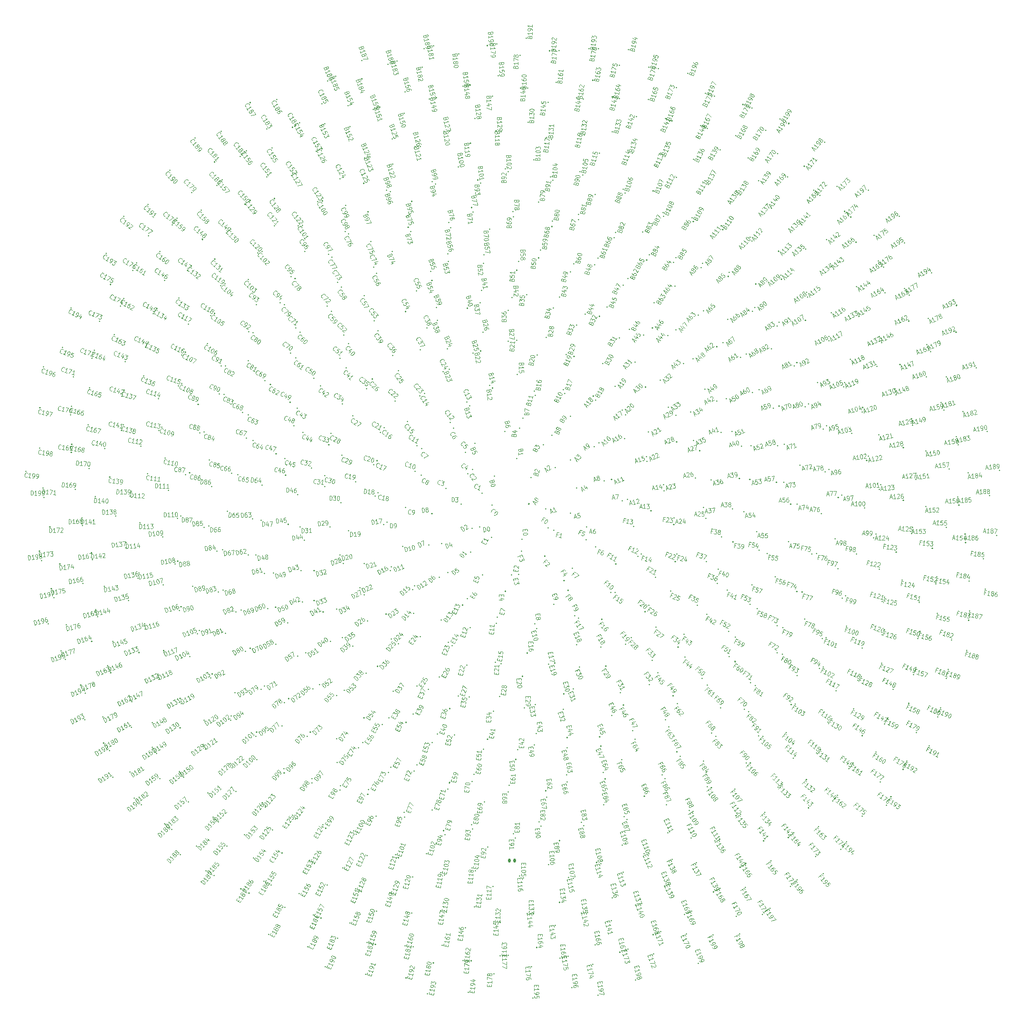
<source format=gbr>
%TF.GenerationSoftware,KiCad,Pcbnew,7.0.11*%
%TF.CreationDate,2025-04-08T01:22:05+09:00*%
%TF.ProjectId,Panel,50616e65-6c2e-46b6-9963-61645f706362,rev?*%
%TF.SameCoordinates,Original*%
%TF.FileFunction,Legend,Top*%
%TF.FilePolarity,Positive*%
%FSLAX46Y46*%
G04 Gerber Fmt 4.6, Leading zero omitted, Abs format (unit mm)*
G04 Created by KiCad (PCBNEW 7.0.11) date 2025-04-08 01:22:05*
%MOMM*%
%LPD*%
G01*
G04 APERTURE LIST*
G04 Aperture macros list*
%AMRoundRect*
0 Rectangle with rounded corners*
0 $1 Rounding radius*
0 $2 $3 $4 $5 $6 $7 $8 $9 X,Y pos of 4 corners*
0 Add a 4 corners polygon primitive as box body*
4,1,4,$2,$3,$4,$5,$6,$7,$8,$9,$2,$3,0*
0 Add four circle primitives for the rounded corners*
1,1,$1+$1,$2,$3*
1,1,$1+$1,$4,$5*
1,1,$1+$1,$6,$7*
1,1,$1+$1,$8,$9*
0 Add four rect primitives between the rounded corners*
20,1,$1+$1,$2,$3,$4,$5,0*
20,1,$1+$1,$4,$5,$6,$7,0*
20,1,$1+$1,$6,$7,$8,$9,0*
20,1,$1+$1,$8,$9,$2,$3,0*%
%AMRotRect*
0 Rectangle, with rotation*
0 The origin of the aperture is its center*
0 $1 length*
0 $2 width*
0 $3 Rotation angle, in degrees counterclockwise*
0 Add horizontal line*
21,1,$1,$2,0,0,$3*%
G04 Aperture macros list end*
%ADD10C,0.110000*%
%ADD11C,0.254000*%
%ADD12RotRect,0.900000X0.700000X297.593193*%
%ADD13RoundRect,0.140000X0.106161X-0.192950X0.209726X0.067192X-0.106161X0.192950X-0.209726X-0.067192X0*%
%ADD14RotRect,0.900000X0.700000X329.363396*%
%ADD15RoundRect,0.140000X-0.141217X-0.168990X0.138776X-0.171001X0.141217X0.168990X-0.138776X0.171001X0*%
%ADD16RotRect,0.900000X0.700000X38.757848*%
%ADD17RoundRect,0.140000X-0.169469X-0.140642X0.105536X-0.193293X0.169469X0.140642X-0.105536X0.193293X0*%
%ADD18RotRect,0.900000X0.700000X106.048219*%
%ADD19RoundRect,0.140000X0.017768X0.219509X-0.212029X0.059530X-0.017768X-0.219509X0.212029X-0.059530X0*%
%ADD20RoundRect,0.140000X0.088831X-0.201517X0.214811X0.048541X-0.088831X0.201517X-0.214811X-0.048541X0*%
%ADD21RotRect,0.900000X0.700000X283.812173*%
%ADD22RotRect,0.900000X0.700000X191.428585*%
%ADD23RoundRect,0.140000X0.199983X0.092231X-0.052173X0.213958X-0.199983X-0.092231X0.052173X-0.213958X0*%
%ADD24RoundRect,0.140000X-0.220171X0.004955X-0.047081X-0.215136X0.220171X-0.004955X0.047081X0.215136X0*%
%ADD25RotRect,0.900000X0.700000X116.079275*%
%ADD26RoundRect,0.140000X-0.192834X0.106373X-0.141375X-0.168858X0.192834X-0.106373X0.141375X0.168858X0*%
%ADD27RoundRect,0.140000X0.219042X0.022817X0.019609X0.219352X-0.219042X-0.022817X-0.019609X-0.219352X0*%
%ADD28RoundRect,0.140000X0.220033X-0.009250X0.051270X0.214176X-0.220033X0.009250X-0.051270X-0.214176X0*%
%ADD29RotRect,0.900000X0.700000X104.371184*%
%ADD30RotRect,0.900000X0.700000X4.060622*%
%ADD31RotRect,0.900000X0.700000X153.540407*%
%ADD32RoundRect,0.140000X0.211546X0.061224X-0.019523X0.219360X-0.211546X-0.061224X0.019523X-0.219360X0*%
%ADD33RoundRect,0.140000X0.063516X0.210869X-0.194777X0.102772X-0.063516X-0.210869X0.194777X-0.102772X0*%
%ADD34RotRect,0.900000X0.700000X249.541993*%
%ADD35RoundRect,0.140000X0.102088X0.195136X-0.171939X0.137611X-0.102088X-0.195136X0.171939X-0.137611X0*%
%ADD36RotRect,0.900000X0.700000X178.765588*%
%ADD37RoundRect,0.140000X0.207261X0.074451X-0.033327X0.217691X-0.207261X-0.074451X0.033327X-0.217691X0*%
%ADD38RotRect,0.900000X0.700000X240.201913*%
%ADD39RoundRect,0.140000X-0.124353X0.181759X-0.202231X-0.087193X0.124353X-0.181759X0.202231X0.087193X0*%
%ADD40RotRect,0.900000X0.700000X305.388202*%
%ADD41RoundRect,0.140000X-0.214653X-0.049236X0.007163X-0.220111X0.214653X0.049236X-0.007163X0.220111X0*%
%ADD42RoundRect,0.140000X0.162287X-0.148872X0.177229X0.130729X-0.162287X0.148872X-0.177229X-0.130729X0*%
%ADD43RotRect,0.900000X0.700000X82.500072*%
%ADD44RotRect,0.900000X0.700000X0.442623*%
%ADD45RotRect,0.900000X0.700000X172.220566*%
%ADD46RoundRect,0.140000X0.056222X0.212930X-0.198198X0.096008X-0.056222X-0.212930X0.198198X-0.096008X0*%
%ADD47RotRect,0.900000X0.700000X74.146051*%
%ADD48RoundRect,0.140000X-0.200874X-0.090276X0.050083X-0.214457X0.200874X0.090276X-0.050083X0.214457X0*%
%ADD49RoundRect,0.140000X0.217030X-0.037391X0.078313X0.205833X-0.217030X0.037391X-0.078313X-0.205833X0*%
%ADD50RoundRect,0.140000X-0.202077X0.087548X-0.124673X-0.181540X0.202077X-0.087548X0.124673X0.181540X0*%
%ADD51RoundRect,0.140000X0.176927X-0.131136X0.162629X0.148498X-0.176927X0.131136X-0.162629X-0.148498X0*%
%ADD52RoundRect,0.140000X0.164945X0.145922X-0.111585X0.189865X-0.164945X-0.145922X0.111585X-0.189865X0*%
%ADD53RoundRect,0.140000X-0.120783X0.184151X-0.203894X-0.083230X0.120783X-0.184151X0.203894X0.083230X0*%
%ADD54RotRect,0.900000X0.700000X58.524879*%
%ADD55RotRect,0.900000X0.700000X112.725206*%
%ADD56RotRect,0.900000X0.700000X341.762463*%
%ADD57RotRect,0.900000X0.700000X253.587039*%
%ADD58RoundRect,0.140000X-0.146102X-0.164785X0.133712X-0.174989X0.146102X0.164785X-0.133712X0.174989X0*%
%ADD59RoundRect,0.140000X0.140986X-0.169183X0.193078X0.105928X-0.140986X0.169183X-0.193078X-0.105928X0*%
%ADD60RotRect,0.900000X0.700000X76.087015*%
%ADD61RoundRect,0.140000X0.096626X-0.197898X0.212754X0.056885X-0.096626X0.197898X-0.212754X-0.056885X0*%
%ADD62RoundRect,0.140000X-0.012168X0.219891X-0.218144X0.030222X0.012168X-0.219891X0.218144X-0.030222X0*%
%ADD63RotRect,0.900000X0.700000X340.085429*%
%ADD64RoundRect,0.140000X0.103721X-0.194273X0.210557X0.064544X-0.103721X0.194273X-0.210557X-0.064544X0*%
%ADD65RoundRect,0.140000X-0.043785X-0.215831X0.203430X-0.084359X0.043785X0.215831X-0.203430X0.084359X0*%
%ADD66RotRect,0.900000X0.700000X6.001587*%
%ADD67RotRect,0.900000X0.700000X125.683285*%
%ADD68RotRect,0.900000X0.700000X267.631989*%
%ADD69RoundRect,0.140000X-0.068892X0.209174X-0.218503X-0.027504X0.068892X-0.209174X0.218503X0.027504X0*%
%ADD70RotRect,0.900000X0.700000X57.965867*%
%ADD71RotRect,0.900000X0.700000X171.925484*%
%ADD72RoundRect,0.140000X0.172068X-0.137450X0.167894X0.142518X-0.172068X0.137450X-0.167894X-0.142518X0*%
%ADD73RoundRect,0.140000X-0.035652X0.217322X-0.220126X0.006682X0.035652X-0.217322X0.220126X-0.006682X0*%
%ADD74RoundRect,0.140000X-0.014819X0.219728X-0.218492X0.027590X0.014819X-0.219728X0.218492X-0.027590X0*%
%ADD75RotRect,0.900000X0.700000X191.591703*%
%ADD76RoundRect,0.140000X-0.160257X-0.151056X0.117523X-0.186248X0.160257X0.151056X-0.117523X0.186248X0*%
%ADD77RotRect,0.900000X0.700000X292.166194*%
%ADD78RotRect,0.900000X0.700000X199.254748*%
%ADD79RotRect,0.900000X0.700000X37.639825*%
%ADD80RoundRect,0.140000X-0.086861X0.202374X-0.215274X-0.046443X0.086861X-0.202374X0.215274X0.046443X0*%
%ADD81RotRect,0.900000X0.700000X153.835489*%
%ADD82RoundRect,0.140000X0.051563X0.214106X-0.200245X0.091662X-0.051563X-0.214106X0.200245X-0.091662X0*%
%ADD83RoundRect,0.140000X-0.206461X0.076640X-0.114807X-0.187934X0.206461X-0.076640X0.114807X0.187934X0*%
%ADD84RotRect,0.900000X0.700000X176.265613*%
%ADD85RotRect,0.900000X0.700000X143.509351*%
%ADD86RotRect,0.900000X0.700000X103.121196*%
%ADD87RoundRect,0.140000X-0.130438X0.177443X-0.199162X-0.093992X0.130438X-0.177443X0.199162X0.093992X0*%
%ADD88RoundRect,0.140000X-0.211176X0.062486X-0.101820X-0.195276X0.211176X-0.062486X0.101820X0.195276X0*%
%ADD89RotRect,0.900000X0.700000X140.582328*%
%ADD90RotRect,0.900000X0.700000X31.358733*%
%ADD91RoundRect,0.140000X-0.220218X-0.001998X-0.040267X-0.216515X0.220218X0.001998X0.040267X0.216515X0*%
%ADD92RotRect,0.900000X0.700000X84.573001*%
%ADD93RoundRect,0.140000X0.006354X-0.220135X0.217269X-0.035975X-0.006354X0.220135X-0.217269X0.035975X0*%
%ADD94RotRect,0.900000X0.700000X326.568338*%
%ADD95RoundRect,0.140000X-0.120358X0.184429X-0.204085X-0.082760X0.120358X-0.184429X0.204085X0.082760X0*%
%ADD96RoundRect,0.140000X0.020919X0.219231X-0.211152X0.062569X-0.020919X-0.219231X0.211152X-0.062569X0*%
%ADD97RotRect,0.900000X0.700000X90.722129*%
%ADD98RoundRect,0.140000X-0.146724X0.164231X-0.189319X-0.112510X0.146724X-0.164231X0.189319X0.112510X0*%
%ADD99RoundRect,0.140000X0.216887X0.038211X0.004087X0.220189X-0.216887X-0.038211X-0.004087X-0.220189X0*%
%ADD100RotRect,0.900000X0.700000X126.933273*%
%ADD101RotRect,0.900000X0.700000X108.416230*%
%ADD102RotRect,0.900000X0.700000X180.838517*%
%ADD103RoundRect,0.140000X-0.016456X0.219611X-0.218692X0.025960X0.016456X-0.219611X0.218692X-0.025960X0*%
%ADD104RotRect,0.900000X0.700000X326.995385*%
%ADD105RotRect,0.900000X0.700000X94.340128*%
%ADD106RotRect,0.900000X0.700000X282.694149*%
%ADD107RoundRect,0.140000X0.135575X-0.173550X0.196326X0.099780X-0.135575X0.173550X-0.196326X-0.099780X0*%
%ADD108RotRect,0.900000X0.700000X120.388251*%
%ADD109RoundRect,0.140000X0.044282X0.215729X-0.203235X0.084827X-0.044282X-0.215729X0.203235X-0.084827X0*%
%ADD110RotRect,0.900000X0.700000X99.899091*%
%ADD111RoundRect,0.140000X0.220182X-0.004448X0.046586X0.215244X-0.220182X0.004448X-0.046586X-0.215244X0*%
%ADD112RoundRect,0.140000X0.160827X-0.150449X0.178496X0.128993X-0.160827X0.150449X-0.178496X-0.128993X0*%
%ADD113RotRect,0.900000X0.700000X100.031056*%
%ADD114RotRect,0.900000X0.700000X25.504687*%
%ADD115RotRect,0.900000X0.700000X93.222105*%
%ADD116RoundRect,0.140000X-0.207541X0.073667X-0.112096X-0.189564X0.207541X-0.073667X0.112096X0.189564X0*%
%ADD117RoundRect,0.140000X0.168820X0.141421X-0.106425X0.192805X-0.168820X-0.141421X0.106425X-0.192805X0*%
%ADD118RoundRect,0.140000X0.046880X0.215180X-0.202197X0.087272X-0.046880X-0.215180X0.202197X-0.087272X0*%
%ADD119RoundRect,0.140000X-0.142382X-0.168010X0.137591X-0.171956X0.142382X0.168010X-0.137591X0.171956X0*%
%ADD120RoundRect,0.140000X0.060853X0.211653X-0.196056X0.100309X-0.060853X-0.211653X0.196056X-0.100309X0*%
%ADD121RotRect,0.900000X0.700000X53.361810*%
%ADD122RoundRect,0.140000X-0.198586X-0.095202X0.055356X-0.213157X0.198586X0.095202X-0.055356X0.213157X0*%
%ADD123RoundRect,0.140000X0.217413X0.035092X0.007249X0.220108X-0.217413X-0.035092X-0.007249X-0.220108X0*%
%ADD124RoundRect,0.140000X-0.135812X-0.173364X0.144104X-0.166535X0.135812X0.173364X-0.144104X0.166535X0*%
%ADD125RoundRect,0.140000X0.068296X-0.209370X0.218580X0.026882X-0.068296X0.209370X-0.218580X-0.026882X0*%
%ADD126RoundRect,0.140000X-0.215338X-0.046148X0.004000X-0.220191X0.215338X0.046148X-0.004000X0.220191X0*%
%ADD127RotRect,0.900000X0.700000X25.931734*%
%ADD128RoundRect,0.140000X-0.111919X-0.189669X0.164688X-0.146212X0.111919X0.189669X-0.164688X0.146212X0*%
%ADD129RotRect,0.900000X0.700000X152.981395*%
%ADD130RoundRect,0.140000X0.219568X0.017022X0.025397X0.218758X-0.219568X-0.017022X-0.025397X-0.218758X0*%
%ADD131RoundRect,0.140000X-0.171751X0.137846X-0.168222X-0.142131X0.171751X-0.137846X0.168222X0.142131X0*%
%ADD132RoundRect,0.140000X-0.021748X0.219151X-0.219254X0.020678X0.021748X-0.219151X0.219254X-0.020678X0*%
%ADD133RoundRect,0.140000X-0.107755X-0.192065X0.167839X-0.142584X0.107755X0.192065X-0.167839X0.142584X0*%
%ADD134RoundRect,0.140000X0.137893X0.171713X-0.142086X0.168261X-0.137893X-0.171713X0.142086X-0.168261X0*%
%ADD135RotRect,0.900000X0.700000X78.882073*%
%ADD136RoundRect,0.140000X0.217384X-0.035272X0.076301X0.206587X-0.217384X0.035272X-0.076301X-0.206587X0*%
%ADD137RotRect,0.900000X0.700000X355.543484*%
%ADD138RotRect,0.900000X0.700000X304.006250*%
%ADD139RoundRect,0.140000X-0.159001X0.152377X-0.180038X-0.126831X0.159001X-0.152377X0.180038X0.126831X0*%
%ADD140RotRect,0.900000X0.700000X114.107158*%
%ADD141RotRect,0.900000X0.700000X186.296669*%
%ADD142RoundRect,0.140000X0.062255X-0.211245X0.219262X0.020593X-0.062255X0.211245X-0.219262X-0.020593X0*%
%ADD143RotRect,0.900000X0.700000X308.742272*%
%ADD144RoundRect,0.140000X0.089107X0.201395X-0.180571X0.126071X-0.089107X-0.201395X0.180571X-0.126071X0*%
%ADD145RoundRect,0.140000X0.189380X-0.112407X0.146635X0.164311X-0.189380X0.112407X-0.146635X-0.164311X0*%
%ADD146RotRect,0.900000X0.700000X14.223643*%
%ADD147RotRect,0.900000X0.700000X350.543532*%
%ADD148RoundRect,0.140000X0.183279X0.122102X-0.084692X0.203291X-0.183279X-0.122102X0.084692X-0.203291X0*%
%ADD149RotRect,0.900000X0.700000X42.080765*%
%ADD150RotRect,0.900000X0.700000X276.413057*%
%ADD151RoundRect,0.140000X-0.190619X-0.110293X0.071695X-0.208230X0.190619X0.110293X-0.071695X0.208230X0*%
%ADD152RoundRect,0.140000X-0.174024X0.134965X-0.165830X-0.144915X0.174024X-0.134965X0.165830X0.144915X0*%
%ADD153RotRect,0.900000X0.700000X138.509399*%
%ADD154RotRect,0.900000X0.700000X322.950339*%
%ADD155RoundRect,0.140000X0.217249X0.036093X0.006235X0.220139X-0.217249X-0.036093X-0.006235X-0.220139X0*%
%ADD156RotRect,0.900000X0.700000X148.936349*%
%ADD157RotRect,0.900000X0.700000X288.253113*%
%ADD158RoundRect,0.140000X0.016132X0.219636X-0.212467X0.057948X-0.016132X-0.219636X0.212467X-0.057948X0*%
%ADD159RotRect,0.900000X0.700000X257.468968*%
%ADD160RoundRect,0.140000X0.035331X0.217375X-0.206566X0.076357X-0.035331X-0.217375X0.206566X-0.076357X0*%
%ADD161RotRect,0.900000X0.700000X101.149079*%
%ADD162RoundRect,0.140000X0.104880X0.193650X-0.169945X0.140066X-0.104880X-0.193650X0.169945X-0.140066X0*%
%ADD163RoundRect,0.140000X0.219194X0.021303X0.021124X0.219212X-0.219194X-0.021303X-0.021124X-0.219212X0*%
%ADD164RoundRect,0.140000X-0.219988X0.010263X-0.052256X-0.213938X0.219988X-0.010263X0.052256X0.213938X0*%
%ADD165RoundRect,0.140000X-0.192183X-0.107544X0.068697X-0.209239X0.192183X0.107544X-0.068697X0.209239X0*%
%ADD166RoundRect,0.140000X-0.219347X-0.019668X-0.022757X-0.219048X0.219347X0.019668X0.022757X0.219048X0*%
%ADD167RoundRect,0.140000X-0.081181X-0.204718X0.185353X-0.118930X0.081181X0.204718X-0.185353X0.118930X0*%
%ADD168RotRect,0.900000X0.700000X299.006298*%
%ADD169RoundRect,0.140000X0.087902X-0.201924X0.215032X0.047551X-0.087902X0.201924X-0.215032X-0.047551X0*%
%ADD170RoundRect,0.140000X0.084113X0.203531X-0.183626X0.121580X-0.084113X-0.203531X0.183626X-0.121580X0*%
%ADD171RoundRect,0.140000X-0.199290X-0.093719X0.053766X-0.213563X0.199290X0.093719X-0.053766X0.213563X0*%
%ADD172RotRect,0.900000X0.700000X72.864910*%
%ADD173RotRect,0.900000X0.700000X222.934859*%
%ADD174RotRect,0.900000X0.700000X30.108745*%
%ADD175RoundRect,0.140000X-0.185464X0.118757X-0.152116X-0.159250X0.185464X-0.118757X0.152116X0.159250X0*%
%ADD176RoundRect,0.140000X0.037153X-0.217071X0.220167X-0.005161X-0.037153X0.217071X-0.220167X0.005161X0*%
%ADD177RoundRect,0.140000X0.167314X-0.143199X0.172625X0.136750X-0.167314X0.143199X-0.172625X-0.136750X0*%
%ADD178RotRect,0.900000X0.700000X63.819913*%
%ADD179RotRect,0.900000X0.700000X322.259363*%
%ADD180RotRect,0.900000X0.700000X65.364983*%
%ADD181RotRect,0.900000X0.700000X203.563723*%
%ADD182RoundRect,0.140000X-0.187042X-0.116256X0.078232X-0.205863X0.187042X0.116256X-0.078232X0.205863X0*%
%ADD183RotRect,0.900000X0.700000X12.678573*%
%ADD184RoundRect,0.140000X-0.052665X-0.213837X0.199770X-0.092692X0.052665X0.213837X-0.199770X0.092692X0*%
%ADD185RoundRect,0.140000X-0.025012X0.218802X-0.219538X0.017408X0.025012X-0.218802X0.219538X-0.017408X0*%
%ADD186RotRect,0.900000X0.700000X345.512427*%
%ADD187RoundRect,0.140000X-0.003881X-0.220193X0.215363X-0.046031X0.003881X0.220193X-0.215363X0.046031X0*%
%ADD188RoundRect,0.140000X0.114043X-0.188399X0.206771X0.075800X-0.114043X0.188399X-0.206771X-0.075800X0*%
%ADD189RotRect,0.900000X0.700000X125.947214*%
%ADD190RotRect,0.900000X0.700000X179.192635*%
%ADD191RoundRect,0.140000X0.054749X0.213313X-0.198857X0.094636X-0.054749X-0.213313X0.198857X-0.094636X0*%
%ADD192RotRect,0.900000X0.700000X220.830778*%
%ADD193RotRect,0.900000X0.700000X283.944137*%
%ADD194RotRect,0.900000X0.700000X63.687948*%
%ADD195RoundRect,0.140000X-0.204320X0.082179X-0.119833X-0.184770X0.204320X-0.082179X0.119833X0.184770X0*%
%ADD196RotRect,0.900000X0.700000X98.385174*%
%ADD197RoundRect,0.140000X-0.206525X-0.076469X0.035449X-0.217355X0.206525X0.076469X-0.035449X0.217355X0*%
%ADD198RotRect,0.900000X0.700000X237.538820*%
%ADD199RotRect,0.900000X0.700000X166.498486*%
%ADD200RotRect,0.900000X0.700000X37.903755*%
%ADD201RoundRect,0.140000X-0.209763X0.067078X-0.106056X-0.193008X0.209763X-0.067078X0.106056X0.193008X0*%
%ADD202RoundRect,0.140000X-0.042673X-0.216053X0.203861X-0.083310X0.042673X0.216053X-0.203861X0.083310X0*%
%ADD203RotRect,0.900000X0.700000X246.746935*%
%ADD204RotRect,0.900000X0.700000X86.677083*%
%ADD205RoundRect,0.140000X-0.200616X-0.090847X0.050693X-0.214313X0.200616X0.090847X-0.050693X0.214313X0*%
%ADD206RotRect,0.900000X0.700000X244.378924*%
%ADD207RoundRect,0.140000X-0.215843X0.043726X-0.084303X-0.203453X0.215843X-0.043726X0.084303X0.203453X0*%
%ADD208RotRect,0.900000X0.700000X85.559060*%
%ADD209RoundRect,0.140000X0.140596X-0.169508X0.193322X0.105483X-0.140596X0.169508X-0.193322X-0.105483X0*%
%ADD210RoundRect,0.140000X-0.006861X0.220120X-0.217351X0.035475X0.006861X-0.220120X0.217351X-0.035475X0*%
%ADD211RoundRect,0.140000X-0.205522X0.079124X-0.117065X-0.186536X0.205522X-0.079124X0.117065X0.186536X0*%
%ADD212RoundRect,0.140000X-0.138935X0.170871X-0.194342X-0.103592X0.138935X-0.170871X0.194342X0.103592X0*%
%ADD213RotRect,0.900000X0.700000X23.004711*%
%ADD214RotRect,0.900000X0.700000X327.981443*%
%ADD215RotRect,0.900000X0.700000X10.473679*%
%ADD216RoundRect,0.140000X0.152334X0.159042X-0.126880X0.180004X-0.152334X-0.159042X0.126880X-0.180004X0*%
%ADD217RoundRect,0.140000X0.064798X-0.210479X0.218998X0.023235X-0.064798X0.210479X-0.218998X-0.023235X0*%
%ADD218RotRect,0.900000X0.700000X191.987597*%
%ADD219RoundRect,0.140000X-0.113071X0.188984X-0.207159X-0.074735X0.113071X-0.188984X0.207159X0.074735X0*%
%ADD220RotRect,0.900000X0.700000X161.071487*%
%ADD221RoundRect,0.140000X-0.045594X0.215456X-0.220200X-0.003433X0.045594X-0.215456X0.220200X0.003433X0*%
%ADD222RoundRect,0.140000X0.027649X-0.218485X0.219732X-0.014759X-0.027649X0.218485X-0.219732X0.014759X0*%
%ADD223RoundRect,0.140000X-0.220128X0.006596X-0.048684X-0.214779X0.220128X-0.006596X0.048684X0.214779X0*%
%ADD224RotRect,0.900000X0.700000X26.195664*%
%ADD225RotRect,0.900000X0.700000X328.245373*%
%ADD226RoundRect,0.140000X-0.191787X0.108249X-0.143016X-0.167471X0.191787X-0.108249X0.143016X0.167471X0*%
%ADD227RotRect,0.900000X0.700000X28.726792*%
%ADD228RotRect,0.900000X0.700000X216.653767*%
%ADD229RoundRect,0.140000X-0.099458X0.196489X-0.211915X-0.059935X0.099458X-0.196489X0.211915X0.059935X0*%
%ADD230RotRect,0.900000X0.700000X250.660017*%
%ADD231RotRect,0.900000X0.700000X239.083890*%
%ADD232RoundRect,0.140000X-0.157279X-0.154154X0.121135X-0.183919X0.157279X0.154154X-0.121135X0.183919X0*%
%ADD233RotRect,0.900000X0.700000X338.571511*%
%ADD234RoundRect,0.140000X0.214766X0.048742X-0.006656X0.220127X-0.214766X-0.048742X0.006656X-0.220127X0*%
%ADD235RotRect,0.900000X0.700000X65.760877*%
%ADD236RotRect,0.900000X0.700000X61.746984*%
%ADD237RotRect,0.900000X0.700000X253.028028*%
%ADD238RoundRect,0.140000X-0.201624X0.088588X-0.125606X-0.180895X0.201624X-0.088588X0.125606X0.180895X0*%
%ADD239RoundRect,0.140000X0.216687X0.039328X0.002952X0.220207X-0.216687X-0.039328X-0.002952X-0.220207X0*%
%ADD240RotRect,0.900000X0.700000X347.189462*%
%ADD241RoundRect,0.140000X-0.195864X0.100684X-0.136373X-0.172923X0.195864X-0.100684X0.136373X0.172923X0*%
%ADD242RotRect,0.900000X0.700000X75.100957*%
%ADD243RotRect,0.900000X0.700000X315.287294*%
%ADD244RotRect,0.900000X0.700000X78.159944*%
%ADD245RoundRect,0.140000X0.098261X0.197091X-0.174592X0.134230X-0.098261X-0.197091X0.174592X-0.134230X0*%
%ADD246RotRect,0.900000X0.700000X125.551320*%
%ADD247RotRect,0.900000X0.700000X3.074564*%
%ADD248RoundRect,0.140000X0.065282X-0.210329X0.218944X0.023740X-0.065282X0.210329X-0.218944X-0.023740X0*%
%ADD249RoundRect,0.140000X-0.212355X0.058354X-0.097991X-0.197225X0.212355X-0.058354X0.097991X0.197225X0*%
%ADD250RotRect,0.900000X0.700000X186.428633*%
%ADD251RotRect,0.900000X0.700000X190.178597*%
%ADD252RotRect,0.900000X0.700000X29.976780*%
%ADD253RoundRect,0.140000X-0.201287X-0.089350X0.049094X-0.214685X0.201287X0.089350X-0.049094X0.214685X0*%
%ADD254RoundRect,0.140000X-0.207199X0.074622X-0.112968X-0.189045X0.207199X-0.074622X0.112968X0.189045X0*%
%ADD255RoundRect,0.140000X-0.218832X0.024748X-0.066251X-0.210026X0.218832X-0.024748X0.066251X0.210026X0*%
%ADD256RoundRect,0.140000X0.213373X0.054515X-0.012588X0.219867X-0.213373X-0.054515X0.012588X-0.219867X0*%
%ADD257RoundRect,0.140000X-0.215943X0.043229X-0.083834X-0.203646X0.215943X-0.043229X0.083834X0.203646X0*%
%ADD258RoundRect,0.140000X-0.188167X-0.114425X0.076220X-0.206617X0.188167X0.114425X-0.076220X0.206617X0*%
%ADD259RoundRect,0.140000X0.013807X-0.219794X0.218363X-0.028596X-0.013807X0.219794X-0.218363X0.028596X0*%
%ADD260RoundRect,0.140000X-0.129356X-0.178233X0.150122X-0.161132X0.129356X0.178233X-0.150122X0.161132X0*%
%ADD261RoundRect,0.140000X0.050576X0.214341X-0.200665X0.090738X-0.050576X-0.214341X0.200665X-0.090738X0*%
%ADD262RoundRect,0.140000X-0.212435X-0.058063X0.016251X-0.219627X0.212435X0.058063X-0.016251X0.219627X0*%
%ADD263RoundRect,0.140000X-0.138541X0.171191X-0.194580X-0.103144X0.138541X-0.171191X0.194580X0.103144X0*%
%ADD264RotRect,0.900000X0.700000X356.102495*%
%ADD265RotRect,0.900000X0.700000X45.302870*%
%ADD266RoundRect,0.140000X0.211947X-0.059820X0.099351X0.196543X-0.211947X0.059820X-0.099351X-0.196543X0*%
%ADD267RoundRect,0.140000X-0.108039X0.191905X-0.209061X-0.069235X0.108039X-0.191905X0.209061X0.069235X0*%
%ADD268RotRect,0.900000X0.700000X52.406904*%
%ADD269RotRect,0.900000X0.700000X160.380511*%
%ADD270RoundRect,0.140000X-0.177900X0.129814X-0.161518X-0.149706X0.177900X-0.129814X0.161518X0.149706X0*%
%ADD271RoundRect,0.140000X0.009009X-0.220043X0.217687X-0.033352X-0.009009X0.220043X-0.217687X0.033352X0*%
%ADD272RotRect,0.900000X0.700000X35.962790*%
%ADD273RotRect,0.900000X0.700000X151.467478*%
%ADD274RoundRect,0.140000X-0.219746X0.014554X-0.056421X-0.212877X0.219746X-0.014554X0.056421X0.212877X0*%
%ADD275RotRect,0.900000X0.700000X78.718956*%
%ADD276RotRect,0.900000X0.700000X294.270276*%
%ADD277RoundRect,0.140000X-0.204509X0.081708X-0.119407X-0.185046X0.204509X-0.081708X0.119407X0.185046X0*%
%ADD278RotRect,0.900000X0.700000X315.419259*%
%ADD279RotRect,0.900000X0.700000X269.736071*%
%ADD280RoundRect,0.140000X0.220045X0.008949X0.033412X0.217678X-0.220045X-0.008949X-0.033412X-0.217678X0*%
%ADD281RotRect,0.900000X0.700000X56.024903*%
%ADD282RoundRect,0.140000X0.105876X0.193107X-0.169222X0.140940X-0.105876X-0.193107X0.169222X-0.140940X0*%
%ADD283RotRect,0.900000X0.700000X77.764050*%
%ADD284RotRect,0.900000X0.700000X40.403731*%
%ADD285RotRect,0.900000X0.700000X278.781068*%
%ADD286RoundRect,0.140000X-0.057026X0.212716X-0.219703X-0.015179X0.057026X-0.212716X0.219703X0.015179X0*%
%ADD287RoundRect,0.140000X0.155279X-0.156168X0.183045X0.122452X-0.155279X0.156168X-0.183045X-0.122452X0*%
%ADD288RoundRect,0.140000X-0.216197X-0.041938X-0.000297X-0.220227X0.216197X0.041938X0.000297X0.220227X0*%
%ADD289RoundRect,0.140000X-0.033710X-0.217632X0.207130X-0.074815X0.033710X0.217632X-0.207130X0.074815X0*%
%ADD290RoundRect,0.140000X0.198727X-0.094908X0.131254X0.176840X-0.198727X0.094908X-0.131254X-0.176840X0*%
%ADD291RoundRect,0.140000X0.104720X-0.193736X0.210221X0.065627X-0.104720X0.193736X-0.210221X-0.065627X0*%
%ADD292RoundRect,0.140000X-0.167102X-0.143447X0.108742X-0.191507X0.167102X0.143447X-0.108742X0.191507X0*%
%ADD293RoundRect,0.140000X0.105611X-0.193252X0.209917X0.066595X-0.105611X0.193252X-0.209917X-0.066595X0*%
%ADD294RoundRect,0.140000X-0.219947X-0.011095X-0.031286X-0.217994X0.219947X0.011095X0.031286X0.217994X0*%
%ADD295RoundRect,0.140000X0.183393X-0.121931X0.154834X0.156609X-0.183393X0.121931X-0.154834X-0.156609X0*%
%ADD296RotRect,0.900000X0.700000X344.821451*%
%ADD297RotRect,0.900000X0.700000X45.139753*%
%ADD298RotRect,0.900000X0.700000X31.653815*%
%ADD299RoundRect,0.140000X0.070930X-0.208492X0.218224X0.029635X-0.070930X0.208492X-0.218224X-0.029635X0*%
%ADD300RotRect,0.900000X0.700000X82.764002*%
%ADD301RoundRect,0.140000X-0.116306X0.187010X-0.205842X-0.078288X0.116306X-0.187010X0.205842X0.078288X0*%
%ADD302RoundRect,0.140000X0.163173X0.147900X-0.113867X0.188506X-0.163173X-0.147900X0.113867X-0.188506X0*%
%ADD303RotRect,0.900000X0.700000X210.799721*%
%ADD304RotRect,0.900000X0.700000X297.888275*%
%ADD305RoundRect,0.140000X0.218127X0.030341X0.012048X0.219897X-0.218127X-0.030341X-0.012048X-0.219897X0*%
%ADD306RoundRect,0.140000X0.051387X-0.214148X0.220028X0.009370X-0.051387X0.214148X-0.220028X-0.009370X0*%
%ADD307RoundRect,0.140000X0.156210X0.155237X-0.122403X0.183078X-0.156210X-0.155237X0.122403X-0.183078X0*%
%ADD308RotRect,0.900000X0.700000X13.105620*%
%ADD309RoundRect,0.140000X-0.211776X0.060423X-0.099910X-0.196260X0.211776X-0.060423X0.099910X0.196260X0*%
%ADD310RotRect,0.900000X0.700000X147.818326*%
%ADD311RoundRect,0.140000X0.196609X-0.099221X0.135080X0.173935X-0.196609X0.099221X-0.135080X-0.173935X0*%
%ADD312RotRect,0.900000X0.700000X209.417769*%
%ADD313RoundRect,0.140000X-0.218102X0.030521X-0.071776X-0.208202X0.218102X-0.030521X0.071776X0.208202X0*%
%ADD314RotRect,0.900000X0.700000X54.083939*%
%ADD315RotRect,0.900000X0.700000X238.097832*%
%ADD316RoundRect,0.140000X-0.183739X0.121408X-0.154388X-0.157049X0.183739X-0.121408X0.154388X0.157049X0*%
%ADD317RoundRect,0.140000X-0.084882X0.203212X-0.215717X-0.044341X0.084882X-0.203212X0.215717X0.044341X0*%
%ADD318RoundRect,0.140000X-0.030784X0.218065X-0.219921X0.011602X0.030784X-0.218065X0.219921X-0.011602X0*%
%ADD319RotRect,0.900000X0.700000X334.526465*%
%ADD320RoundRect,0.140000X0.132404X0.175981X-0.147326X0.163691X-0.132404X-0.175981X0.147326X-0.163691X0*%
%ADD321RotRect,0.900000X0.700000X204.386664*%
%ADD322RoundRect,0.140000X0.176017X-0.132356X0.163651X0.147371X-0.176017X0.132356X-0.163651X-0.147371X0*%
%ADD323RoundRect,0.140000X0.023381X-0.218983X0.219402X-0.019044X-0.023381X0.218983X-0.219402X0.019044X0*%
%ADD324RotRect,0.900000X0.700000X46.125811*%
%ADD325RotRect,0.900000X0.700000X97.531080*%
%ADD326RotRect,0.900000X0.700000X163.866545*%
%ADD327RotRect,0.900000X0.700000X121.638239*%
%ADD328RoundRect,0.140000X0.219127X-0.021988X0.063598X0.210844X-0.219127X0.021988X-0.063598X-0.210844X0*%
%ADD329RotRect,0.900000X0.700000X27.608769*%
%ADD330RoundRect,0.140000X-0.209608X0.067561X-0.106500X-0.192763X0.209608X-0.067561X0.106500X0.192763X0*%
%ADD331RoundRect,0.140000X0.099727X0.196353X-0.173586X0.135528X-0.099727X-0.196353X0.173586X-0.135528X0*%
%ADD332RoundRect,0.140000X0.083175X0.203917X-0.184184X0.120733X-0.083175X-0.203917X0.184184X-0.120733X0*%
%ADD333RotRect,0.900000X0.700000X15.341666*%
%ADD334RotRect,0.900000X0.700000X62.142878*%
%ADD335RoundRect,0.140000X-0.054948X0.213262X-0.219841X-0.013035X0.054948X-0.213262X0.219841X0.013035X0*%
%ADD336RoundRect,0.140000X-0.115166X-0.187714X0.162148X-0.149024X0.115166X0.187714X-0.162148X0.149024X0*%
%ADD337RoundRect,0.140000X0.186614X-0.116942X0.150555X0.160727X-0.186614X0.116942X-0.150555X-0.160727X0*%
%ADD338RotRect,0.900000X0.700000X321.273304*%
%ADD339RotRect,0.900000X0.700000X259.573050*%
%ADD340RotRect,0.900000X0.700000X200.341618*%
%ADD341RoundRect,0.140000X-0.115598X-0.187449X0.161804X-0.149397X0.115598X0.187449X-0.161804X0.149397X0*%
%ADD342RotRect,0.900000X0.700000X34.844767*%
%ADD343RotRect,0.900000X0.700000X30.372674*%
%ADD344RotRect,0.900000X0.700000X172.779578*%
%ADD345RotRect,0.900000X0.700000X56.451950*%
%ADD346RoundRect,0.140000X0.166242X-0.144442X0.173639X0.135460X-0.166242X0.144442X-0.173639X-0.135460X0*%
%ADD347RoundRect,0.140000X0.156796X-0.154645X0.181841X0.124232X-0.156796X0.154645X-0.181841X-0.124232X0*%
%ADD348RotRect,0.900000X0.700000X235.170809*%
%ADD349RotRect,0.900000X0.700000X316.700399*%
%ADD350RoundRect,0.140000X-0.161599X0.149618X-0.177829X-0.129911X0.161599X-0.149618X0.177829X0.129911X0*%
%ADD351RoundRect,0.140000X0.192094X-0.107703X0.142538X0.167877X-0.192094X0.107703X-0.142538X-0.167877X0*%
%ADD352RotRect,0.900000X0.700000X128.183260*%
%ADD353RotRect,0.900000X0.700000X193.796596*%
%ADD354RotRect,0.900000X0.700000X319.891352*%
%ADD355RotRect,0.900000X0.700000X243.260901*%
%ADD356RoundRect,0.140000X-0.128024X-0.179193X0.151318X-0.160009X0.128024X0.179193X-0.151318X0.160009X0*%
%ADD357RoundRect,0.140000X0.220227X-0.000151X0.042377X0.216112X-0.220227X0.000151X-0.042377X-0.216112X0*%
%ADD358RotRect,0.900000X0.700000X152.290419*%
%ADD359RotRect,0.900000X0.700000X124.138215*%
%ADD360RotRect,0.900000X0.700000X277.826162*%
%ADD361RotRect,0.900000X0.700000X264.441037*%
%ADD362RoundRect,0.140000X0.012674X-0.219862X0.218213X-0.029720X-0.012674X0.219862X-0.218213X0.029720X0*%
%ADD363RotRect,0.900000X0.700000X219.712754*%
%ADD364RotRect,0.900000X0.700000X193.237585*%
%ADD365RoundRect,0.140000X0.215741X-0.044223X0.084772X0.203258X-0.215741X0.044223X-0.084772X-0.203258X0*%
%ADD366RotRect,0.900000X0.700000X280.458103*%
%ADD367RoundRect,0.140000X0.083945X-0.203601X0.215919X0.043346X-0.083945X0.203601X-0.215919X-0.043346X0*%
%ADD368RoundRect,0.140000X0.095605X-0.198393X0.213044X0.055789X-0.095605X0.198393X-0.213044X-0.055789X0*%
%ADD369RoundRect,0.140000X0.216410X0.040824X0.001431X0.220223X-0.216410X-0.040824X-0.001431X-0.220223X0*%
%ADD370RotRect,0.900000X0.700000X144.759339*%
%ADD371RoundRect,0.140000X0.004388X0.220183X-0.215256X0.046527X-0.004388X-0.220183X0.215256X-0.046527X0*%
%ADD372RoundRect,0.140000X0.145115X-0.165655X0.190407X0.110657X-0.145115X0.165655X-0.190407X-0.110657X0*%
%ADD373RotRect,0.900000X0.700000X139.332340*%
%ADD374RotRect,0.900000X0.700000X303.874285*%
%ADD375RoundRect,0.140000X0.174519X0.134325X-0.098368X0.197037X-0.174519X-0.134325X0.098368X-0.197037X0*%
%ADD376RoundRect,0.140000X-0.213651X-0.053415X0.011456X-0.219929X0.213651X0.053415X-0.011456X0.219929X0*%
%ADD377RoundRect,0.140000X-0.193621X0.104932X-0.140113X-0.169907X0.193621X-0.104932X0.140113X0.169907X0*%
%ADD378RotRect,0.900000X0.700000X282.826114*%
%ADD379RoundRect,0.140000X-0.150034X-0.161213X0.129452X-0.178163X0.150034X0.161213X-0.129452X0.178163X0*%
%ADD380RotRect,0.900000X0.700000X172.616461*%
%ADD381RoundRect,0.140000X-0.034211X-0.217554X0.206957X-0.075292X0.034211X0.217554X-0.206957X0.075292X0*%
%ADD382RoundRect,0.140000X0.115342X-0.187607X0.206242X0.077227X-0.115342X0.187607X-0.206242X-0.077227X0*%
%ADD383RoundRect,0.140000X-0.213972X0.052114X-0.092177X-0.200008X0.213972X-0.052114X0.092177X0.200008X0*%
%ADD384RoundRect,0.140000X0.111222X-0.190078X0.207878X0.072710X-0.111222X0.190078X-0.207878X-0.072710X0*%
%ADD385RoundRect,0.140000X0.154473X-0.156965X0.183673X0.121508X-0.154473X0.156965X-0.183673X-0.121508X0*%
%ADD386RoundRect,0.140000X0.190872X0.109854X-0.071215X0.208395X-0.190872X-0.109854X0.071215X-0.208395X0*%
%ADD387RotRect,0.900000X0.700000X144.068362*%
%ADD388RotRect,0.900000X0.700000X149.099467*%
%ADD389RoundRect,0.140000X0.067814X-0.209526X0.218642X0.026378X-0.067814X0.209526X-0.218642X-0.026378X0*%
%ADD390RoundRect,0.140000X0.042495X-0.216088X0.220227X0.000270X-0.042495X0.216088X-0.220227X-0.000270X0*%
%ADD391RotRect,0.900000X0.700000X181.560646*%
%ADD392RotRect,0.900000X0.700000X226.684823*%
%ADD393RoundRect,0.140000X0.145633X0.165200X-0.134209X0.174608X-0.145633X-0.165200X0.134209X-0.174608X0*%
%ADD394RoundRect,0.140000X-0.165360X-0.145451X0.111044X-0.190182X0.165360X0.145451X-0.111044X0.190182X0*%
%ADD395RoundRect,0.140000X-0.172384X0.137054X-0.167566X-0.142905X0.172384X-0.137054X0.167566X0.142905X0*%
%ADD396RoundRect,0.140000X0.194159X-0.103934X0.139236X0.170627X-0.194159X0.103934X-0.139236X-0.170627X0*%
%ADD397RoundRect,0.140000X-0.182647X-0.123044X0.085738X-0.202852X0.182647X0.123044X-0.085738X0.202852X0*%
%ADD398RoundRect,0.140000X0.188860X-0.113278X0.147390X0.163634X-0.188860X0.113278X-0.147390X-0.163634X0*%
%ADD399RoundRect,0.140000X0.025193X0.218781X-0.209891X0.066677X-0.025193X-0.218781X0.209891X-0.066677X0*%
%ADD400RoundRect,0.140000X-0.069065X-0.209117X0.191993X-0.107882X0.069065X0.209117X-0.191993X0.107882X0*%
%ADD401RoundRect,0.140000X-0.099005X0.196718X-0.212052X-0.059447X0.099005X-0.196718X0.212052X0.059447X0*%
%ADD402RotRect,0.900000X0.700000X252.041969*%
%ADD403RotRect,0.900000X0.700000X264.868083*%
%ADD404RotRect,0.900000X0.700000X147.554397*%
%ADD405RotRect,0.900000X0.700000X316.405317*%
%ADD406RotRect,0.900000X0.700000X240.628960*%
%ADD407RotRect,0.900000X0.700000X335.776453*%
%ADD408RotRect,0.900000X0.700000X287.857219*%
%ADD409RoundRect,0.140000X0.071582X0.208269X-0.190678X0.110189X-0.071582X-0.208269X0.190678X-0.110189X0*%
%ADD410RotRect,0.900000X0.700000X64.937936*%
%ADD411RotRect,0.900000X0.700000X260.823038*%
%ADD412RotRect,0.900000X0.700000X230.729869*%
%ADD413RotRect,0.900000X0.700000X273.913081*%
%ADD414RoundRect,0.140000X-0.011661X0.219918X-0.218073X0.030725X0.011661X-0.219918X0.218073X-0.030725X0*%
%ADD415RoundRect,0.140000X-0.032086X-0.217877X0.207681X-0.073270X0.032086X0.217877X-0.207681X0.073270X0*%
%ADD416RotRect,0.900000X0.700000X304.301332*%
%ADD417RoundRect,0.140000X0.215443X0.045652X-0.003493X0.220199X-0.215443X-0.045652X0.003493X-0.220199X0*%
%ADD418RoundRect,0.140000X0.171865X0.137705X-0.102194X0.195081X-0.171865X-0.137705X0.102194X-0.195081X0*%
%ADD419RoundRect,0.140000X0.018093X-0.219483X0.218879X-0.024330X-0.018093X0.219483X-0.218879X0.024330X0*%
%ADD420RotRect,0.900000X0.700000X11.032691*%
%ADD421RotRect,0.900000X0.700000X175.411519*%
%ADD422RotRect,0.900000X0.700000X235.038844*%
%ADD423RotRect,0.900000X0.700000X249.114947*%
%ADD424RotRect,0.900000X0.700000X18.400654*%
%ADD425RotRect,0.900000X0.700000X332.422384*%
%ADD426RoundRect,0.140000X-0.177300X0.130632X-0.162206X-0.148961X0.177300X-0.130632X0.162206X0.148961X0*%
%ADD427RotRect,0.900000X0.700000X330.481419*%
%ADD428RotRect,0.900000X0.700000X321.009375*%
%ADD429RoundRect,0.140000X-0.117851X-0.186041X0.159991X-0.151337X0.117851X0.186041X-0.159991X0.151337X0*%
%ADD430RotRect,0.900000X0.700000X160.776405*%
%ADD431RotRect,0.900000X0.700000X146.436373*%
%ADD432RotRect,0.900000X0.700000X174.720542*%
%ADD433RotRect,0.900000X0.700000X337.026441*%
%ADD434RoundRect,0.140000X0.218775X-0.025252X0.066734X0.209873X-0.218775X0.025252X-0.066734X-0.209873X0*%
%ADD435RotRect,0.900000X0.700000X171.102543*%
%ADD436RotRect,0.900000X0.700000X343.307534*%
%ADD437RoundRect,0.140000X0.181150X0.125238X-0.088178X0.201803X-0.181150X-0.125238X0.088178X-0.201803X0*%
%ADD438RoundRect,0.140000X-0.135974X0.173237X-0.196096X-0.100232X0.135974X-0.173237X0.196096X0.100232X0*%
%ADD439RotRect,0.900000X0.700000X224.316812*%
%ADD440RoundRect,0.140000X0.038270X-0.216876X0.220190X-0.004027X-0.038270X0.216876X-0.220190X0.004027X0*%
%ADD441RotRect,0.900000X0.700000X348.175521*%
%ADD442RoundRect,0.140000X0.195482X0.101424X-0.062057X0.211303X-0.195482X-0.101424X0.062057X-0.211303X0*%
%ADD443RoundRect,0.140000X0.197924X0.096572X-0.056828X0.212769X-0.197924X-0.096572X0.056828X-0.212769X0*%
%ADD444RoundRect,0.140000X0.210008X0.066308X-0.024808X0.218825X-0.210008X-0.066308X0.024808X-0.218825X0*%
%ADD445RotRect,0.900000X0.700000X155.085477*%
%ADD446RotRect,0.900000X0.700000X237.142926*%
%ADD447RotRect,0.900000X0.700000X62.569925*%
%ADD448RoundRect,0.140000X-0.209508X-0.067871X0.026438X-0.218634X0.209508X0.067871X-0.026438X0.218634X0*%
%ADD449RotRect,0.900000X0.700000X208.004663*%
%ADD450RotRect,0.900000X0.700000X354.852507*%
%ADD451RotRect,0.900000X0.700000X62.833854*%
%ADD452RotRect,0.900000X0.700000X253.159992*%
%ADD453RotRect,0.900000X0.700000X294.666170*%
%ADD454RoundRect,0.140000X0.205296X-0.079709X0.117596X0.186202X-0.205296X0.079709X-0.117596X-0.186202X0*%
%ADD455RoundRect,0.140000X0.029959X0.218180X-0.208386X0.071240X-0.029959X-0.218180X0.208386X-0.071240X0*%
%ADD456RoundRect,0.140000X0.079484X-0.205383X0.216813X0.038626X-0.079484X0.205383X-0.216813X-0.038626X0*%
%ADD457RotRect,0.900000X0.700000X17.018701*%
%ADD458RotRect,0.900000X0.700000X260.264026*%
%ADD459RoundRect,0.140000X0.113764X0.188568X-0.163254X0.147811X-0.113764X-0.188568X0.163254X-0.147811X0*%
%ADD460RoundRect,0.140000X0.170398X-0.139515X0.169601X0.140483X-0.170398X0.139515X-0.169601X-0.140483X0*%
%ADD461RoundRect,0.140000X0.117422X0.186312X-0.160339X0.150969X-0.117422X-0.186312X0.160339X-0.150969X0*%
%ADD462RotRect,0.900000X0.700000X287.003125*%
%ADD463RotRect,0.900000X0.700000X346.071439*%
%ADD464RoundRect,0.140000X0.078706X0.205683X-0.186774X0.116686X-0.078706X-0.205683X0.186774X-0.116686X0*%
%ADD465RotRect,0.900000X0.700000X219.448825*%
%ADD466RoundRect,0.140000X-0.153748X0.157675X-0.184231X-0.120661X0.153748X-0.157675X0.184231X0.120661X0*%
%ADD467RotRect,0.900000X0.700000X14.914620*%
%ADD468RotRect,0.900000X0.700000X286.607231*%
%ADD469RoundRect,0.140000X-0.219011X0.023116X-0.064683X-0.210514X0.219011X-0.023116X0.064683X0.210514X0*%
%ADD470RotRect,0.900000X0.700000X222.771742*%
%ADD471RotRect,0.900000X0.700000X123.183309*%
%ADD472RotRect,0.900000X0.700000X170.411567*%
%ADD473RoundRect,0.140000X0.118279X0.185769X-0.159642X0.151706X-0.118279X-0.185769X0.159642X-0.151706X0*%
%ADD474RotRect,0.900000X0.700000X196.459690*%
%ADD475RoundRect,0.140000X0.044601X-0.215664X0.220214X0.002419X-0.044601X0.215664X-0.220214X-0.002419X0*%
%ADD476RotRect,0.900000X0.700000X335.644488*%
%ADD477RotRect,0.900000X0.700000X339.262488*%
%ADD478RotRect,0.900000X0.700000X167.880438*%
%ADD479RotRect,0.900000X0.700000X255.232922*%
%ADD480RotRect,0.900000X0.700000X50.170857*%
%ADD481RoundRect,0.140000X-0.206348X-0.076945X0.035949X-0.217273X0.206348X0.076945X-0.035949X0.217273X0*%
%ADD482RoundRect,0.140000X0.143876X-0.166732X0.191227X0.109235X-0.143876X0.166732X-0.191227X-0.109235X0*%
%ADD483RotRect,0.900000X0.700000X99.635162*%
%ADD484RotRect,0.900000X0.700000X350.248450*%
%ADD485RoundRect,0.140000X0.096789X0.197818X-0.175587X0.132925X-0.096789X-0.197818X0.175587X-0.132925X0*%
%ADD486RotRect,0.900000X0.700000X113.548147*%
%ADD487RoundRect,0.140000X-0.219779X0.014048X-0.055930X-0.213007X0.219779X-0.014048X0.055930X0.213007X0*%
%ADD488RoundRect,0.140000X0.144488X0.166203X-0.135413X0.173676X-0.144488X-0.166203X0.135413X-0.173676X0*%
%ADD489RotRect,0.900000X0.700000X52.538868*%
%ADD490RotRect,0.900000X0.700000X287.430172*%
%ADD491RotRect,0.900000X0.700000X325.613432*%
%ADD492RoundRect,0.140000X0.204740X-0.081125X0.118880X0.185385X-0.204740X0.081125X-0.118880X-0.185385X0*%
%ADD493RotRect,0.900000X0.700000X276.576174*%
%ADD494RoundRect,0.140000X-0.090330X0.200849X-0.214443X-0.050141X0.090330X-0.200849X0.214443X0.050141X0*%
%ADD495RoundRect,0.140000X0.109362X-0.191154X0.208578X0.070678X-0.109362X0.191154X-0.208578X-0.070678X0*%
%ADD496RoundRect,0.140000X-0.213120X-0.055497X0.013601X-0.219807X0.213120X0.055497X-0.013601X0.219807X0*%
%ADD497RoundRect,0.140000X-0.133213X-0.175369X0.146571X-0.164368X0.133213X0.175369X-0.146571X0.164368X0*%
%ADD498RotRect,0.900000X0.700000X243.128936*%
%ADD499RoundRect,0.140000X0.075632X0.206833X-0.188492X0.113889X-0.075632X-0.206833X0.188492X-0.113889X0*%
%ADD500RoundRect,0.140000X0.182194X-0.123714X0.156355X0.155091X-0.182194X0.123714X-0.156355X-0.155091X0*%
%ADD501RotRect,0.900000X0.700000X250.923946*%
%ADD502RoundRect,0.140000X0.170833X0.138982X-0.103645X0.194313X-0.170833X-0.138982X0.103645X-0.194313X0*%
%ADD503RotRect,0.900000X0.700000X317.523340*%
%ADD504RoundRect,0.140000X0.209099X-0.069122X0.107934X0.191964X-0.209099X0.069122X-0.107934X-0.191964X0*%
%ADD505RoundRect,0.140000X0.181335X-0.124970X0.157423X0.154007X-0.181335X0.124970X-0.157423X-0.154007X0*%
%ADD506RoundRect,0.140000X-0.158423X-0.152977X0.119761X-0.184817X0.158423X0.152977X-0.119761X0.184817X0*%
%ADD507RoundRect,0.140000X0.199213X-0.093884X0.130341X0.177514X-0.199213X0.093884X-0.130341X-0.177514X0*%
%ADD508RoundRect,0.140000X0.041061X0.216365X-0.204477X0.081788X-0.041061X-0.216365X0.204477X-0.081788X0*%
%ADD509RoundRect,0.140000X0.211032X-0.062973X0.102270X0.195041X-0.211032X0.062973X-0.102270X-0.195041X0*%
%ADD510RoundRect,0.140000X-0.211353X0.061885X-0.101264X-0.195565X0.211353X-0.061885X0.101264X0.195565X0*%
%ADD511RotRect,0.900000X0.700000X292.857170*%
%ADD512RotRect,0.900000X0.700000X76.218980*%
%ADD513RotRect,0.900000X0.700000X241.024855*%
%ADD514RotRect,0.900000X0.700000X325.877362*%
%ADD515RotRect,0.900000X0.700000X344.557521*%
%ADD516RotRect,0.900000X0.700000X104.076102*%
%ADD517RoundRect,0.140000X0.147856X-0.163214X0.188537X0.113815X-0.147856X0.163214X-0.188537X-0.113815X0*%
%ADD518RoundRect,0.140000X0.009515X-0.220021X0.217763X-0.032851X-0.009515X0.220021X-0.217763X0.032851X0*%
%ADD519RotRect,0.900000X0.700000X50.302822*%
%ADD520RoundRect,0.140000X0.152569X-0.158817X0.185125X0.119284X-0.152569X0.158817X-0.185125X-0.119284X0*%
%ADD521RotRect,0.900000X0.700000X286.444113*%
%ADD522RotRect,0.900000X0.700000X189.619586*%
%ADD523RotRect,0.900000X0.700000X143.641315*%
%ADD524RotRect,0.900000X0.700000X228.229893*%
%ADD525RotRect,0.900000X0.700000X245.628912*%
%ADD526RotRect,0.900000X0.700000X42.639777*%
%ADD527RotRect,0.900000X0.700000X187.546657*%
%ADD528RoundRect,0.140000X-0.107312X-0.192313X0.168166X-0.142197X0.107312X0.192313X-0.168166X0.142197X0*%
%ADD529RoundRect,0.140000X-0.187150X0.116081X-0.149813X-0.161419X0.187150X-0.116081X0.149813X0.161419X0*%
%ADD530RoundRect,0.140000X-0.217912X-0.031847X-0.010529X-0.219975X0.217912X0.031847X0.010529X0.219975X0*%
%ADD531RoundRect,0.140000X-0.155997X0.155451X-0.182479X-0.123294X0.155997X-0.155451X0.182479X0.123294X0*%
%ADD532RotRect,0.900000X0.700000X303.742320*%
%ADD533RotRect,0.900000X0.700000X177.515600*%
%ADD534RoundRect,0.140000X-0.147479X0.163554X-0.188798X-0.113381X0.147479X-0.163554X0.188798X0.113381X0*%
%ADD535RotRect,0.900000X0.700000X342.880487*%
%ADD536RotRect,0.900000X0.700000X320.714293*%
%ADD537RotRect,0.900000X0.700000X355.970530*%
%ADD538RoundRect,0.140000X0.095148X-0.198612X0.213172X0.055298X-0.095148X0.198612X-0.213172X-0.055298X0*%
%ADD539RotRect,0.900000X0.700000X161.894428*%
%ADD540RotRect,0.900000X0.700000X48.920869*%
%ADD541RoundRect,0.140000X0.216042X-0.042732X0.083365X0.203839X-0.216042X0.042732X-0.083365X-0.203839X0*%
%ADD542RoundRect,0.140000X0.179627X0.127414X-0.090605X0.200725X-0.179627X-0.127414X0.090605X-0.200725X0*%
%ADD543RotRect,0.900000X0.700000X138.082352*%
%ADD544RoundRect,0.140000X-0.057317X-0.212638X0.197701X-0.097028X0.057317X0.212638X-0.197701X0.097028X0*%
%ADD545RoundRect,0.140000X-0.032707X-0.217785X0.207472X-0.073861X0.032707X0.217785X-0.207472X0.073861X0*%
%ADD546RotRect,0.900000X0.700000X181.397529*%
%ADD547RoundRect,0.140000X-0.139954X-0.170038X0.140046X-0.169962X0.139954X0.170038X-0.140046X0.169962X0*%
%ADD548RotRect,0.900000X0.700000X293.711264*%
%ADD549RoundRect,0.140000X0.183839X0.121257X-0.083755X0.203679X-0.183839X-0.121257X0.083755X-0.203679X0*%
%ADD550RoundRect,0.140000X-0.047376X-0.215071X0.201996X-0.087737X0.047376X0.215071X-0.201996X0.087737X0*%
%ADD551RotRect,0.900000X0.700000X353.338590*%
%ADD552RoundRect,0.140000X0.210257X-0.065513X0.104615X0.193793X-0.210257X0.065513X-0.104615X-0.193793X0*%
%ADD553RotRect,0.900000X0.700000X96.840104*%
%ADD554RoundRect,0.140000X0.214725X-0.048919X0.089185X0.201360X-0.214725X0.048919X-0.089185X-0.201360X0*%
%ADD555RotRect,0.900000X0.700000X8.664680*%
%ADD556RotRect,0.900000X0.700000X282.135138*%
%ADD557RoundRect,0.140000X-0.159783X0.151556X-0.179383X-0.127757X0.159783X-0.151556X0.179383X0.127757X0*%
%ADD558RotRect,0.900000X0.700000X296.638287*%
%ADD559RotRect,0.900000X0.700000X292.593241*%
%ADD560RotRect,0.900000X0.700000X202.018653*%
%ADD561RotRect,0.900000X0.700000X80.132061*%
%ADD562RoundRect,0.140000X0.176625X-0.131544X0.162971X0.148123X-0.176625X0.131544X-0.162971X-0.148123X0*%
%ADD563RotRect,0.900000X0.700000X157.453488*%
%ADD564RotRect,0.900000X0.700000X264.013990*%
%ADD565RotRect,0.900000X0.700000X295.225182*%
%ADD566RotRect,0.900000X0.700000X60.069949*%
%ADD567RoundRect,0.140000X0.091529X0.200306X-0.179038X0.128240X-0.091529X-0.200306X0.179038X-0.128240X0*%
%ADD568RotRect,0.900000X0.700000X115.784193*%
%ADD569RoundRect,0.140000X-0.213895X-0.052431X0.010443X-0.219979X0.213895X0.052431X-0.010443X0.219979X0*%
%ADD570RotRect,0.900000X0.700000X187.678621*%
%ADD571RotRect,0.900000X0.700000X321.141339*%
%ADD572RotRect,0.900000X0.700000X149.790443*%
%ADD573RoundRect,0.140000X0.178077X0.129571X-0.093019X0.199618X-0.178077X-0.129571X0.093019X-0.199618X0*%
%ADD574RoundRect,0.140000X-0.132664X0.175785X-0.197962X-0.096495X0.132664X-0.175785X0.197962X0.096495X0*%
%ADD575RoundRect,0.140000X0.027146X-0.218548X0.219697X-0.015265X-0.027146X0.218548X-0.219697X0.015265X0*%
%ADD576RoundRect,0.140000X0.219331X-0.019849X0.061538X0.211455X-0.219331X0.019849X-0.061538X-0.211455X0*%
%ADD577RotRect,0.900000X0.700000X163.012451*%
%ADD578RoundRect,0.140000X-0.150775X-0.160521X0.128630X-0.178757X0.150775X0.160521X-0.128630X0.178757X0*%
%ADD579RoundRect,0.140000X-0.147102X0.163893X-0.189059X-0.112946X0.147102X-0.163893X0.189059X0.112946X0*%
%ADD580RoundRect,0.140000X0.205587X0.078955X-0.038067X0.216912X-0.205587X-0.078955X0.038067X-0.216912X0*%
%ADD581RotRect,0.900000X0.700000X75.791933*%
%ADD582RotRect,0.900000X0.700000X355.706601*%
%ADD583RoundRect,0.140000X0.200750X-0.090551X0.127365X0.179661X-0.200750X0.090551X-0.127365X-0.179661X0*%
%ADD584RoundRect,0.140000X0.121458X0.183706X-0.157007X0.154430X-0.121458X-0.183706X0.157007X-0.154430X0*%
%ADD585RotRect,0.900000X0.700000X205.636652*%
%ADD586RotRect,0.900000X0.700000X247.569877*%
%ADD587RoundRect,0.140000X-0.024689X-0.218839X0.210044X-0.066193X0.024689X0.218839X-0.210044X0.066193X0*%
%ADD588RotRect,0.900000X0.700000X39.316860*%
%ADD589RoundRect,0.140000X-0.220164X-0.005280X-0.037035X-0.217091X0.220164X0.005280X0.037035X0.217091X0*%
%ADD590RoundRect,0.140000X0.185737X-0.118329X0.151749X0.159600X-0.185737X0.118329X-0.151749X-0.159600X0*%
%ADD591RoundRect,0.140000X0.205405X0.079428X-0.038567X0.216824X-0.205405X-0.079428X0.038567X-0.216824X0*%
%ADD592RotRect,0.900000X0.700000X69.673958*%
%ADD593RoundRect,0.140000X0.159351X-0.152011X0.179746X0.127246X-0.159351X0.152011X-0.179746X-0.127246X0*%
%ADD594RoundRect,0.140000X-0.168494X-0.141809X0.106869X-0.192559X0.168494X0.141809X-0.106869X0.192559X0*%
%ADD595RoundRect,0.140000X0.212084X-0.059332X0.098898X0.196772X-0.212084X0.059332X-0.098898X-0.196772X0*%
%ADD596RoundRect,0.140000X-0.212784X0.056770X-0.096518X-0.197950X0.212784X-0.056770X0.096518X0.197950X0*%
%ADD597RoundRect,0.140000X0.154688X0.156754X-0.124183X0.181875X-0.154688X-0.156754X0.124183X-0.181875X0*%
%ADD598RotRect,0.900000X0.700000X14.650690*%
%ADD599RoundRect,0.140000X-0.220065X-0.008442X-0.033913X-0.217600X0.220065X0.008442X0.033913X0.217600X0*%
%ADD600RotRect,0.900000X0.700000X131.537330*%
%ADD601RotRect,0.900000X0.700000X126.506226*%
%ADD602RotRect,0.900000X0.700000X78.027980*%
%ADD603RoundRect,0.140000X0.217794X-0.032647X0.073804X0.207492X-0.217794X0.032647X-0.073804X-0.207492X0*%
%ADD604RoundRect,0.140000X0.148828X0.162327X-0.130777X0.177193X-0.148828X-0.162327X0.130777X-0.177193X0*%
%ADD605RoundRect,0.140000X0.131088X0.176963X-0.148542X0.162589X-0.131088X-0.176963X0.148542X-0.162589X0*%
%ADD606RoundRect,0.140000X0.164070X-0.146904X0.175639X0.132856X-0.164070X0.146904X-0.175639X-0.132856X0*%
%ADD607RotRect,0.900000X0.700000X288.680160*%
%ADD608RoundRect,0.140000X0.153385X-0.158029X0.184508X0.120236X-0.153385X0.158029X-0.184508X-0.120236X0*%
%ADD609RotRect,0.900000X0.700000X240.892890*%
%ADD610RotRect,0.900000X0.700000X314.037306*%
%ADD611RotRect,0.900000X0.700000X76.514062*%
%ADD612RoundRect,0.140000X-0.038449X-0.216845X0.205448X-0.079316X0.038449X0.216845X-0.205448X0.079316X0*%
%ADD613RoundRect,0.140000X-0.163933X-0.147058X0.112894X-0.189090X0.163933X0.147058X-0.112894X0.189090X0*%
%ADD614RotRect,0.900000X0.700000X19.386712*%
%ADD615RoundRect,0.140000X-0.196233X-0.099964X0.060481X-0.211759X0.196233X0.099964X-0.060481X0.211759X0*%
%ADD616RoundRect,0.140000X0.218280X0.029217X0.013181X0.219832X-0.218280X-0.029217X-0.013181X-0.219832X0*%
%ADD617RoundRect,0.140000X-0.195715X-0.100973X0.061570X-0.211445X0.195715X0.100973X-0.061570X0.211445X0*%
%ADD618RoundRect,0.140000X-0.217200X0.036391X-0.077364X-0.206191X0.217200X-0.036391X0.077364X0.206191X0*%
%ADD619RoundRect,0.140000X0.195632X-0.101135X0.136771X0.172609X-0.195632X0.101135X-0.136771X-0.172609X0*%
%ADD620RotRect,0.900000X0.700000X136.537282*%
%ADD621RotRect,0.900000X0.700000X275.031104*%
%ADD622RotRect,0.900000X0.700000X348.307485*%
%ADD623RotRect,0.900000X0.700000X106.871160*%
%ADD624RoundRect,0.140000X0.206064X-0.077702X0.115774X0.187341X-0.206064X0.077702X-0.115774X-0.187341X0*%
%ADD625RotRect,0.900000X0.700000X121.770203*%
%ADD626RoundRect,0.140000X-0.135175X0.173861X-0.196555X-0.099328X0.135175X-0.173861X0.196555X0.099328X0*%
%ADD627RotRect,0.900000X0.700000X37.212778*%
%ADD628RoundRect,0.140000X0.013300X-0.219825X0.218296X-0.029099X-0.013300X0.219825X-0.218296X0.029099X0*%
%ADD629RotRect,0.900000X0.700000X192.841690*%
%ADD630RotRect,0.900000X0.700000X347.057497*%
%ADD631RoundRect,0.140000X0.210160X0.065824X-0.024304X0.218882X-0.210160X-0.065824X0.024304X-0.218882X0*%
%ADD632RotRect,0.900000X0.700000X64.114995*%
%ADD633RoundRect,0.140000X0.217283X-0.035890X0.076889X0.206369X-0.217283X0.035890X-0.076889X-0.206369X0*%
%ADD634RotRect,0.900000X0.700000X153.967454*%
%ADD635RotRect,0.900000X0.700000X15.768713*%
%ADD636RoundRect,0.140000X-0.220226X0.000658X-0.042875X-0.216013X0.220226X-0.000658X0.042875X0.216013X0*%
%ADD637RotRect,0.900000X0.700000X123.447238*%
%ADD638RotRect,0.900000X0.700000X334.790395*%
%ADD639RoundRect,0.140000X0.022552X0.219069X-0.210680X0.064141X-0.022552X-0.219069X0.210680X-0.064141X0*%
%ADD640RoundRect,0.140000X0.218031X-0.031023X0.072256X0.208036X-0.218031X0.031023X-0.072256X-0.208036X0*%
%ADD641RoundRect,0.140000X0.163051X-0.148035X0.176553X0.131640X-0.163051X0.148035X-0.176553X-0.131640X0*%
%ADD642RotRect,0.900000X0.700000X131.669295*%
%ADD643RoundRect,0.140000X-0.054457X0.213388X-0.219870X-0.012529X0.054457X-0.213388X0.219870X0.012529X0*%
%ADD644RoundRect,0.140000X0.165496X-0.145297X0.174335X0.134564X-0.165496X0.145297X-0.174335X-0.134564X0*%
%ADD645RoundRect,0.140000X0.203508X-0.084168X0.121630X0.183592X-0.203508X0.084168X-0.121630X-0.183592X0*%
%ADD646RotRect,0.900000X0.700000X177.647565*%
%ADD647RotRect,0.900000X0.700000X136.832364*%
%ADD648RoundRect,0.140000X-0.172699X0.136656X-0.167236X-0.143290X0.172699X-0.136656X0.167236X0.143290X0*%
%ADD649RoundRect,0.140000X0.047694X-0.215001X0.220156X0.005582X-0.047694X0.215001X-0.220156X-0.005582X0*%
%ADD650RoundRect,0.140000X-0.098552X0.196945X-0.212188X-0.058958X0.098552X-0.196945X0.212188X0.058958X0*%
%ADD651RotRect,0.900000X0.700000X32.344791*%
%ADD652RotRect,0.900000X0.700000X290.916206*%
%ADD653RoundRect,0.140000X0.196972X0.098498X-0.058901X0.212204X-0.196972X-0.098498X0.058901X-0.212204X0*%
%ADD654RoundRect,0.140000X0.220078X-0.008117X0.050166X0.214437X-0.220078X0.008117X-0.050166X-0.214437X0*%
%ADD655RotRect,0.900000X0.700000X275.854045*%
%ADD656RotRect,0.900000X0.700000X72.600981*%
%ADD657RoundRect,0.140000X0.207089X0.074928X-0.033828X0.217614X-0.207089X-0.074928X0.033828X-0.217614X0*%
%ADD658RotRect,0.900000X0.700000X110.062112*%
%ADD659RotRect,0.900000X0.700000X211.490698*%
%ADD660RotRect,0.900000X0.700000X67.996923*%
%ADD661RoundRect,0.140000X0.191286X-0.109131X0.143786X0.166810X-0.191286X0.109131X-0.143786X-0.166810X0*%
%ADD662RotRect,0.900000X0.700000X146.304409*%
%ADD663RotRect,0.900000X0.700000X106.739195*%
%ADD664RoundRect,0.140000X0.039269X-0.216698X0.220207X-0.003012X-0.039269X0.216698X-0.220207X0.003012X0*%
%ADD665RotRect,0.900000X0.700000X221.521754*%
%ADD666RoundRect,0.140000X0.216293X0.041440X0.000804X0.220226X-0.216293X-0.041440X-0.000804X-0.220226X0*%
%ADD667RotRect,0.900000X0.700000X263.323013*%
%ADD668RoundRect,0.140000X0.140205X-0.169831X0.193564X0.105038X-0.140205X0.169831X-0.193564X-0.105038X0*%
%ADD669RoundRect,0.140000X0.059587X-0.212013X0.219504X0.017828X-0.059587X0.212013X-0.219504X-0.017828X0*%
%ADD670RoundRect,0.140000X0.203816X0.083421X-0.042790X0.216030X-0.203816X-0.083421X0.042790X-0.216030X0*%
%ADD671RotRect,0.900000X0.700000X291.343253*%
%ADD672RotRect,0.900000X0.700000X147.422432*%
%ADD673RotRect,0.900000X0.700000X133.051248*%
%ADD674RoundRect,0.140000X-0.214585X0.049530X-0.089758X-0.201106X0.214585X-0.049530X0.089758X0.201106X0*%
%ADD675RoundRect,0.140000X0.216354X-0.041120X0.081844X0.204454X-0.216354X0.041120X-0.081844X-0.204454X0*%
%ADD676RotRect,0.900000X0.700000X263.618096*%
%ADD677RoundRect,0.140000X0.176321X-0.131950X0.163312X0.147748X-0.176321X0.131950X-0.163312X-0.147748X0*%
%ADD678RotRect,0.900000X0.700000X12.973655*%
%ADD679RoundRect,0.140000X-0.219488X-0.018033X-0.024389X-0.218873X0.219488X0.018033X0.024389X0.218873X0*%
%ADD680RotRect,0.900000X0.700000X18.532619*%
%ADD681RoundRect,0.140000X-0.098714X-0.196864X0.174282X-0.134632X0.098714X0.196864X-0.174282X0.134632X0*%
%ADD682RotRect,0.900000X0.700000X188.796645*%
%ADD683RotRect,0.900000X0.700000X136.964329*%
%ADD684RotRect,0.900000X0.700000X80.395991*%
%ADD685RotRect,0.900000X0.700000X278.944186*%
%ADD686RotRect,0.900000X0.700000X95.590116*%
%ADD687RoundRect,0.140000X-0.220188X-0.004146X-0.038152X-0.216897X0.220188X0.004146X0.038152X0.216897X0*%
%ADD688RoundRect,0.140000X0.098098X-0.197172X0.212324X0.058470X-0.098098X0.197172X-0.212324X-0.058470X0*%
%ADD689RotRect,0.900000X0.700000X298.579251*%
%ADD690RotRect,0.900000X0.700000X348.043556*%
%ADD691RoundRect,0.140000X-0.026020X0.218685X-0.219616X0.016396X0.026020X-0.218685X0.219616X-0.016396X0*%
%ADD692RoundRect,0.140000X-0.048977X-0.214712X0.201336X-0.089240X0.048977X0.214712X-0.201336X0.089240X0*%
%ADD693RotRect,0.900000X0.700000X236.583914*%
%ADD694RotRect,0.900000X0.700000X183.765540*%
%ADD695RotRect,0.900000X0.700000X110.621124*%
%ADD696RotRect,0.900000X0.700000X250.232970*%
%ADD697RotRect,0.900000X0.700000X348.439450*%
%ADD698RotRect,0.900000X0.700000X216.521802*%
%ADD699RoundRect,0.140000X-0.040384X0.216493X-0.220219X0.001878X0.040384X-0.216493X0.220219X-0.001878X0*%
%ADD700RotRect,0.900000X0.700000X170.807461*%
%ADD701RoundRect,0.140000X0.218617X0.026583X0.015831X0.219657X-0.218617X-0.026583X-0.015831X-0.219657X0*%
%ADD702RoundRect,0.140000X-0.218922X-0.023944X-0.018479X-0.219451X0.218922X0.023944X0.018479X0.219451X0*%
%ADD703RoundRect,0.140000X-0.146481X-0.164448X0.133308X-0.175297X0.146481X0.164448X-0.133308X0.175297X0*%
%ADD704RotRect,0.900000X0.700000X177.779530*%
%ADD705RoundRect,0.140000X0.211404X0.061711X-0.020028X0.219315X-0.211404X-0.061711X0.020028X-0.219315X0*%
%ADD706RoundRect,0.140000X0.122303X0.183145X-0.156294X0.155152X-0.122303X-0.183145X0.156294X-0.155152X0*%
%ADD707RoundRect,0.140000X-0.101370X0.195510X-0.211320X-0.062000X0.101370X-0.195510X0.211320X0.062000X0*%
%ADD708RotRect,0.900000X0.700000X156.203500*%
%ADD709RoundRect,0.140000X-0.194005X-0.104221X0.065086X-0.210390X0.194005X0.104221X-0.065086X0.210390X0*%
%ADD710RoundRect,0.140000X-0.041381X0.216304X-0.220225X0.000864X0.041381X-0.216304X0.220225X-0.000864X0*%
%ADD711RoundRect,0.140000X0.006029X0.220145X-0.214903X0.048130X-0.006029X-0.220145X0.214903X-0.048130X0*%
%ADD712RotRect,0.900000X0.700000X83.750060*%
%ADD713RotRect,0.900000X0.700000X81.382049*%
%ADD714RoundRect,0.140000X0.134918X0.174061X-0.144960X0.165791X-0.134918X-0.174061X0.144960X-0.165791X0*%
%ADD715RotRect,0.900000X0.700000X168.734532*%
%ADD716RoundRect,0.140000X-0.178968X-0.128337X0.091638X-0.200256X0.178968X0.128337X-0.091638X0.200256X0*%
%ADD717RotRect,0.900000X0.700000X276.281092*%
%ADD718RotRect,0.900000X0.700000X178.897553*%
%ADD719RotRect,0.900000X0.700000X34.021826*%
%ADD720RotRect,0.900000X0.700000X300.093169*%
%ADD721RotRect,0.900000X0.700000X109.930148*%
%ADD722RotRect,0.900000X0.700000X229.743810*%
%ADD723RoundRect,0.140000X-0.220224X0.001165X-0.043372X-0.215914X0.220224X-0.001165X0.043372X0.215914X0*%
%ADD724RoundRect,0.140000X0.189120X-0.112843X0.147013X0.163973X-0.189120X0.112843X-0.147013X-0.163973X0*%
%ADD725RoundRect,0.140000X0.219972X0.010589X0.031788X0.217921X-0.219972X-0.010589X-0.031788X-0.217921X0*%
%ADD726RotRect,0.900000X0.700000X159.953464*%
%ADD727RotRect,0.900000X0.700000X176.529542*%
%ADD728RotRect,0.900000X0.700000X227.802846*%
%ADD729RoundRect,0.140000X-0.164825X0.146058X-0.174953X-0.133759X0.164825X-0.146058X0.174953X0.133759X0*%
%ADD730RoundRect,0.140000X0.001732X0.220220X-0.215802X0.043928X-0.001732X-0.220220X0.215802X-0.043928X0*%
%ADD731RoundRect,0.140000X-0.102825X0.194749X-0.210852X-0.063573X0.102825X-0.194749X0.210852X0.063573X0*%
%ADD732RoundRect,0.140000X0.200958X-0.090088X0.126951X0.179954X-0.200958X0.090088X-0.126951X-0.179954X0*%
%ADD733RoundRect,0.140000X-0.182546X0.123195X-0.155913X-0.155535X0.182546X-0.123195X0.155913X0.155535X0*%
%ADD734RotRect,0.900000X0.700000X336.040383*%
%ADD735RotRect,0.900000X0.700000X1.001635*%
%ADD736RotRect,0.900000X0.700000X6.987645*%
%ADD737RoundRect,0.140000X-0.046703X0.215218X-0.220180X-0.004567X0.046703X-0.215218X0.220180X0.004567X0*%
%ADD738RoundRect,0.140000X-0.037950X-0.216933X0.205630X-0.078843X0.037950X0.216933X-0.205630X0.078843X0*%
%ADD739RoundRect,0.140000X-0.033208X-0.217709X0.207301X-0.074338X0.033208X0.217709X-0.207301X0.074338X0*%
%ADD740RoundRect,0.140000X-0.193862X0.104486X-0.139721X-0.170229X0.193862X-0.104486X0.139721X0.170229X0*%
%ADD741RotRect,0.900000X0.700000X307.360319*%
%ADD742RoundRect,0.140000X-0.210106X0.065997X-0.105061X-0.193552X0.210106X-0.065997X0.105061X0.193552X0*%
%ADD743RotRect,0.900000X0.700000X133.214365*%
%ADD744RoundRect,0.140000X0.032910X-0.217754X0.220024X-0.009456X-0.032910X0.217754X-0.220024X0.009456X0*%
%ADD745RotRect,0.900000X0.700000X129.301284*%
%ADD746RotRect,0.900000X0.700000X173.897601*%
%ADD747RotRect,0.900000X0.700000X124.433297*%
%ADD748RoundRect,0.140000X-0.049295X0.214639X-0.220109X-0.007222X0.049295X-0.214639X0.220109X0.007222X0*%
%ADD749RotRect,0.900000X0.700000X319.759387*%
%ADD750RotRect,0.900000X0.700000X247.437912*%
%ADD751RotRect,0.900000X0.700000X312.919283*%
%ADD752RotRect,0.900000X0.700000X188.928609*%
%ADD753RoundRect,0.140000X0.175515X0.133020X-0.096897X0.197765X-0.175515X-0.133020X0.096897X-0.197765X0*%
%ADD754RotRect,0.900000X0.700000X182.810634*%
%ADD755RoundRect,0.140000X-0.044779X-0.215627X0.203039X-0.085295X0.044779X0.215627X-0.203039X0.085295X0*%
%ADD756RoundRect,0.140000X-0.105431X-0.193350X0.169546X-0.140550X0.105431X0.193350X-0.169546X0.140550X0*%
%ADD757RotRect,0.900000X0.700000X313.346330*%
%ADD758RoundRect,0.140000X0.118553X-0.185594X0.204883X0.080765X-0.118553X0.185594X-0.204883X-0.080765X0*%
%ADD759RotRect,0.900000X0.700000X298.843181*%
%ADD760RoundRect,0.140000X-0.108197X-0.191816X0.167510X-0.142970X0.108197X0.191816X-0.167510X0.142970X0*%
%ADD761RoundRect,0.140000X-0.161378X-0.149857X0.116132X-0.187119X0.161378X0.149857X-0.116132X0.187119X0*%
%ADD762RotRect,0.900000X0.700000X253.423922*%
%ADD763RoundRect,0.140000X0.217623X-0.033769X0.074872X0.207109X-0.217623X0.033769X-0.074872X-0.207109X0*%
%ADD764RoundRect,0.140000X-0.153878X-0.157548X0.125118X-0.181233X0.153878X0.157548X-0.125118X0.181233X0*%
%ADD765RotRect,0.900000X0.700000X308.610307*%
%ADD766RoundRect,0.140000X-0.208348X-0.071353X0.030078X-0.218164X0.208348X0.071353X-0.030078X0.218164X0*%
%ADD767RoundRect,0.140000X0.080901X-0.204829X0.216541X0.040123X-0.080901X0.204829X-0.216541X-0.040123X0*%
%ADD768RotRect,0.900000X0.700000X142.391327*%
%ADD769RoundRect,0.140000X-0.028954X-0.218316X0.208712X-0.070279X0.028954X0.218316X-0.208712X0.070279X0*%
%ADD770RotRect,0.900000X0.700000X272.663093*%
%ADD771RotRect,0.900000X0.700000X84.177107*%
%ADD772RotRect,0.900000X0.700000X341.630499*%
%ADD773RoundRect,0.140000X-0.212653X0.057260X-0.096974X-0.197727X0.212653X-0.057260X0.096974X0.197727X0*%
%ADD774RotRect,0.900000X0.700000X62.437960*%
%ADD775RoundRect,0.140000X0.119234X0.185157X-0.158858X0.152526X-0.119234X-0.185157X0.158858X-0.152526X0*%
%ADD776RoundRect,0.140000X-0.215231X-0.046644X0.004508X-0.220181X0.215231X0.046644X-0.004508X0.220181X0*%
%ADD777RotRect,0.900000X0.700000X119.961204*%
%ADD778RotRect,0.900000X0.700000X132.096342*%
%ADD779RotRect,0.900000X0.700000X127.756214*%
%ADD780RotRect,0.900000X0.700000X123.579203*%
%ADD781RoundRect,0.140000X0.202795X0.085872X-0.045392X0.215498X-0.202795X-0.085872X0.045392X-0.215498X0*%
%ADD782RoundRect,0.140000X0.184738X0.119883X-0.082234X0.204298X-0.184738X-0.119883X0.082234X-0.204298X0*%
%ADD783RotRect,0.900000X0.700000X151.040431*%
%ADD784RoundRect,0.140000X0.111482X0.189926X-0.165024X0.145832X-0.111482X-0.189926X0.165024X-0.145832X0*%
%ADD785RoundRect,0.140000X-0.219420X0.018839X-0.060563X-0.211736X0.219420X-0.018839X0.060563X0.211736X0*%
%ADD786RotRect,0.900000X0.700000X225.566800*%
%ADD787RotRect,0.900000X0.700000X44.743859*%
%ADD788RotRect,0.900000X0.700000X71.219028*%
%ADD789RotRect,0.900000X0.700000X91.677035*%
%ADD790RoundRect,0.140000X-0.124084X-0.181943X0.154773X-0.156669X0.124084X0.181943X-0.154773X0.156669X0*%
%ADD791RoundRect,0.140000X0.203939X-0.083119X0.120683X0.184216X-0.203939X0.083119X-0.120683X-0.184216X0*%
%ADD792RotRect,0.900000X0.700000X35.108697*%
%ADD793RotRect,0.900000X0.700000X66.187924*%
%ADD794RoundRect,0.140000X0.164488X-0.146437X0.175260X0.133356X-0.164488X0.146437X-0.175260X-0.133356X0*%
%ADD795RoundRect,0.140000X0.220213X0.002505X0.039768X0.216607X-0.220213X-0.002505X-0.039768X-0.216607X0*%
%ADD796RoundRect,0.140000X0.102376X-0.194985X0.210998X0.063087X-0.102376X0.194985X-0.210998X-0.063087X0*%
%ADD797RoundRect,0.140000X-0.136211X-0.173051X0.143721X-0.166866X0.136211X0.173051X-0.143721X0.166866X0*%
%ADD798RotRect,0.900000X0.700000X67.305947*%
%ADD799RoundRect,0.140000X-0.218976X-0.023440X-0.018984X-0.219407X0.218976X0.023440X0.018984X0.219407X0*%
%ADD800RoundRect,0.140000X-0.127462X0.179592X-0.200701X-0.090660X0.127462X-0.179592X0.200701X0.090660X0*%
%ADD801RoundRect,0.140000X-0.157860X0.153558X-0.180979X-0.125486X0.157860X-0.153558X0.180979X0.125486X0*%
%ADD802RoundRect,0.140000X0.113506X-0.188723X0.206986X0.075211X-0.113506X0.188723X-0.206986X-0.075211X0*%
%ADD803RoundRect,0.140000X-0.217061X-0.037212X-0.005101X-0.220168X0.217061X0.037212X0.005101X0.220168X0*%
%ADD804RotRect,0.900000X0.700000X9.355656*%
%ADD805RoundRect,0.140000X-0.167432X-0.143061X0.108301X-0.191757X0.167432X0.143061X-0.108301X0.191757X0*%
%ADD806RotRect,0.900000X0.700000X293.975194*%
%ADD807RotRect,0.900000X0.700000X93.486034*%
%ADD808RotRect,0.900000X0.700000X137.787270*%
%ADD809RoundRect,0.140000X0.125704X-0.180827X0.201576X0.088697X-0.125704X0.180827X-0.201576X-0.088697X0*%
%ADD810RoundRect,0.140000X-0.151967X-0.159392X0.127295X-0.179711X0.151967X0.159392X-0.127295X0.179711X0*%
%ADD811RotRect,0.900000X0.700000X245.923994*%
%ADD812RotRect,0.900000X0.700000X93.354070*%
%ADD813RoundRect,0.140000X-0.191935X-0.107986X0.069178X-0.209080X0.191935X0.107986X-0.069178X0.209080X0*%
%ADD814RotRect,0.900000X0.700000X270.854094*%
%ADD815RoundRect,0.140000X0.080429X-0.205015X0.216633X0.039624X-0.080429X0.205015X-0.216633X-0.039624X0*%
%ADD816RoundRect,0.140000X0.145496X-0.165320X0.190152X0.111096X-0.145496X0.165320X-0.190152X-0.111096X0*%
%ADD817RoundRect,0.140000X-0.203623X-0.083890X0.043288X-0.215931X0.203623X0.083890X-0.043288X0.215931X0*%
%ADD818RoundRect,0.140000X0.196002X0.100416X-0.060968X0.211620X-0.196002X-0.100416X0.060968X-0.211620X0*%
%ADD819RotRect,0.900000X0.700000X255.659968*%
%ADD820RotRect,0.900000X0.700000X217.344743*%
%ADD821RotRect,0.900000X0.700000X306.374261*%
%ADD822RotRect,0.900000X0.700000X308.315225*%
%ADD823RotRect,0.900000X0.700000X11.723667*%
%ADD824RoundRect,0.140000X-0.022372X0.219088X-0.219312X0.020054X0.022372X-0.219088X0.219312X-0.020054X0*%
%ADD825RoundRect,0.140000X-0.183559X-0.121680X0.084224X-0.203486X0.183559X0.121680X-0.084224X0.203486X0*%
%ADD826RoundRect,0.140000X0.208939X-0.069603X0.108376X0.191715X-0.208939X0.069603X-0.108376X-0.191715X0*%
%ADD827RoundRect,0.140000X-0.010323X-0.219985X0.213923X-0.052314X0.010323X0.219985X-0.213923X0.052314X0*%
%ADD828RoundRect,0.140000X0.156923X0.154516X-0.121558X0.183640X-0.156923X-0.154516X0.121558X-0.183640X0*%
%ADD829RoundRect,0.140000X-0.170191X-0.139767X0.104539X-0.193834X0.170191X0.139767X-0.104539X0.193834X0*%
%ADD830RoundRect,0.140000X-0.214837X0.048424X-0.088721X-0.201565X0.214837X-0.048424X0.088721X0.201565X0*%
%ADD831RotRect,0.900000X0.700000X87.927071*%
%ADD832RotRect,0.900000X0.700000X276.972069*%
%ADD833RotRect,0.900000X0.700000X310.287342*%
%ADD834RotRect,0.900000X0.700000X73.850969*%
%ADD835RotRect,0.900000X0.700000X140.877410*%
%ADD836RotRect,0.900000X0.700000X274.604058*%
%ADD837RoundRect,0.140000X0.070336X-0.208693X0.218308X0.029013X-0.070336X0.208693X-0.218308X-0.029013X0*%
%ADD838RoundRect,0.140000X0.122995X-0.182681X0.202875X0.085683X-0.122995X0.182681X-0.202875X-0.085683X0*%
%ADD839RoundRect,0.140000X0.175025X-0.133664X0.164745X0.146147X-0.175025X0.133664X-0.164745X-0.146147X0*%
%ADD840RoundRect,0.140000X-0.068583X-0.209276X0.192241X-0.107439X0.068583X0.209276X-0.192241X0.107439X0*%
%ADD841RotRect,0.900000X0.700000X291.180136*%
%ADD842RoundRect,0.140000X-0.050777X0.214294X-0.220054X-0.008743X0.050777X-0.214294X0.220054X0.008743X0*%
%ADD843RotRect,0.900000X0.700000X331.599443*%
%ADD844RoundRect,0.140000X0.068101X0.209433X-0.192488X0.106996X-0.068101X-0.209433X0.192488X-0.106996X0*%
%ADD845RotRect,0.900000X0.700000X298.711216*%
%ADD846RotRect,0.900000X0.700000X110.357195*%
%ADD847RoundRect,0.140000X0.198508X-0.095366X0.131661X0.176537X-0.198508X0.095366X-0.131661X-0.176537X0*%
%ADD848RotRect,0.900000X0.700000X288.812124*%
%ADD849RoundRect,0.140000X-0.050283X0.214410X-0.220073X-0.008236X0.050283X-0.214410X0.220073X0.008236X0*%
%ADD850RoundRect,0.140000X-0.194636X0.103038X-0.138448X-0.171266X0.194636X-0.103038X0.138448X0.171266X0*%
%ADD851RoundRect,0.140000X-0.201081X-0.089813X0.049589X-0.214572X0.201081X0.089813X-0.049589X0.214572X0*%
%ADD852RotRect,0.900000X0.700000X116.902216*%
%ADD853RotRect,0.900000X0.700000X250.791981*%
%ADD854RoundRect,0.140000X-0.159209X-0.152159X0.118807X-0.185432X0.159209X0.152159X-0.118807X0.185432X0*%
%ADD855RotRect,0.900000X0.700000X128.478343*%
%ADD856RotRect,0.900000X0.700000X250.496899*%
%ADD857RotRect,0.900000X0.700000X42.507812*%
%ADD858RoundRect,0.140000X0.024508X-0.218859X0.219497X-0.017914X-0.024508X0.218859X-0.219497X0.017914X0*%
%ADD859RoundRect,0.140000X-0.218555X-0.027086X-0.015325X-0.219693X0.218555X0.027086X0.015325X0.219693X0*%
%ADD860RoundRect,0.140000X-0.124602X-0.181589X0.154326X-0.157109X0.124602X0.181589X-0.154326X0.157109X0*%
%ADD861RoundRect,0.140000X0.148454X0.162670X-0.131185X0.176892X-0.148454X-0.162670X0.131185X-0.176892X0*%
%ADD862RotRect,0.900000X0.700000X312.228306*%
%ADD863RotRect,0.900000X0.700000X317.655305*%
%ADD864RoundRect,0.140000X-0.194873X0.102590X-0.138053X-0.171585X0.194873X-0.102590X0.138053X0.171585X0*%
%ADD865RoundRect,0.140000X-0.218518X0.027385X-0.068779X-0.209212X0.218518X-0.027385X0.068779X0.209212X0*%
%ADD866RotRect,0.900000X0.700000X153.408442*%
%ADD867RoundRect,0.140000X0.202150X0.087382X-0.046997X0.215154X-0.202150X-0.087382X0.046997X-0.215154X0*%
%ADD868RotRect,0.900000X0.700000X255.528004*%
%ADD869RotRect,0.900000X0.700000X265.427095*%
%ADD870RoundRect,0.140000X-0.180399X0.126318X-0.158566X-0.152829X0.180399X-0.126318X0.158566X0.152829X0*%
%ADD871RoundRect,0.140000X-0.182079X-0.123884X0.086672X-0.202455X0.182079X0.123884X-0.086672X0.202455X0*%
%ADD872RotRect,0.900000X0.700000X153.672372*%
%ADD873RoundRect,0.140000X-0.155048X-0.156397X0.123764X-0.182161X0.155048X0.156397X-0.123764X0.182161X0*%
%ADD874RotRect,0.900000X0.700000X115.520264*%
%ADD875RoundRect,0.140000X-0.207432X-0.073973X0.032825X-0.217767X0.207432X0.073973X-0.032825X0.217767X0*%
%ADD876RoundRect,0.140000X0.122824X0.182796X-0.155852X0.155596X-0.122824X-0.182796X0.155852X-0.155596X0*%
%ADD877RoundRect,0.140000X0.220205X0.003132X0.039151X0.216719X-0.220205X-0.003132X-0.039151X-0.216719X0*%
%ADD878RotRect,0.900000X0.700000X56.847844*%
%ADD879RoundRect,0.140000X-0.217465X0.034771X-0.075825X-0.206762X0.217465X-0.034771X0.075825X0.206762X0*%
%ADD880RoundRect,0.140000X0.177106X0.130894X-0.094505X0.198919X-0.177106X-0.130894X0.094505X-0.198919X0*%
%ADD881RoundRect,0.140000X0.074395X-0.207281X0.217700X0.033267X-0.074395X0.207281X-0.217700X-0.033267X0*%
%ADD882RotRect,0.900000X0.700000X249.805923*%
%ADD883RoundRect,0.140000X-0.186883X0.116511X-0.150185X-0.161073X0.186883X-0.116511X0.150185X0.161073X0*%
%ADD884RoundRect,0.140000X-0.218413X-0.028211X-0.014193X-0.219769X0.218413X0.028211X0.014193X0.219769X0*%
%ADD885RotRect,0.900000X0.700000X247.864959*%
%ADD886RotRect,0.900000X0.700000X25.240758*%
%ADD887RoundRect,0.140000X-0.135318X-0.173750X0.144578X-0.166124X0.135318X0.173750X-0.144578X0.166124X0*%
%ADD888RoundRect,0.140000X0.189699X-0.111867X0.146167X0.164728X-0.189699X0.111867X-0.146167X-0.164728X0*%
%ADD889RoundRect,0.140000X0.211262X0.062197X-0.020533X0.219268X-0.211262X-0.062197X0.020533X-0.219268X0*%
%ADD890RoundRect,0.140000X0.219829X0.013241X0.029158X0.218288X-0.219829X-0.013241X-0.029158X-0.218288X0*%
%ADD891RotRect,0.900000X0.700000X19.518677*%
%ADD892RotRect,0.900000X0.700000X241.878948*%
%ADD893RotRect,0.900000X0.700000X163.439498*%
%ADD894RoundRect,0.140000X0.125853X0.180723X-0.153237X0.158172X-0.125853X-0.180723X0.153237X-0.158172X0*%
%ADD895RotRect,0.900000X0.700000X165.116533*%
%ADD896RoundRect,0.140000X-0.188010X0.114683X-0.148606X-0.162531X0.188010X-0.114683X0.148606X0.162531X0*%
%ADD897RotRect,0.900000X0.700000X202.445700*%
%ADD898RotRect,0.900000X0.700000X356.956589*%
%ADD899RotRect,0.900000X0.700000X302.888227*%
%ADD900RotRect,0.900000X0.700000X77.337003*%
%ADD901RoundRect,0.140000X-0.091255X0.200431X-0.214210X-0.051128X0.091255X-0.200431X0.214210X0.051128X0*%
%ADD902RoundRect,0.140000X-0.175136X-0.133520X0.097459X-0.197488X0.175136X0.133520X-0.097459X0.197488X0*%
%ADD903RotRect,0.900000X0.700000X47.243835*%
%ADD904RoundRect,0.140000X0.172181X0.137308X-0.101744X0.195315X-0.172181X-0.137308X0.101744X-0.195315X0*%
%ADD905RotRect,0.900000X0.700000X118.152204*%
%ADD906RoundRect,0.140000X-0.216162X0.042116X-0.082784X-0.204075X0.216162X-0.042116X0.082784X0.204075X0*%
%ADD907RoundRect,0.140000X0.091067X0.200516X-0.179333X0.127827X-0.091067X-0.200516X0.179333X-0.127827X0*%
%ADD908RotRect,0.900000X0.700000X355.279554*%
%ADD909RotRect,0.900000X0.700000X6.692563*%
%ADD910RoundRect,0.140000X-0.058785X-0.212236X0.197026X-0.098391X0.058785X0.212236X-0.197026X0.098391X0*%
%ADD911RotRect,0.900000X0.700000X50.434787*%
%ADD912RoundRect,0.140000X0.215778X0.044045X-0.001852X0.220219X-0.215778X-0.044045X0.001852X-0.220219X0*%
%ADD913RoundRect,0.140000X0.157506X-0.153921X0.181267X0.125069X-0.157506X0.153921X-0.181267X-0.125069X0*%
%ADD914RotRect,0.900000X0.700000X340.939522*%
%ADD915RoundRect,0.140000X-0.219932X0.011396X-0.053357X-0.213666X0.219932X-0.011396X0.053357X0.213666X0*%
%ADD916RoundRect,0.140000X0.053473X-0.213637X0.219926X0.011516X-0.053473X0.213637X-0.219926X-0.011516X0*%
%ADD917RoundRect,0.140000X-0.055240X-0.213187X0.198638X-0.095094X0.055240X0.213187X-0.198638X0.095094X0*%
%ADD918RotRect,0.900000X0.700000X333.113360*%
%ADD919RotRect,0.900000X0.700000X210.667756*%
%ADD920RotRect,0.900000X0.700000X89.177059*%
%ADD921RoundRect,0.140000X-0.062741X0.211101X-0.219214X-0.021098X0.062741X-0.211101X0.219214X0.021098X0*%
%ADD922RoundRect,0.140000X0.040563X0.216459X-0.204665X0.081317X-0.040563X-0.216459X0.204665X-0.081317X0*%
%ADD923RoundRect,0.140000X-0.179452X0.127659X-0.159701X-0.151643X0.179452X-0.127659X0.159701X0.151643X0*%
%ADD924RoundRect,0.140000X-0.002565X0.220212X-0.216618X0.039709X0.002565X-0.220212X0.216618X-0.039709X0*%
%ADD925RotRect,0.900000X0.700000X8.237633*%
%ADD926RotRect,0.900000X0.700000X13.400702*%
%ADD927RoundRect,0.140000X-0.207710X0.073188X-0.111659X-0.189822X0.207710X-0.073188X0.111659X0.189822X0*%
%ADD928RotRect,0.900000X0.700000X326.863420*%
%ADD929RotRect,0.900000X0.700000X225.007788*%
%ADD930RoundRect,0.140000X-0.091990X-0.200095X0.178742X-0.128652X0.091990X0.200095X-0.178742X0.128652X0*%
%ADD931RoundRect,0.140000X0.106764X0.192617X-0.168571X0.141718X-0.106764X-0.192617X0.168571X-0.141718X0*%
%ADD932RotRect,0.900000X0.700000X38.330802*%
%ADD933RoundRect,0.140000X0.220137X0.006294X0.036034X0.217259X-0.220137X-0.006294X-0.036034X-0.217259X0*%
%ADD934RoundRect,0.140000X0.216834X-0.038508X0.079372X0.205427X-0.216834X0.038508X-0.079372X-0.205427X0*%
%ADD935RoundRect,0.140000X0.092286X-0.199958X0.213944X0.052231X-0.092286X0.199958X-0.213944X-0.052231X0*%
%ADD936RotRect,0.900000X0.700000X323.804433*%
%ADD937RoundRect,0.140000X-0.191537X0.108690X-0.143401X-0.167141X0.191537X-0.108690X0.143401X0.167141X0*%
%ADD938RoundRect,0.140000X-0.197343X0.097753X-0.133780X-0.174937X0.197343X-0.097753X0.133780X0.174937X0*%
%ADD939RotRect,0.900000X0.700000X18.136724*%
%ADD940RoundRect,0.140000X0.035033X-0.217423X0.220106X-0.007308X-0.035033X0.217423X-0.220106X0.007308X0*%
%ADD941RotRect,0.900000X0.700000X181.265564*%
%ADD942RotRect,0.900000X0.700000X51.420845*%
%ADD943RoundRect,0.140000X-0.182364X-0.123465X0.086205X-0.202654X0.182364X0.123465X-0.086205X0.202654X0*%
%ADD944RotRect,0.900000X0.700000X310.978319*%
%ADD945RotRect,0.900000X0.700000X161.203452*%
%ADD946RotRect,0.900000X0.700000X225.861882*%
%ADD947RotRect,0.900000X0.700000X118.447286*%
%ADD948RoundRect,0.140000X0.181909X-0.124134X0.156712X0.154730X-0.181909X0.124134X-0.156712X-0.154730X0*%
%ADD949RotRect,0.900000X0.700000X209.549733*%
%ADD950RoundRect,0.140000X-0.075937X0.206721X-0.217446X-0.034889X0.075937X-0.206721X0.217446X0.034889X0*%
%ADD951RoundRect,0.140000X-0.214043X-0.051821X0.009816X-0.220008X0.214043X0.051821X-0.009816X0.220008X0*%
%ADD952RoundRect,0.140000X-0.087327X0.202173X-0.215167X-0.046939X0.087327X-0.202173X0.215167X0.046939X0*%
%ADD953RoundRect,0.140000X-0.163732X0.147282X-0.175945X-0.132452X0.163732X-0.147282X0.175945X0.132452X0*%
%ADD954RoundRect,0.140000X0.220146X-0.005969X0.048072X0.214916X-0.220146X0.005969X-0.048072X-0.214916X0*%
%ADD955RotRect,0.900000X0.700000X200.209654*%
%ADD956RoundRect,0.140000X-0.184118X-0.120833X0.083285X-0.203871X0.184118X0.120833X-0.083285X0.203871X0*%
%ADD957RoundRect,0.140000X-0.216100X-0.042436X0.000211X-0.220227X0.216100X0.042436X-0.000211X0.220227X0*%
%ADD958RotRect,0.900000X0.700000X103.517091*%
%ADD959RotRect,0.900000X0.700000X318.773328*%
%ADD960RotRect,0.900000X0.700000X297.329263*%
%ADD961RoundRect,0.140000X0.171228X0.138495X-0.103091X0.194608X-0.171228X-0.138495X0.103091X-0.194608X0*%
%ADD962RotRect,0.900000X0.700000X86.809048*%
%ADD963RotRect,0.900000X0.700000X138.214317*%
%ADD964RotRect,0.900000X0.700000X6.560598*%
%ADD965RotRect,0.900000X0.700000X214.153791*%
%ADD966RotRect,0.900000X0.700000X348.998462*%
%ADD967RoundRect,0.140000X0.204993X0.080485X-0.039683X0.216622X-0.204993X-0.080485X0.039683X-0.216622X0*%
%ADD968RotRect,0.900000X0.700000X335.908418*%
%ADD969RotRect,0.900000X0.700000X44.052882*%
%ADD970RotRect,0.900000X0.700000X254.409980*%
%ADD971RoundRect,0.140000X0.173401X-0.135765X0.166496X0.144150X-0.173401X0.135765X-0.166496X-0.144150X0*%
%ADD972RoundRect,0.140000X0.159908X0.151424X-0.117952X0.185977X-0.159908X-0.151424X0.117952X-0.185977X0*%
%ADD973RoundRect,0.140000X-0.176126X-0.132211X0.095985X-0.198209X0.176126X0.132211X-0.095985X0.198209X0*%
%ADD974RotRect,0.900000X0.700000X58.392914*%
%ADD975RotRect,0.900000X0.700000X235.892938*%
%ADD976RoundRect,0.140000X-0.128288X0.179003X-0.200281X-0.091583X0.128288X-0.179003X0.200281X0.091583X0*%
%ADD977RotRect,0.900000X0.700000X142.818374*%
%ADD978RotRect,0.900000X0.700000X180.015576*%
%ADD979RotRect,0.900000X0.700000X358.470506*%
%ADD980RotRect,0.900000X0.700000X301.079227*%
%ADD981RotRect,0.900000X0.700000X108.121148*%
%ADD982RotRect,0.900000X0.700000X56.288832*%
%ADD983RoundRect,0.140000X0.193223X0.105664X-0.066652X0.209899X-0.193223X-0.105664X0.066652X-0.209899X0*%
%ADD984RoundRect,0.140000X-0.151012X0.160298X-0.186280X-0.117472X0.151012X-0.160298X0.186280X0.117472X0*%
%ADD985RotRect,0.900000X0.700000X47.670881*%
%ADD986RoundRect,0.140000X0.218454X-0.027889X0.069260X0.209053X-0.218454X0.027889X-0.069260X-0.209053X0*%
%ADD987RotRect,0.900000X0.700000X101.708091*%
%ADD988RotRect,0.900000X0.700000X192.282679*%
%ADD989RoundRect,0.140000X0.121730X-0.183526X0.203463X0.084279X-0.121730X0.183526X-0.203463X-0.084279X0*%
%ADD990RoundRect,0.140000X-0.216655X0.039506X-0.080317X-0.205059X0.216655X-0.039506X0.080317X0.205059X0*%
%ADD991RoundRect,0.140000X-0.143630X-0.166945X0.136305X-0.172977X0.143630X0.166945X-0.136305X0.172977X0*%
%ADD992RoundRect,0.140000X0.217868X-0.032146X0.073326X0.207661X-0.217868X0.032146X-0.073326X-0.207661X0*%
%ADD993RoundRect,0.140000X-0.032409X0.217829X-0.220002X0.009962X0.032409X-0.217829X0.220002X-0.009962X0*%
%ADD994RoundRect,0.140000X-0.185190X0.119184X-0.152483X-0.158900X0.185190X-0.119184X0.152483X0.158900X0*%
%ADD995RoundRect,0.140000X0.129619X-0.178042X0.199593X0.093074X-0.129619X0.178042X-0.199593X-0.093074X0*%
%ADD996RotRect,0.900000X0.700000X89.868035*%
%ADD997RotRect,0.900000X0.700000X128.051296*%
%ADD998RotRect,0.900000X0.700000X82.632037*%
%ADD999RoundRect,0.140000X0.219631X-0.016191X0.058006X0.212451X-0.219631X0.016191X-0.058006X-0.212451X0*%
%ADD1000RoundRect,0.140000X-0.211996X-0.059645X0.017887X-0.219500X0.211996X0.059645X-0.017887X0.219500X0*%
%ADD1001RotRect,0.900000X0.700000X352.484496*%
%ADD1002RotRect,0.900000X0.700000X173.470554*%
%ADD1003RoundRect,0.140000X0.178672X0.128749X-0.092099X0.200044X-0.178672X-0.128749X0.092099X-0.200044X0*%
%ADD1004RotRect,0.900000X0.700000X199.945724*%
%ADD1005RoundRect,0.140000X-0.219996X-0.010082X-0.032290X-0.217847X0.219996X0.010082X0.032290X0.217847X0*%
%ADD1006RotRect,0.900000X0.700000X196.164607*%
%ADD1007RoundRect,0.140000X-0.087603X-0.202054X0.181506X-0.124722X0.087603X0.202054X-0.181506X0.124722X0*%
%ADD1008RotRect,0.900000X0.700000X34.417720*%
%ADD1009RotRect,0.900000X0.700000X299.402192*%
%ADD1010RotRect,0.900000X0.700000X204.945676*%
%ADD1011RoundRect,0.140000X-0.219273X0.020474X-0.062140X-0.211279X0.219273X-0.020474X0.062140X0.211279X0*%
%ADD1012RoundRect,0.140000X-0.101638X-0.195371X0.172256X-0.137215X0.101638X0.195371X-0.172256X0.137215X0*%
%ADD1013RoundRect,0.140000X-0.004895X-0.220173X0.215148X-0.047023X0.004895X0.220173X-0.215148X0.047023X0*%
%ADD1014RoundRect,0.140000X0.200195X0.091771X-0.051680X0.214078X-0.200195X-0.091771X0.051680X-0.214078X0*%
%ADD1015RotRect,0.900000X0.700000X239.510937*%
%ADD1016RotRect,0.900000X0.700000X132.787318*%
%ADD1017RoundRect,0.140000X-0.207977X-0.072425X0.031201X-0.218006X0.207977X0.072425X-0.031201X0.218006X0*%
%ADD1018RotRect,0.900000X0.700000X175.838566*%
%ADD1019RotRect,0.900000X0.700000X102.958079*%
%ADD1020RoundRect,0.140000X0.112791X0.189151X-0.164013X0.146969X-0.112791X-0.189151X0.164013X-0.146969X0*%
%ADD1021RotRect,0.900000X0.700000X119.138263*%
%ADD1022RoundRect,0.140000X0.061166X-0.211563X0.219365X0.019463X-0.061166X0.211563X-0.219365X-0.019463X0*%
%ADD1023RoundRect,0.140000X0.016757X0.219589X-0.212301X0.058552X-0.016757X-0.219589X0.212301X-0.058552X0*%
%ADD1024RotRect,0.900000X0.700000X88.059036*%
%ADD1025RoundRect,0.140000X0.215511X-0.045334X0.085817X0.202819X-0.215511X0.045334X-0.085817X-0.202819X0*%
%ADD1026RoundRect,0.140000X0.079180X0.205501X-0.186504X0.117116X-0.079180X-0.205501X0.186504X-0.117116X0*%
%ADD1027RoundRect,0.140000X0.157151X-0.154284X0.181555X0.124651X-0.157151X0.154284X-0.181555X-0.124651X0*%
%ADD1028RoundRect,0.140000X0.029277X-0.218272X0.219836X-0.013121X-0.029277X0.218272X-0.219836X0.013121X0*%
%ADD1029RotRect,0.900000X0.700000X253.291957*%
%ADD1030RotRect,0.900000X0.700000X338.012500*%
%ADD1031RoundRect,0.140000X-0.087138X-0.202255X0.181793X-0.124303X0.087138X0.202255X-0.181793X0.124303X0*%
%ADD1032RotRect,0.900000X0.700000X244.246960*%
%ADD1033RotRect,0.900000X0.700000X48.788905*%
%ADD1034RotRect,0.900000X0.700000X145.186385*%
%ADD1035RotRect,0.900000X0.700000X217.771790*%
%ADD1036RotRect,0.900000X0.700000X21.886688*%
%ADD1037RoundRect,0.140000X-0.082123X-0.204342X0.184803X-0.119783X0.082123X0.204342X-0.184803X0.119783X0*%
%ADD1038RotRect,0.900000X0.700000X312.655353*%
%ADD1039RoundRect,0.140000X-0.048189X0.214890X-0.220143X-0.006089X0.048189X-0.214890X0.220143X0.006089X0*%
%ADD1040RotRect,0.900000X0.700000X39.021778*%
%ADD1041RoundRect,0.140000X0.102537X0.194900X-0.171622X0.138007X-0.102537X-0.194900X0.171622X-0.138007X0*%
%ADD1042RoundRect,0.140000X-0.097536X0.197450X-0.212489X-0.057865X0.097536X-0.197450X0.212489X0.057865X0*%
%ADD1043RoundRect,0.140000X0.187480X-0.115547X0.149353X0.161845X-0.187480X0.115547X-0.149353X-0.161845X0*%
%ADD1044RotRect,0.900000X0.700000X112.298159*%
%ADD1045RotRect,0.900000X0.700000X346.630451*%
%ADD1046RotRect,0.900000X0.700000X215.830826*%
%ADD1047RotRect,0.900000X0.700000X267.795106*%
%ADD1048RoundRect,0.140000X0.219724X0.014879X0.027530X0.218500X-0.219724X-0.014879X-0.027530X-0.218500X0*%
%ADD1049RotRect,0.900000X0.700000X348.602567*%
%ADD1050RoundRect,0.140000X0.130029X-0.177743X0.199378X0.093533X-0.130029X0.177743X-0.199378X-0.093533X0*%
%ADD1051RoundRect,0.140000X-0.094854X-0.198753X0.176876X-0.131206X0.094854X0.198753X-0.176876X0.131206X0*%
%ADD1052RoundRect,0.140000X0.216563X-0.040005X0.080789X0.204873X-0.216563X0.040005X-0.080789X-0.204873X0*%
%ADD1053RoundRect,0.140000X-0.086561X-0.202502X0.182146X-0.123785X0.086561X0.202502X-0.182146X0.123785X0*%
%ADD1054RoundRect,0.140000X0.179815X-0.127148X0.159268X0.152097X-0.179815X0.127148X-0.159268X-0.152097X0*%
%ADD1055RoundRect,0.140000X-0.069855X0.208855X-0.218374X-0.028510X0.069855X-0.208855X0.218374X0.028510X0*%
%ADD1056RoundRect,0.140000X-0.150405X-0.160868X0.129042X-0.178461X0.150405X0.160868X-0.129042X0.178461X0*%
%ADD1057RoundRect,0.140000X0.202279X-0.087083X0.124254X0.181827X-0.202279X0.087083X-0.124254X-0.181827X0*%
%ADD1058RoundRect,0.140000X-0.129209X0.178340X-0.199807X-0.092614X0.129209X-0.178340X0.199807X0.092614X0*%
%ADD1059RotRect,0.900000X0.700000X10.737609*%
%ADD1060RotRect,0.900000X0.700000X270.427047*%
%ADD1061RotRect,0.900000X0.700000X234.215903*%
%ADD1062RotRect,0.900000X0.700000X349.425509*%
%ADD1063RoundRect,0.140000X-0.158649X0.152743X-0.180330X-0.126416X0.158649X-0.152743X0.180330X0.126416X0*%
%ADD1064RoundRect,0.140000X0.149662X0.161559X-0.129863X0.177864X-0.149662X-0.161559X0.129863X-0.177864X0*%
%ADD1065RotRect,0.900000X0.700000X231.979857*%
%ADD1066RoundRect,0.140000X-0.126536X0.180246X-0.201165X-0.089625X0.126536X-0.180246X0.201165X0.089625X0*%
%ADD1067RoundRect,0.140000X-0.212991X-0.055988X0.014107X-0.219775X0.212991X0.055988X-0.014107X0.219775X0*%
%ADD1068RoundRect,0.140000X0.194398X-0.103486X0.138842X0.170947X-0.194398X0.103486X-0.138842X-0.170947X0*%
%ADD1069RotRect,0.900000X0.700000X232.965915*%
%ADD1070RoundRect,0.140000X-0.011155X0.219944X-0.218002X0.031227X0.011155X-0.219944X0.218002X-0.031227X0*%
%ADD1071RotRect,0.900000X0.700000X180.147541*%
%ADD1072RotRect,0.900000X0.700000X133.610259*%
%ADD1073RotRect,0.900000X0.700000X339.394452*%
%ADD1074RoundRect,0.140000X-0.214238X0.051012X-0.091146X-0.200481X0.214238X-0.051012X0.091146X0.200481X0*%
%ADD1075RoundRect,0.140000X0.190467X-0.110554X0.145025X0.165734X-0.190467X0.110554X-0.145025X-0.165734X0*%
%ADD1076RoundRect,0.140000X-0.132163X0.176162X-0.198235X-0.095931X0.132163X-0.176162X0.198235X0.095931X0*%
%ADD1077RoundRect,0.140000X0.005220X-0.220165X0.217081X-0.037094X-0.005220X0.220165X-0.217081X0.037094X0*%
%ADD1078RotRect,0.900000X0.700000X71.778040*%
%ADD1079RoundRect,0.140000X0.103273X-0.194511X0.210705X0.064059X-0.103273X0.194511X-0.210705X-0.064059X0*%
%ADD1080RotRect,0.900000X0.700000X205.372723*%
%ADD1081RoundRect,0.140000X0.171039X-0.138729X0.168952X0.141263X-0.171039X0.138729X-0.168952X-0.141263X0*%
%ADD1082RoundRect,0.140000X0.166771X0.143831X-0.109183X0.191256X-0.166771X-0.143831X0.109183X-0.191256X0*%
%ADD1083RotRect,0.900000X0.700000X278.517139*%
%ADD1084RoundRect,0.140000X-0.198288X0.095823X-0.132067X-0.176234X0.198288X-0.095823X0.132067X0.176234X0*%
%ADD1085RotRect,0.900000X0.700000X51.288881*%
%ADD1086RotRect,0.900000X0.700000X27.872699*%
%ADD1087RotRect,0.900000X0.700000X271.413105*%
%ADD1088RotRect,0.900000X0.700000X58.656843*%
%ADD1089RotRect,0.900000X0.700000X335.481371*%
%ADD1090RotRect,0.900000X0.700000X187.119610*%
%ADD1091RotRect,0.900000X0.700000X193.532667*%
%ADD1092RotRect,0.900000X0.700000X72.732946*%
%ADD1093RoundRect,0.140000X-0.121207X0.183872X-0.203702X-0.083699X0.121207X-0.183872X0.203702X0.083699X0*%
%ADD1094RotRect,0.900000X0.700000X211.917744*%
%ADD1095RotRect,0.900000X0.700000X195.209702*%
%ADD1096RoundRect,0.140000X-0.190048X-0.111273X0.072766X-0.207858X0.190048X0.111273X-0.072766X0.207858X0*%
%ADD1097RotRect,0.900000X0.700000X33.594779*%
%ADD1098RoundRect,0.140000X-0.064313X0.210627X-0.219051X-0.022731X0.064313X-0.210627X0.219051X0.022731X0*%
%ADD1099RotRect,0.900000X0.700000X343.144416*%
%ADD1100RotRect,0.900000X0.700000X2.515552*%
%ADD1101RoundRect,0.140000X0.166905X-0.143675X0.173014X0.136258X-0.166905X0.143675X-0.173014X-0.136258X0*%
%ADD1102RoundRect,0.140000X0.145252X0.165535X-0.134611X0.174298X-0.145252X-0.165535X0.134611X-0.174298X0*%
%ADD1103RoundRect,0.140000X-0.046385X-0.215287X0.202398X-0.086806X0.046385X0.215287X-0.202398X0.086806X0*%
%ADD1104RotRect,0.900000X0.700000X55.333926*%
%ADD1105RotRect,0.900000X0.700000X1.824576*%
%ADD1106RotRect,0.900000X0.700000X267.368059*%
%ADD1107RotRect,0.900000X0.700000X3.369646*%
%ADD1108RoundRect,0.140000X-0.136467X0.172849X-0.195809X-0.100790X0.136467X-0.172849X0.195809X0.100790X0*%
%ADD1109RoundRect,0.140000X0.036332X0.217210X-0.206212X0.077308X-0.036332X-0.217210X0.206212X-0.077308X0*%
%ADD1110RoundRect,0.140000X0.014614X0.219742X-0.212862X0.056478X-0.014614X-0.219742X0.212862X-0.056478X0*%
%ADD1111RotRect,0.900000X0.700000X266.250036*%
%ADD1112RoundRect,0.140000X-0.095877X-0.198262X0.176198X-0.132115X0.095877X0.198262X-0.176198X0.132115X0*%
%ADD1113RoundRect,0.140000X-0.178566X0.128896X-0.160745X-0.150536X0.178566X-0.128896X0.160745X0.150536X0*%
%ADD1114RoundRect,0.140000X-0.029457X-0.218248X0.208550X-0.070760X0.029457X0.218248X-0.208550X0.070760X0*%
%ADD1115RoundRect,0.140000X0.138288X0.171395X-0.141698X0.168587X-0.138288X-0.171395X0.141698X-0.168587X0*%
%ADD1116RotRect,0.900000X0.700000X4.192587*%
%ADD1117RotRect,0.900000X0.700000X330.054372*%
%ADD1118RotRect,0.900000X0.700000X249.246911*%
%ADD1119RoundRect,0.140000X0.214162X0.051328X-0.009310X0.220030X-0.214162X-0.051328X0.009310X-0.220030X0*%
%ADD1120RoundRect,0.140000X0.218678X0.026079X0.016337X0.219620X-0.218678X-0.026079X-0.016337X-0.219620X0*%
%ADD1121RoundRect,0.140000X-0.055555X0.213105X-0.219803X-0.013661X0.055555X-0.213105X0.219803X0.013661X0*%
%ADD1122RoundRect,0.140000X0.142859X0.167604X-0.137101X0.172347X-0.142859X-0.167604X0.137101X-0.172347X0*%
%ADD1123RoundRect,0.140000X0.201745X0.088312X-0.047988X0.214935X-0.201745X-0.088312X0.047988X-0.214935X0*%
%ADD1124RoundRect,0.140000X-0.204927X0.080654X-0.118452X-0.185658X0.204927X-0.080654X0.118452X0.185658X0*%
%ADD1125RoundRect,0.140000X0.130942X-0.177071X0.198894X0.094559X-0.130942X0.177071X-0.198894X-0.094559X0*%
%ADD1126RoundRect,0.140000X0.049966X0.214484X-0.200923X0.090167X-0.049966X-0.214484X0.200923X-0.090167X0*%
%ADD1127RotRect,0.900000X0.700000X169.984520*%
%ADD1128RoundRect,0.140000X0.075155X0.207007X-0.188754X0.113455X-0.075155X-0.207007X0.188754X-0.113455X0*%
%ADD1129RoundRect,0.140000X-0.031405X0.217976X-0.219953X0.010976X0.031405X-0.217976X0.219953X-0.010976X0*%
%ADD1130RotRect,0.900000X0.700000X266.118071*%
%ADD1131RotRect,0.900000X0.700000X109.239171*%
%ADD1132RoundRect,0.140000X-0.201827X0.088123X-0.125189X-0.181184X0.201827X-0.088123X0.125189X0.181184X0*%
%ADD1133RotRect,0.900000X0.700000X0.706553*%
%ADD1134RotRect,0.900000X0.700000X142.127398*%
%ADD1135RotRect,0.900000X0.700000X214.285756*%
%ADD1136RoundRect,0.140000X0.178862X-0.128485X0.160398X0.150906X-0.178862X0.128485X-0.160398X-0.150906X0*%
%ADD1137RoundRect,0.140000X0.026319X0.218649X-0.209545X0.067757X-0.026319X-0.218649X0.209545X-0.067757X0*%
%ADD1138RotRect,0.900000X0.700000X68.555935*%
%ADD1139RoundRect,0.140000X-0.144260X0.166400X-0.190975X-0.109675X0.144260X-0.166400X0.190975X0.109675X0*%
%ADD1140RoundRect,0.140000X-0.219689X-0.015385X-0.027027X-0.218562X0.219689X0.015385X0.027027X0.218562X0*%
%ADD1141RotRect,0.900000X0.700000X350.675496*%
%ADD1142RotRect,0.900000X0.700000X129.169319*%
%ADD1143RotRect,0.900000X0.700000X130.846354*%
%ADD1144RotRect,0.900000X0.700000X78.455026*%
%ADD1145RoundRect,0.140000X-0.020414X-0.219279X0.211295X-0.062082X0.020414X0.219279X-0.211295X0.062082X0*%
%ADD1146RotRect,0.900000X0.700000X36.389837*%
%ADD1147RoundRect,0.140000X0.165695X0.145070X-0.110606X0.190437X-0.165695X-0.145070X0.110606X-0.190437X0*%
%ADD1148RotRect,0.900000X0.700000X203.695688*%
%ADD1149RoundRect,0.140000X0.215123X0.047140X-0.005015X0.220170X-0.215123X-0.047140X0.005015X-0.220170X0*%
%ADD1150RoundRect,0.140000X-0.178198X0.129404X-0.161173X-0.150078X0.178198X-0.129404X0.161173X0.150078X0*%
%ADD1151RotRect,0.900000X0.700000X114.402241*%
%ADD1152RoundRect,0.140000X-0.187575X-0.115393X0.077283X-0.206221X0.187575X0.115393X-0.077283X0.206221X0*%
%ADD1153RotRect,0.900000X0.700000X6.133551*%
%ADD1154RotRect,0.900000X0.700000X77.600933*%
%ADD1155RoundRect,0.140000X-0.039565X-0.216644X0.205037X-0.080373X0.039565X0.216644X-0.205037X0.080373X0*%
%ADD1156RoundRect,0.140000X-0.073610X-0.207561X0.189594X-0.112045X0.073610X0.207561X-0.189594X0.112045X0*%
%ADD1157RotRect,0.900000X0.700000X134.169271*%
%ADD1158RoundRect,0.140000X-0.218347X-0.028714X-0.013687X-0.219801X0.218347X0.028714X0.013687X0.219801X0*%
%ADD1159RotRect,0.900000X0.700000X14.091678*%
%ADD1160RoundRect,0.140000X0.123665X0.182228X-0.155133X0.156313X-0.123665X-0.182228X0.155133X-0.156313X0*%
%ADD1161RotRect,0.900000X0.700000X190.869574*%
%ADD1162RoundRect,0.140000X0.219145X0.021807X0.020619X0.219260X-0.219145X-0.021807X-0.020619X-0.219260X0*%
%ADD1163RoundRect,0.140000X0.208778X-0.070084X0.108817X0.191465X-0.208778X0.070084X-0.108817X-0.191465X0*%
%ADD1164RoundRect,0.140000X0.198367X0.095659X-0.055847X0.213028X-0.198367X-0.095659X0.055847X-0.213028X0*%
%ADD1165RotRect,0.900000X0.700000X53.656892*%
%ADD1166RotRect,0.900000X0.700000X34.712802*%
%ADD1167RoundRect,0.140000X0.210496X0.064741X-0.023176X0.219004X-0.210496X-0.064741X0.023176X-0.219004X0*%
%ADD1168RoundRect,0.140000X-0.064487X-0.210574X0.194301X-0.103668X0.064487X0.210574X-0.194301X0.103668X0*%
%ADD1169RoundRect,0.140000X-0.189791X-0.111711X0.073245X-0.207690X0.189791X0.111711X-0.073245X0.207690X0*%
%ADD1170RoundRect,0.140000X-0.210311X-0.065340X0.023799X-0.218937X0.210311X0.065340X-0.023799X0.218937X0*%
%ADD1171RotRect,0.900000X0.700000X89.045094*%
%ADD1172RotRect,0.900000X0.700000X79.705014*%
%ADD1173RoundRect,0.140000X-0.186710X-0.116788X0.078818X-0.205640X0.186710X0.116788X-0.078818X0.205640X0*%
%ADD1174RotRect,0.900000X0.700000X208.563675*%
%ADD1175RotRect,0.900000X0.700000X129.992260*%
%ADD1176RotRect,0.900000X0.700000X310.683236*%
%ADD1177RotRect,0.900000X0.700000X198.827701*%
%ADD1178RoundRect,0.140000X-0.109623X-0.191004X0.166439X-0.144215X0.109623X0.191004X-0.166439X0.144215X0*%
%ADD1179RoundRect,0.140000X0.152786X0.158608X-0.126367X0.180364X-0.152786X-0.158608X0.126367X-0.180364X0*%
%ADD1180RotRect,0.900000X0.700000X144.495409*%
%ADD1181RotRect,0.900000X0.700000X21.459641*%
%ADD1182RotRect,0.900000X0.700000X38.889813*%
%ADD1183RoundRect,0.140000X-0.151381X0.159949X-0.186009X-0.117901X0.151381X-0.159949X0.186009X0.117901X0*%
%ADD1184RoundRect,0.140000X0.177708X0.130077X-0.093587X0.199352X-0.177708X-0.130077X0.093587X-0.199352X0*%
%ADD1185RotRect,0.900000X0.700000X59.642902*%
%ADD1186RotRect,0.900000X0.700000X263.059084*%
%ADD1187RotRect,0.900000X0.700000X20.636700*%
%ADD1188RoundRect,0.140000X0.202479X-0.086616X0.123835X0.182112X-0.202479X0.086616X-0.123835X-0.182112X0*%
%ADD1189RotRect,0.900000X0.700000X324.627374*%
%ADD1190RoundRect,0.140000X-0.191034X0.109572X-0.144170X-0.166479X0.191034X-0.109572X0.144170X0.166479X0*%
%ADD1191RoundRect,0.140000X-0.133875X0.174864X-0.197290X-0.097860X0.133875X-0.174864X0.197290X0.097860X0*%
%ADD1192RotRect,0.900000X0.700000X26.063699*%
%ADD1193RoundRect,0.140000X-0.040883X0.216399X-0.220223X0.001371X0.040883X-0.216399X0.220223X-0.001371X0*%
%ADD1194RoundRect,0.140000X0.004713X-0.220177X0.216995X-0.037594X-0.004713X0.220177X-0.216995X0.037594X0*%
%ADD1195RotRect,0.900000X0.700000X313.905341*%
%ADD1196RotRect,0.900000X0.700000X53.920821*%
%ADD1197RoundRect,0.140000X0.110502X0.190497X-0.165773X0.144980X-0.110502X-0.190497X0.165773X-0.144980X0*%
%ADD1198RoundRect,0.140000X0.166028X0.144688X-0.110167X0.190692X-0.166028X-0.144688X0.110167X-0.190692X0*%
%ADD1199RotRect,0.900000X0.700000X122.329215*%
%ADD1200RoundRect,0.140000X-0.195398X0.101585X-0.137168X-0.172293X0.195398X-0.101585X0.137168X0.172293X0*%
%ADD1201RotRect,0.900000X0.700000X77.205038*%
%ADD1202RotRect,0.900000X0.700000X197.841642*%
%ADD1203RoundRect,0.140000X-0.218809X-0.024953X-0.017468X-0.219533X0.218809X0.024953X0.017468X0.219533X0*%
%ADD1204RotRect,0.900000X0.700000X16.591654*%
%ADD1205RoundRect,0.140000X0.191125X0.109414X-0.070735X0.208558X-0.191125X-0.109414X0.070735X-0.208558X0*%
%ADD1206RoundRect,0.140000X-0.009190X-0.220035X0.214190X-0.051212X0.009190X0.220035X-0.214190X0.051212X0*%
%ADD1207RotRect,0.900000X0.700000X342.453440*%
%ADD1208RoundRect,0.140000X0.217544X-0.034270X0.075349X0.206936X-0.217544X0.034270X-0.075349X-0.206936X0*%
%ADD1209RoundRect,0.140000X-0.206637X0.076164X-0.114374X-0.188198X0.206637X-0.076164X0.114374X0.188198X0*%
%ADD1210RotRect,0.900000X0.700000X318.346281*%
%ADD1211RotRect,0.900000X0.700000X1.692611*%
%ADD1212RoundRect,0.140000X-0.183111X0.122353X-0.155194X-0.156252X0.183111X-0.122353X0.155194X0.156252X0*%
%ADD1213RoundRect,0.140000X0.209294X-0.068526X0.107387X0.192271X-0.209294X0.068526X-0.107387X-0.192271X0*%
%ADD1214RotRect,0.900000X0.700000X282.562185*%
%ADD1215RoundRect,0.140000X-0.100017X0.196205X-0.211743X-0.060538X0.100017X-0.196205X0.211743X0.060538X0*%
%ADD1216RoundRect,0.140000X-0.192342X0.107260X-0.142151X-0.168205X0.192342X-0.107260X0.142151X0.168205X0*%
%ADD1217RotRect,0.900000X0.700000X306.669343*%
%ADD1218RoundRect,0.140000X-0.200406X-0.091309X0.051186X-0.214196X0.200406X0.091309X-0.051186X0.214196X0*%
%ADD1219RoundRect,0.140000X-0.000091X-0.220227X0.216123X-0.042318X0.000091X0.220227X-0.216123X0.042318X0*%
%ADD1220RoundRect,0.140000X0.151600X0.159742X-0.127708X0.179418X-0.151600X-0.159742X0.127708X-0.179418X0*%
%ADD1221RoundRect,0.140000X0.173088X-0.136164X0.166827X0.143766X-0.173088X0.136164X-0.166827X-0.143766X0*%
%ADD1222RoundRect,0.140000X0.092451X0.199882X-0.178445X0.129063X-0.092451X-0.199882X0.178445X-0.129063X0*%
%ADD1223RotRect,0.900000X0.700000X226.552858*%
%ADD1224RoundRect,0.140000X0.046090X-0.215350X0.220192X0.003941X-0.046090X0.215350X-0.220192X-0.003941X0*%
%ADD1225RoundRect,0.140000X0.161254X-0.149990X0.178128X0.129501X-0.161254X0.149990X-0.178128X-0.129501X0*%
%ADD1226RoundRect,0.140000X-0.094232X0.199048X-0.213424X-0.054316X0.094232X-0.199048X0.213424X0.054316X0*%
%ADD1227RoundRect,0.140000X0.158775X0.152612X-0.119335X0.185093X-0.158775X-0.152612X0.119335X-0.185093X0*%
%ADD1228RoundRect,0.140000X-0.020233X0.219296X-0.219106X0.022193X0.020233X-0.219296X0.219106X-0.022193X0*%
%ADD1229RotRect,0.900000X0.700000X218.462766*%
%ADD1230RotRect,0.900000X0.700000X57.701938*%
%ADD1231RotRect,0.900000X0.700000X40.139801*%
%ADD1232RotRect,0.900000X0.700000X169.557473*%
%ADD1233RotRect,0.900000X0.700000X295.093217*%
%ADD1234RoundRect,0.140000X-0.131350X0.176769X-0.198675X-0.095017X0.131350X-0.176769X0.198675X0.095017X0*%
%ADD1235RotRect,0.900000X0.700000X123.315274*%
%ADD1236RoundRect,0.140000X0.118125X-0.185867X0.205068X0.080293X-0.118125X0.185867X-0.205068X-0.080293X0*%
%ADD1237RotRect,0.900000X0.700000X78.586991*%
%ADD1238RotRect,0.900000X0.700000X345.675545*%
%ADD1239RoundRect,0.140000X-0.118980X0.185320X-0.204696X-0.081237X0.118980X-0.185320X0.204696X0.081237X0*%
%ADD1240RotRect,0.900000X0.700000X332.849430*%
%ADD1241RotRect,0.900000X0.700000X357.220518*%
%ADD1242RotRect,0.900000X0.700000X258.323062*%
%ADD1243RoundRect,0.140000X0.059099X-0.212149X0.219545X0.017322X-0.059099X0.212149X-0.219545X-0.017322X0*%
%ADD1244RoundRect,0.140000X0.215058X-0.047434X0.087792X0.201972X-0.215058X0.047434X-0.087792X-0.201972X0*%
%ADD1245RoundRect,0.140000X-0.020738X0.219249X-0.219157X0.021688X0.020738X-0.219249X0.219157X-0.021688X0*%
%ADD1246RotRect,0.900000X0.700000X100.590068*%
%ADD1247RotRect,0.900000X0.700000X23.431758*%
%ADD1248RotRect,0.900000X0.700000X173.734484*%
%ADD1249RotRect,0.900000X0.700000X183.501611*%
%ADD1250RotRect,0.900000X0.700000X85.986107*%
%ADD1251RoundRect,0.140000X0.073917X-0.207452X0.217776X0.032766X-0.073917X0.207452X-0.217776X-0.032766X0*%
%ADD1252RotRect,0.900000X0.700000X97.663045*%
%ADD1253RoundRect,0.140000X-0.147237X-0.163772X0.132499X-0.175909X0.147237X0.163772X-0.132499X0.175909X0*%
%ADD1254RotRect,0.900000X0.700000X289.371136*%
%ADD1255RotRect,0.900000X0.700000X211.785780*%
%ADD1256RotRect,0.900000X0.700000X264.309072*%
%ADD1257RotRect,0.900000X0.700000X224.184847*%
%ADD1258RotRect,0.900000X0.700000X20.504736*%
%ADD1259RotRect,0.900000X0.700000X85.263978*%
%ADD1260RotRect,0.900000X0.700000X35.667708*%
%ADD1261RoundRect,0.140000X-0.024185X-0.218895X0.210196X-0.065709X0.024185X0.218895X-0.210196X0.065709X0*%
%ADD1262RoundRect,0.140000X0.008683X0.220056X-0.214307X0.050718X-0.008683X-0.220056X0.214307X-0.050718X0*%
%ADD1263RotRect,0.900000X0.700000X235.597856*%
%ADD1264RoundRect,0.140000X0.186344X-0.117371X0.150925X0.160380X-0.186344X0.117371X-0.150925X-0.160380X0*%
%ADD1265RoundRect,0.140000X-0.214948X0.047929X-0.088257X-0.201769X0.214948X-0.047929X0.088257X0.201769X0*%
%ADD1266RoundRect,0.140000X0.092746X-0.199745X0.213823X0.052723X-0.092746X0.199745X-0.213823X-0.052723X0*%
%ADD1267RotRect,0.900000X0.700000X55.729821*%
%ADD1268RoundRect,0.140000X0.156567X0.154877X-0.121981X0.183360X-0.156567X-0.154877X0.121981X-0.183360X0*%
%ADD1269RoundRect,0.140000X0.162832X0.148275X-0.114300X0.188243X-0.162832X-0.148275X0.114300X-0.188243X0*%
%ADD1270RotRect,0.900000X0.700000X158.835441*%
%ADD1271RoundRect,0.140000X0.084414X-0.203407X0.215819X0.043844X-0.084414X0.203407X-0.215819X-0.043844X0*%
%ADD1272RoundRect,0.140000X0.184574X-0.120136X0.153299X0.158112X-0.184574X0.120136X-0.153299X-0.158112X0*%
%ADD1273RotRect,0.900000X0.700000X97.958127*%
%ADD1274RoundRect,0.140000X0.113329X0.188829X-0.163594X0.147435X-0.113329X-0.188829X0.163594X-0.147435X0*%
%ADD1275RoundRect,0.140000X0.097081X-0.197675X0.212622X0.057375X-0.097081X0.197675X-0.212622X-0.057375X0*%
%ADD1276RoundRect,0.140000X-0.220194X0.003821X-0.045973X-0.215375X0.220194X-0.003821X0.045973X0.215375X0*%
%ADD1277RoundRect,0.140000X-0.201419X0.089052X-0.126022X-0.180606X0.201419X-0.089052X0.126022X0.180606X0*%
%ADD1278RotRect,0.900000X0.700000X272.927023*%
%ADD1279RoundRect,0.140000X-0.083644X-0.203725X0.183905X-0.121157X0.083644X0.203725X-0.183905X0.121157X0*%
%ADD1280RotRect,0.900000X0.700000X212.740686*%
%ADD1281RotRect,0.900000X0.700000X66.055959*%
%ADD1282RoundRect,0.140000X-0.139328X0.170551X-0.194103X-0.104039X0.139328X-0.170551X0.194103X0.104039X0*%
%ADD1283RoundRect,0.140000X-0.166361X-0.144305X0.109727X-0.190945X0.166361X0.144305X-0.109727X0.190945X0*%
%ADD1284RotRect,0.900000X0.700000X307.919331*%
%ADD1285RoundRect,0.140000X-0.097352X-0.197541X0.175208X-0.133424X0.097352X0.197541X-0.175208X0.133424X0*%
%ADD1286RoundRect,0.140000X-0.210407X0.065029X-0.104168X-0.194034X0.210407X-0.065029X0.104168X0.194034X0*%
%ADD1287RotRect,0.900000X0.700000X307.492284*%
%ADD1288RotRect,0.900000X0.700000X231.552810*%
%ADD1289RotRect,0.900000X0.700000X134.596318*%
%ADD1290RotRect,0.900000X0.700000X71.482958*%
%ADD1291RoundRect,0.140000X-0.107492X0.192212X-0.209257X-0.068640X0.107492X-0.192212X0.209257X0.068640X0*%
%ADD1292RotRect,0.900000X0.700000X33.299697*%
%ADD1293RoundRect,0.140000X0.012469X0.219874X-0.213403X0.054399X-0.012469X-0.219874X0.213403X-0.054399X0*%
%ADD1294RotRect,0.900000X0.700000X215.403779*%
%ADD1295RoundRect,0.140000X0.210939X0.063285X-0.021662X0.219159X-0.210939X-0.063285X0.021662X-0.219159X0*%
%ADD1296RotRect,0.900000X0.700000X93.090140*%
%ADD1297RoundRect,0.140000X0.218656X-0.026260X0.067700X0.209563X-0.218656X0.026260X-0.067700X-0.209563X0*%
%ADD1298RotRect,0.900000X0.700000X241.583866*%
%ADD1299RoundRect,0.140000X0.174209X0.134727X-0.098821X0.196810X-0.174209X-0.134727X0.098821X-0.196810X0*%
%ADD1300RoundRect,0.140000X-0.066054X-0.210088X0.193523X-0.105113X0.066054X0.210088X-0.193523X0.105113X0*%
%ADD1301RotRect,0.900000X0.700000X166.234556*%
%ADD1302RoundRect,0.140000X0.220122X0.006801X0.035534X0.217342X-0.220122X-0.006801X-0.035534X-0.217342X0*%
%ADD1303RoundRect,0.140000X0.201493X0.088886X-0.048600X0.214798X-0.201493X-0.088886X0.048600X-0.214798X0*%
%ADD1304RotRect,0.900000X0.700000X98.090092*%
%ADD1305RotRect,0.900000X0.700000X262.073025*%
%ADD1306RoundRect,0.140000X0.180689X-0.125902X0.158214X0.153194X-0.180689X0.125902X-0.158214X-0.153194X0*%
%ADD1307RotRect,0.900000X0.700000X201.327677*%
%ADD1308RoundRect,0.140000X0.212220X-0.058843X0.098445X0.196999X-0.212220X0.058843X-0.098445X-0.196999X0*%
%ADD1309RotRect,0.900000X0.700000X5.310610*%
%ADD1310RotRect,0.900000X0.700000X94.472093*%
%ADD1311RoundRect,0.140000X-0.195013X-0.102323X0.063030X-0.211015X0.195013X0.102323X-0.063030X0.211015X0*%
%ADD1312RoundRect,0.140000X0.206812X-0.075688X0.113940X0.188461X-0.206812X0.075688X-0.113940X-0.188461X0*%
%ADD1313RoundRect,0.140000X0.149068X-0.162107X0.187683X0.115217X-0.149068X0.162107X-0.187683X-0.115217X0*%
%ADD1314RotRect,0.900000X0.700000X263.191049*%
%ADD1315RotRect,0.900000X0.700000X219.580790*%
%ADD1316RoundRect,0.140000X-0.182829X0.122774X-0.155554X-0.155894X0.182829X-0.122774X0.155554X0.155894X0*%
%ADD1317RoundRect,0.140000X-0.139813X0.170153X-0.193806X-0.104592X0.139813X-0.170153X0.193806X0.104592X0*%
%ADD1318RoundRect,0.140000X-0.017587X0.219524X-0.218823X0.024834X0.017587X-0.219524X0.218823X-0.024834X0*%
%ADD1319RotRect,0.900000X0.700000X91.118023*%
%ADD1320RoundRect,0.140000X-0.038770X0.216788X-0.220199X0.003519X0.038770X-0.216788X0.220199X-0.003519X0*%
%ADD1321RotRect,0.900000X0.700000X201.622759*%
%ADD1322RotRect,0.900000X0.700000X189.914668*%
%ADD1323RotRect,0.900000X0.700000X211.094803*%
%ADD1324RoundRect,0.140000X0.075461X-0.206895X0.217526X0.034388X-0.075461X0.206895X-0.217526X-0.034388X0*%
%ADD1325RotRect,0.900000X0.700000X54.774915*%
%ADD1326RoundRect,0.140000X-0.082425X0.204221X-0.216236X-0.041736X0.082425X-0.204221X0.216236X0.041736X0*%
%ADD1327RoundRect,0.140000X-0.161723X-0.149485X0.115700X-0.187386X0.161723X0.149485X-0.115700X0.187386X0*%
%ADD1328RoundRect,0.140000X0.056536X-0.212847X0.219738X0.014673X-0.056536X0.212847X-0.219738X-0.014673X0*%
%ADD1329RoundRect,0.140000X0.197648X0.097135X-0.057433X0.212606X-0.197648X-0.097135X0.057433X-0.212606X0*%
%ADD1330RoundRect,0.140000X-0.132809X-0.175675X0.146949X-0.164030X0.132809X0.175675X-0.146949X0.164030X0*%
%ADD1331RoundRect,0.140000X0.018274X0.219468X-0.211891X0.060018X-0.018274X-0.219468X0.211891X-0.060018X0*%
%ADD1332RoundRect,0.140000X-0.072174X-0.208065X0.190364X-0.110732X0.072174X0.208065X-0.190364X0.110732X0*%
%ADD1333RotRect,0.900000X0.700000X32.049709*%
%ADD1334RotRect,0.900000X0.700000X229.184799*%
%ADD1335RotRect,0.900000X0.700000X300.947262*%
%ADD1336RotRect,0.900000X0.700000X177.911495*%
%ADD1337RotRect,0.900000X0.700000X338.276429*%
%ADD1338RotRect,0.900000X0.700000X9.060574*%
%ADD1339RoundRect,0.140000X0.117167X-0.186472X0.205479X0.079236X-0.117167X0.186472X-0.205479X-0.079236X0*%
%ADD1340RoundRect,0.140000X0.217115X-0.036891X0.077839X0.206012X-0.217115X0.036891X-0.077839X-0.206012X0*%
%ADD1341RoundRect,0.140000X-0.106605X0.192705X-0.209571X-0.067675X0.106605X-0.192705X0.209571X0.067675X0*%
%ADD1342RotRect,0.900000X0.700000X113.416182*%
%ADD1343RoundRect,0.140000X-0.150643X0.160645X-0.186550X-0.117043X0.150643X-0.160645X0.186550X0.117043X0*%
%ADD1344RotRect,0.900000X0.700000X83.882025*%
%ADD1345RoundRect,0.140000X-0.008502X0.220063X-0.217610X0.033854X0.008502X-0.220063X0.217610X-0.033854X0*%
%ADD1346RotRect,0.900000X0.700000X156.467430*%
%ADD1347RoundRect,0.140000X-0.125437X-0.181013X0.153601X-0.157819X0.125437X0.181013X-0.153601X0.157819X0*%
%ADD1348RoundRect,0.140000X-0.214280X-0.050835X0.008803X-0.220051X0.214280X0.050835X-0.008803X0.220051X0*%
%ADD1349RotRect,0.900000X0.700000X228.066776*%
%ADD1350RoundRect,0.140000X-0.060366X-0.211792X0.196287X-0.099857X0.060366X0.211792X-0.196287X0.099857X0*%
%ADD1351RoundRect,0.140000X0.018598X-0.219440X0.218935X-0.023825X-0.018598X0.219440X-0.218935X0.023825X0*%
%ADD1352RoundRect,0.140000X-0.067331X0.209682X-0.218702X-0.025875X0.067331X-0.209682X0.218702X0.025875X0*%
%ADD1353RoundRect,0.140000X-0.216504X-0.040325X-0.001938X-0.220219X0.216504X0.040325X0.001938X0.220219X0*%
%ADD1354RotRect,0.900000X0.700000X321.832316*%
%ADD1355RotRect,0.900000X0.700000X316.273352*%
%ADD1356RotRect,0.900000X0.700000X359.029518*%
%ADD1357RoundRect,0.140000X0.042992X-0.215990X0.220226X0.000778X-0.042992X0.215990X-0.220226X-0.000778X0*%
%ADD1358RoundRect,0.140000X-0.215615X0.044837X-0.085350X-0.203016X0.215615X-0.044837X0.085350X0.203016X0*%
%ADD1359RotRect,0.900000X0.700000X285.326090*%
%ADD1360RotRect,0.900000X0.700000X299.829239*%
%ADD1361RoundRect,0.140000X0.054141X0.213468X-0.199125X0.094070X-0.054141X-0.213468X0.199125X-0.094070X0*%
%ADD1362RotRect,0.900000X0.700000X221.125860*%
%ADD1363RotRect,0.900000X0.700000X296.211240*%
%ADD1364RotRect,0.900000X0.700000X304.992308*%
%ADD1365RoundRect,0.140000X0.133068X-0.175479X0.197739X0.096950X-0.133068X0.175479X-0.197739X-0.096950X0*%
%ADD1366RoundRect,0.140000X0.160480X-0.150819X0.178792X0.128582X-0.160480X0.150819X-0.178792X-0.128582X0*%
%ADD1367RotRect,0.900000X0.700000X357.088554*%
%ADD1368RotRect,0.900000X0.700000X305.256238*%
%ADD1369RotRect,0.900000X0.700000X323.377386*%
%ADD1370RoundRect,0.140000X0.220209X-0.002807X0.044980X0.215585X-0.220209X0.002807X-0.044980X-0.215585X0*%
%ADD1371RotRect,0.900000X0.700000X272.531129*%
%ADD1372RotRect,0.900000X0.700000X17.973607*%
%ADD1373RoundRect,0.140000X-0.164607X-0.146302X0.112024X-0.189607X0.164607X0.146302X-0.112024X0.189607X0*%
%ADD1374RoundRect,0.140000X0.100920X-0.195743X0.211462X0.061513X-0.100920X0.195743X-0.211462X-0.061513X0*%
%ADD1375RotRect,0.900000X0.700000X313.773377*%
%ADD1376RotRect,0.900000X0.700000X101.576126*%
%ADD1377RoundRect,0.140000X0.220151X0.005787X0.036535X0.217176X-0.220151X-0.005787X-0.036535X-0.217176X0*%
%ADD1378RoundRect,0.140000X0.078899X-0.205609X0.216922X0.038008X-0.078899X0.205609X-0.216922X-0.038008X0*%
%ADD1379RotRect,0.900000X0.700000X15.046584*%
%ADD1380RotRect,0.900000X0.700000X204.813711*%
%ADD1381RoundRect,0.140000X-0.175333X0.133261X-0.164408X-0.146526X0.175333X-0.133261X0.164408X0.146526X0*%
%ADD1382RotRect,0.900000X0.700000X157.585453*%
%ADD1383RotRect,0.900000X0.700000X182.251623*%
%ADD1384RoundRect,0.140000X-0.011336X-0.219935X0.213680X-0.053299X0.011336X0.219935X-0.213680X0.053299X0*%
%ADD1385RotRect,0.900000X0.700000X2.942599*%
%ADD1386RoundRect,0.140000X0.217332X0.035593X0.006742X0.220124X-0.217332X-0.035593X-0.006742X-0.220124X0*%
%ADD1387RotRect,0.900000X0.700000X141.568386*%
%ADD1388RoundRect,0.140000X0.208674X0.070393X-0.029073X0.218300X-0.208674X-0.070393X0.029073X-0.218300X0*%
%ADD1389RoundRect,0.140000X0.056046X-0.212976X0.219771X0.014167X-0.056046X0.212976X-0.219771X-0.014167X0*%
%ADD1390RoundRect,0.140000X-0.134114X-0.174681X0.145722X-0.165121X0.134114X0.174681X-0.145722X0.165121X0*%
%ADD1391RoundRect,0.140000X0.160132X-0.151188X0.179088X0.128170X-0.160132X0.151188X-0.179088X-0.128170X0*%
%ADD1392RoundRect,0.140000X0.192734X0.106553X-0.067618X0.209590X-0.192734X-0.106553X0.067618X-0.209590X0*%
%ADD1393RoundRect,0.140000X0.076696X0.206441X-0.187903X0.114858X-0.076696X-0.206441X0.187903X-0.114858X0*%
%ADD1394RoundRect,0.140000X-0.071889X0.208163X-0.218085X-0.030640X0.071889X-0.208163X0.218085X0.030640X0*%
%ADD1395RoundRect,0.140000X0.144643X-0.166068X0.190722X0.110115X-0.144643X0.166068X-0.190722X-0.110115X0*%
%ADD1396RoundRect,0.140000X0.000924X-0.220225X0.216316X-0.041322X-0.000924X0.220225X-0.216316X0.041322X0*%
%ADD1397RotRect,0.900000X0.700000X318.905293*%
%ADD1398RoundRect,0.140000X0.080709X0.204905X-0.185626X0.118503X-0.080709X-0.204905X0.185626X-0.118503X0*%
%ADD1399RotRect,0.900000X0.700000X92.236046*%
%ADD1400RotRect,0.900000X0.700000X242.996972*%
%ADD1401RoundRect,0.140000X-0.218172X0.030019X-0.071297X-0.208367X0.218172X-0.030019X0.071297X0.208367X0*%
%ADD1402RoundRect,0.140000X-0.143245X-0.167275X0.136703X-0.172662X0.143245X0.167275X-0.136703X0.172662X0*%
%ADD1403RotRect,0.900000X0.700000X89.604106*%
%ADD1404RoundRect,0.140000X-0.041879X0.216209X-0.220227X0.000357X0.041879X-0.216209X0.220227X-0.000357X0*%
%ADD1405RoundRect,0.140000X-0.137497X-0.172031X0.142473X-0.167933X0.137497X0.172031X-0.142473X0.167933X0*%
%ADD1406RotRect,0.900000X0.700000X56.156868*%
%ADD1407RotRect,0.900000X0.700000X216.785731*%
%ADD1408RoundRect,0.140000X-0.074678X-0.207179X0.189015X-0.113020X0.074678X0.207179X-0.189015X0.113020X0*%
%ADD1409RoundRect,0.140000X-0.148320X0.162792X-0.188212X-0.114352X0.148320X-0.162792X0.188212X0.114352X0*%
%ADD1410RotRect,0.900000X0.700000X171.529590*%
%ADD1411RotRect,0.900000X0.700000X100.326138*%
%ADD1412RotRect,0.900000X0.700000X185.178645*%
%ADD1413RotRect,0.900000X0.700000X197.150666*%
%ADD1414RotRect,0.900000X0.700000X117.725157*%
%ADD1415RotRect,0.900000X0.700000X26.358781*%
%ADD1416RoundRect,0.140000X-0.206916X-0.075405X0.034329X-0.217535X0.206916X0.075405X-0.034329X0.217535X0*%
%ADD1417RoundRect,0.140000X0.151231X0.160091X-0.128121X0.179123X-0.151231X-0.160091X0.128121X-0.179123X0*%
%ADD1418RoundRect,0.140000X0.137007X0.172421X-0.142950X0.167527X-0.137007X-0.172421X0.142950X-0.167527X0*%
%ADD1419RoundRect,0.140000X-0.005522X-0.220158X0.215014X-0.047635X0.005522X0.220158X-0.215014X0.047635X0*%
%ADD1420RoundRect,0.140000X0.034830X0.217455X-0.206741X0.075881X-0.034830X-0.217455X0.206741X-0.075881X0*%
%ADD1421RoundRect,0.140000X-0.213852X0.052607X-0.092637X-0.199796X0.213852X-0.052607X0.092637X0.199796X0*%
%ADD1422RotRect,0.900000X0.700000X220.566848*%
%ADD1423RoundRect,0.140000X-0.043170X-0.215954X0.203669X-0.083779X0.043170X0.215954X-0.203669X0.083779X0*%
%ADD1424RotRect,0.900000X0.700000X157.849382*%
%ADD1425RoundRect,0.140000X-0.177600X0.130224X-0.161862X-0.149334X0.177600X-0.130224X0.161862X0.149334X0*%
%ADD1426RoundRect,0.140000X-0.065767X0.210178X-0.218889X-0.024244X0.065767X-0.210178X0.218889X0.024244X0*%
%ADD1427RoundRect,0.140000X0.193466X0.105219X-0.066168X0.210052X-0.193466X-0.105219X0.066168X-0.210052X0*%
%ADD1428RoundRect,0.140000X0.161032X0.150228X-0.116562X0.186851X-0.161032X-0.150228X0.116562X-0.186851X0*%
%ADD1429RoundRect,0.140000X0.213202X-0.055182X0.095040X0.198664X-0.213202X0.055182X-0.095040X-0.198664X0*%
%ADD1430RoundRect,0.140000X0.152934X-0.158465X0.184850X0.119710X-0.152934X0.158465X-0.184850X-0.119710X0*%
%ADD1431RoundRect,0.140000X-0.088068X-0.201851X0.181218X-0.125140X0.088068X0.201851X-0.181218X0.125140X0*%
%ADD1432RotRect,0.900000X0.700000X109.666218*%
%ADD1433RotRect,0.900000X0.700000X132.360271*%
%ADD1434RoundRect,0.140000X0.212521X-0.057749X0.097429X0.197503X-0.212521X0.057749X-0.097429X-0.197503X0*%
%ADD1435RotRect,0.900000X0.700000X20.900630*%
%ADD1436RotRect,0.900000X0.700000X116.475170*%
%ADD1437RotRect,0.900000X0.700000X302.624297*%
%ADD1438RoundRect,0.140000X0.043489X-0.215890X0.220223X0.001285X-0.043489X0.215890X-0.220223X-0.001285X0*%
%ADD1439RoundRect,0.140000X0.151836X-0.159518X0.185673X0.118430X-0.151836X0.159518X-0.185673X-0.118430X0*%
%ADD1440RoundRect,0.140000X-0.197568X0.097298X-0.133377X-0.175245X0.197568X-0.097298X0.133377X0.175245X0*%
%ADD1441RoundRect,0.140000X-0.034031X0.217582X-0.220070X0.008322X0.034031X-0.217582X0.220070X-0.008322X0*%
%ADD1442RotRect,0.900000X0.700000X300.256286*%
%ADD1443RotRect,0.900000X0.700000X193.664632*%
%ADD1444RoundRect,0.140000X-0.102985X-0.194664X0.171304X-0.138402X0.102985X0.194664X-0.171304X0.138402X0*%
%ADD1445RotRect,0.900000X0.700000X359.456565*%
%ADD1446RoundRect,0.140000X0.062429X0.211193X-0.195303X0.101767X-0.062429X-0.211193X0.195303X-0.101767X0*%
%ADD1447RotRect,0.900000X0.700000X173.602519*%
%ADD1448RoundRect,0.140000X-0.003374X-0.220201X0.215468X-0.045535X0.003374X0.220201X-0.215468X0.045535X0*%
%ADD1449RotRect,0.900000X0.700000X344.262439*%
%ADD1450RotRect,0.900000X0.700000X107.562136*%
%ADD1451RoundRect,0.140000X-0.036152X0.217240X-0.220141X0.006175X0.036152X-0.217240X0.220141X-0.006175X0*%
%ADD1452RoundRect,0.140000X0.195248X0.101874X-0.062544X0.211159X-0.195248X-0.101874X0.062544X-0.211159X0*%
%ADD1453RoundRect,0.140000X-0.219810X0.013541X-0.055439X-0.213135X0.219810X-0.013541X0.055439X0.213135X0*%
%ADD1454RotRect,0.900000X0.700000X119.270228*%
%ADD1455RoundRect,0.140000X0.187841X0.114960X-0.076808X0.206399X-0.187841X-0.114960X0.076808X-0.206399X0*%
%ADD1456RotRect,0.900000X0.700000X214.976732*%
%ADD1457RoundRect,0.140000X0.088533X0.201648X-0.180930X0.125557X-0.088533X-0.201648X0.180930X-0.125557X0*%
%ADD1458RoundRect,0.140000X0.112635X-0.189244X0.207330X0.074257X-0.112635X0.189244X-0.207330X-0.074257X0*%
%ADD1459RotRect,0.900000X0.700000X285.194125*%
%ADD1460RotRect,0.900000X0.700000X133.478294*%
%ADD1461RotRect,0.900000X0.700000X179.883612*%
%ADD1462RotRect,0.900000X0.700000X248.292005*%
%ADD1463RoundRect,0.140000X-0.126782X-0.180073X0.152420X-0.158959X0.126782X0.180073X-0.152420X0.158959X0*%
%ADD1464RoundRect,0.140000X0.220202X-0.003314X0.045477X0.215481X-0.220202X0.003314X-0.045477X-0.215481X0*%
%ADD1465RotRect,0.900000X0.700000X325.745397*%
%ADD1466RoundRect,0.140000X0.004206X-0.220187X0.216908X-0.038093X-0.004206X0.220187X-0.216908X0.038093X0*%
%ADD1467RotRect,0.900000X0.700000X8.501562*%
%ADD1468RoundRect,0.140000X0.040064X0.216552X-0.204851X0.080845X-0.040064X-0.216552X0.204851X-0.080845X0*%
%ADD1469RoundRect,0.140000X0.036653X-0.217156X0.220154X-0.005668X-0.036653X0.217156X-0.220154X0.005668X0*%
%ADD1470RotRect,0.900000X0.700000X192.414644*%
%ADD1471RotRect,0.900000X0.700000X43.625835*%
%ADD1472RoundRect,0.140000X-0.030580X-0.218094X0.208183X-0.071833X0.030580X0.218094X-0.208183X0.071833X0*%
%ADD1473RotRect,0.900000X0.700000X162.748522*%
%ADD1474RotRect,0.900000X0.700000X71.350993*%
%ADD1475RoundRect,0.140000X0.219094X0.022312X0.020114X0.219307X-0.219094X-0.022312X-0.020114X-0.219307X0*%
%ADD1476RotRect,0.900000X0.700000X257.896015*%
%ADD1477RotRect,0.900000X0.700000X326.172444*%
%ADD1478RoundRect,0.140000X0.021543X0.219171X-0.210973X0.063170X-0.021543X-0.219171X0.210973X-0.063170X0*%
%ADD1479RotRect,0.900000X0.700000X207.313687*%
%ADD1480RotRect,0.900000X0.700000X176.397577*%
%ADD1481RotRect,0.900000X0.700000X0.574588*%
%ADD1482RoundRect,0.140000X0.216002X0.042933X-0.000718X0.220226X-0.216002X-0.042933X0.000718X-0.220226X0*%
%ADD1483RoundRect,0.140000X0.209452X-0.068044X0.106944X0.192517X-0.209452X0.068044X-0.106944X-0.192517X0*%
%ADD1484RoundRect,0.140000X-0.104274X0.193977X-0.210372X-0.065143X0.104274X-0.193977X0.210372X0.065143X0*%
%ADD1485RotRect,0.900000X0.700000X4.883563*%
%ADD1486RotRect,0.900000X0.700000X221.948801*%
%ADD1487RoundRect,0.140000X0.066848X-0.209836X0.218761X0.025371X-0.066848X0.209836X-0.218761X-0.025371X0*%
%ADD1488RoundRect,0.140000X-0.209193X-0.068835X0.027445X-0.218510X0.209193X0.068835X-0.027445X0.218510X0*%
%ADD1489RotRect,0.900000X0.700000X288.975242*%
%ADD1490RotRect,0.900000X0.700000X309.860295*%
%ADD1491RotRect,0.900000X0.700000X68.423970*%
%ADD1492RotRect,0.900000X0.700000X87.500024*%
%ADD1493RotRect,0.900000X0.700000X48.361858*%
%ADD1494RotRect,0.900000X0.700000X185.015528*%
%ADD1495RotRect,0.900000X0.700000X356.661507*%
%ADD1496RotRect,0.900000X0.700000X223.198789*%
%ADD1497RotRect,0.900000X0.700000X243.392866*%
%ADD1498RoundRect,0.140000X-0.197064X0.098314X-0.134278X-0.174555X0.197064X-0.098314X0.134278X0.174555X0*%
%ADD1499RoundRect,0.140000X-0.173200X-0.136021X0.100286X-0.196068X0.173200X0.136021X-0.100286X0.196068X0*%
%ADD1500RoundRect,0.140000X-0.202993X-0.085405X0.044896X-0.215602X0.202993X0.085405X-0.044896X0.215602X0*%
%ADD1501RoundRect,0.140000X-0.105166X0.193495X-0.210070X-0.066111X0.105166X-0.193495X0.210070X0.066111X0*%
%ADD1502RoundRect,0.140000X-0.204620X-0.081428X0.040681X-0.216437X0.204620X0.081428X-0.040681X0.216437X0*%
%ADD1503RotRect,0.900000X0.700000X181.956541*%
%ADD1504RoundRect,0.140000X-0.198146X-0.096116X0.056337X-0.212899X0.198146X0.096116X-0.056337X0.212899X0*%
%ADD1505RoundRect,0.140000X-0.214539X-0.049731X0.007669X-0.220094X0.214539X0.049731X-0.007669X0.220094X0*%
%ADD1506RotRect,0.900000X0.700000X173.175472*%
%ADD1507RoundRect,0.140000X-0.062915X-0.211049X0.195068X-0.102217X0.062915X0.211049X-0.195068X0.102217X0*%
%ADD1508RotRect,0.900000X0.700000X166.366521*%
%ADD1509RotRect,0.900000X0.700000X266.941013*%
%ADD1510RotRect,0.900000X0.700000X54.479833*%
%ADD1511RoundRect,0.140000X-0.176430X-0.131805X0.095528X-0.198430X0.176430X0.131805X-0.095528X0.198430X0*%
%ADD1512RoundRect,0.140000X0.094396X0.198971X-0.177178X0.130798X-0.094396X-0.198971X0.177178X-0.130798X0*%
%ADD1513RotRect,0.900000X0.700000X307.065237*%
%ADD1514RoundRect,0.140000X0.208250X-0.071638X0.110241X0.190649X-0.208250X0.071638X-0.110241X-0.190649X0*%
%ADD1515RoundRect,0.140000X-0.160686X-0.150599X0.116992X-0.186582X0.160686X0.150599X-0.116992X0.186582X0*%
%ADD1516RoundRect,0.140000X-0.137658X0.171902X-0.195108X-0.102141X0.137658X-0.171902X0.195108X0.102141X0*%
%ADD1517RoundRect,0.140000X-0.045097X0.215560X-0.220208X-0.002926X0.045097X-0.215560X0.220208X0.002926X0*%
%ADD1518RoundRect,0.140000X-0.181725X-0.124402X0.087248X-0.202207X0.181725X0.124402X-0.087248X0.202207X0*%
%ADD1519RotRect,0.900000X0.700000X43.757800*%
%ADD1520RotRect,0.900000X0.700000X233.524927*%
%ADD1521RoundRect,0.140000X-0.189956X0.111430X-0.145787X-0.165064X0.189956X-0.111430X0.145787X0.165064X0*%
%ADD1522RoundRect,0.140000X-0.220159X0.005462X-0.047577X-0.215027X0.220159X-0.005462X0.047577X0.215027X0*%
%ADD1523RoundRect,0.140000X-0.154919X0.156525X-0.183326X-0.122030X0.154919X-0.156525X0.183326X0.122030X0*%
%ADD1524RoundRect,0.140000X0.148079X0.163011X-0.131592X0.176589X-0.148079X-0.163011X0.131592X-0.176589X0*%
%ADD1525RoundRect,0.140000X-0.212700X-0.057084X0.015239X-0.219699X0.212700X0.057084X-0.015239X0.219699X0*%
%ADD1526RoundRect,0.140000X0.215300X-0.046326X0.086751X0.202421X-0.215300X0.046326X-0.086751X-0.202421X0*%
%ADD1527RoundRect,0.140000X0.134516X0.174371X-0.145342X0.165456X-0.134516X-0.174371X0.145342X-0.165456X0*%
%ADD1528RoundRect,0.140000X0.031585X0.217950X-0.207850X0.072791X-0.031585X-0.217950X0.207850X-0.072791X0*%
%ADD1529RotRect,0.900000X0.700000X47.507764*%
%ADD1530RotRect,0.900000X0.700000X90.559012*%
%ADD1531RotRect,0.900000X0.700000X5.737657*%
%ADD1532RotRect,0.900000X0.700000X100.753185*%
%ADD1533RotRect,0.900000X0.700000X285.062161*%
%ADD1534RotRect,0.900000X0.700000X223.066824*%
%ADD1535RotRect,0.900000X0.700000X10.605644*%
%ADD1536RotRect,0.900000X0.700000X104.503149*%
%ADD1537RotRect,0.900000X0.700000X41.257824*%
%ADD1538RoundRect,0.140000X0.196380X-0.099674X0.135480X0.173623X-0.196380X0.099674X-0.135480X-0.173623X0*%
%ADD1539RotRect,0.900000X0.700000X299.697274*%
%ADD1540RotRect,0.900000X0.700000X223.493871*%
%ADD1541RoundRect,0.140000X0.207918X-0.072597X0.111118X0.190139X-0.207918X0.072597X-0.111118X-0.190139X0*%
%ADD1542RoundRect,0.140000X0.141855X-0.168455X0.192530X0.106921X-0.141855X0.168455X-0.192530X-0.106921X0*%
%ADD1543RotRect,0.900000X0.700000X302.197250*%
%ADD1544RoundRect,0.140000X-0.077646X-0.206085X0.187372X-0.115723X0.077646X0.206085X-0.187372X0.115723X0*%
%ADD1545RotRect,0.900000X0.700000X135.846306*%
%ADD1546RotRect,0.900000X0.700000X194.782655*%
%ADD1547RotRect,0.900000X0.700000X5.574540*%
%ADD1548RotRect,0.900000X0.700000X237.406856*%
%ADD1549RotRect,0.900000X0.700000X260.527955*%
%ADD1550RoundRect,0.140000X0.070141X0.208759X-0.191435X0.108869X-0.070141X-0.208759X0.191435X-0.108869X0*%
%ADD1551RotRect,0.900000X0.700000X311.110283*%
%ADD1552RotRect,0.900000X0.700000X151.304360*%
%ADD1553RotRect,0.900000X0.700000X17.709678*%
%ADD1554RoundRect,0.140000X0.188430X0.113991X-0.075744X0.206792X-0.188430X-0.113991X0.075744X-0.206792X0*%
%ADD1555RotRect,0.900000X0.700000X44.875823*%
%ADD1556RoundRect,0.140000X0.012975X0.219845X-0.213277X0.054890X-0.012975X-0.219845X0.213277X-0.054890X0*%
%ADD1557RoundRect,0.140000X-0.017262X-0.219550X0.212165X-0.059041X0.017262X0.219550X-0.212165X0.059041X0*%
%ADD1558RoundRect,0.140000X0.202597X0.086339X-0.045889X0.215393X-0.202597X-0.086339X0.045889X-0.215393X0*%
%ADD1559RoundRect,0.140000X-0.219392X-0.019163X-0.023262X-0.218995X0.219392X0.019163X0.023262X0.218995X0*%
%ADD1560RotRect,0.900000X0.700000X268.750012*%
%ADD1561RoundRect,0.140000X0.220221X-0.001672X0.043869X0.215814X-0.220221X0.001672X-0.043869X-0.215814X0*%
%ADD1562RoundRect,0.140000X-0.053965X0.213513X-0.219899X-0.012022X0.053965X-0.213513X0.219899X0.012022X0*%
%ADD1563RoundRect,0.140000X0.219607X0.016516X0.025901X0.218699X-0.219607X-0.016516X-0.025901X-0.218699X0*%
%ADD1564RoundRect,0.140000X0.180861X0.125655X-0.088643X0.201600X-0.180861X-0.125655X0.088643X-0.201600X0*%
%ADD1565RotRect,0.900000X0.700000X229.052834*%
%ADD1566RotRect,0.900000X0.700000X159.821499*%
%ADD1567RoundRect,0.140000X-0.123245X-0.182512X0.155493X-0.155955X0.123245X0.182512X-0.155493X0.155955X0*%
%ADD1568RoundRect,0.140000X0.144870X0.165869X-0.135012X0.173988X-0.144870X-0.165869X0.135012X-0.173988X0*%
%ADD1569RotRect,0.900000X0.700000X33.858709*%
%ADD1570RotRect,0.900000X0.700000X329.231431*%
%ADD1571RotRect,0.900000X0.700000X195.900678*%
%ADD1572RoundRect,0.140000X-0.213730X0.053099X-0.093097X-0.199582X0.213730X-0.053099X0.093097X0.199582X0*%
%ADD1573RoundRect,0.140000X-0.094690X0.198831X-0.213298X-0.054807X0.094690X-0.198831X0.213298X0.054807X0*%
%ADD1574RotRect,0.900000X0.700000X300.520215*%
%ADD1575RotRect,0.900000X0.700000X169.852555*%
%ADD1576RotRect,0.900000X0.700000X300.652180*%
%ADD1577RoundRect,0.140000X0.169145X0.141032X-0.105981X0.193049X-0.169145X-0.141032X0.105981X-0.193049X0*%
%ADD1578RotRect,0.900000X0.700000X351.793520*%
%ADD1579RoundRect,0.140000X0.021243X-0.219200X0.219206X-0.021183X-0.021243X0.219200X-0.219206X0.021183X0*%
%ADD1580RoundRect,0.140000X-0.091825X0.200170X-0.214064X-0.051738X0.091825X-0.200170X0.214064X0.051738X0*%
%ADD1581RotRect,0.900000X0.700000X187.810586*%
%ADD1582RoundRect,0.140000X0.000598X0.220226X-0.216025X0.042816X-0.000598X-0.220226X0.216025X-0.042816X0*%
%ADD1583RotRect,0.900000X0.700000X354.588578*%
%ADD1584RotRect,0.900000X0.700000X182.383588*%
%ADD1585RotRect,0.900000X0.700000X210.535792*%
%ADD1586RotRect,0.900000X0.700000X49.611846*%
%ADD1587RotRect,0.900000X0.700000X15.605596*%
%ADD1588RoundRect,0.140000X0.159559X0.151792X-0.118380X0.185705X-0.159559X-0.151792X0.118380X-0.185705X0*%
%ADD1589RotRect,0.900000X0.700000X197.577713*%
%ADD1590RoundRect,0.140000X-0.209351X-0.068353X0.026941X-0.218573X0.209351X0.068353X-0.026941X0.218573X0*%
%ADD1591RoundRect,0.140000X-0.205112X0.080182X-0.118024X-0.185931X0.205112X-0.080182X0.118024X0.185931X0*%
%ADD1592RotRect,0.900000X0.700000X134.464353*%
%ADD1593RoundRect,0.140000X0.191686X0.108428X-0.069660X0.208920X-0.191686X-0.108428X0.069660X-0.208920X0*%
%ADD1594RotRect,0.900000X0.700000X105.753137*%
%ADD1595RoundRect,0.140000X-0.196462X-0.099512X0.059993X-0.211898X0.196462X0.099512X-0.059993X0.211898X0*%
%ADD1596RoundRect,0.140000X-0.103539X-0.194370X0.170909X-0.138889X0.103539X0.194370X-0.170909X0.138889X0*%
%ADD1597RotRect,0.900000X0.700000X277.267151*%
%ADD1598RotRect,0.900000X0.700000X353.043508*%
%ADD1599RotRect,0.900000X0.700000X8.105668*%
%ADD1600RotRect,0.900000X0.700000X30.240710*%
%ADD1601RoundRect,0.140000X0.114476X-0.188136X0.206596X0.076276X-0.114476X0.188136X-0.206596X-0.076276X0*%
%ADD1602RoundRect,0.140000X0.173713X-0.135365X0.166163X0.144533X-0.173713X0.135365X-0.166163X-0.144533X0*%
%ADD1603RotRect,0.900000X0.700000X358.074612*%
%ADD1604RoundRect,0.140000X-0.063713X0.210810X-0.219115X-0.022107X0.063713X-0.210810X0.219115X0.022107X0*%
%ADD1605RotRect,0.900000X0.700000X42.375848*%
%ADD1606RoundRect,0.140000X0.082895X-0.204030X0.216140X0.042234X-0.082895X0.204030X-0.216140X-0.042234X0*%
%ADD1607RotRect,0.900000X0.700000X124.697226*%
%ADD1608RotRect,0.900000X0.700000X342.189510*%
%ADD1609RoundRect,0.140000X-0.116737X0.186742X-0.205661X-0.078762X0.116737X-0.186742X0.205661X0.078762X0*%
%ADD1610RotRect,0.900000X0.700000X291.475218*%
%ADD1611RotRect,0.900000X0.700000X202.313735*%
%ADD1612RotRect,0.900000X0.700000X185.869622*%
%ADD1613RotRect,0.900000X0.700000X135.582376*%
%ADD1614RotRect,0.900000X0.700000X181.133600*%
%ADD1615RotRect,0.900000X0.700000X275.295034*%
%ADD1616RoundRect,0.140000X-0.180107X0.126733X-0.158918X-0.152464X0.180107X-0.126733X0.158918X0.152464X0*%
%ADD1617RoundRect,0.140000X-0.197791X0.096843X-0.132973X-0.175551X0.197791X-0.096843X0.132973X0.175551X0*%
%ADD1618RotRect,0.900000X0.700000X310.124225*%
%ADD1619RoundRect,0.140000X0.023680X0.218950X-0.210347X0.065225X-0.023680X-0.218950X0.210347X-0.065225X0*%
%ADD1620RotRect,0.900000X0.700000X284.239220*%
%ADD1621RotRect,0.900000X0.700000X8.369598*%
%ADD1622RotRect,0.900000X0.700000X179.588529*%
%ADD1623RoundRect,0.140000X-0.134774X0.174172X-0.196783X-0.098875X0.134774X-0.174172X0.196783X0.098875X0*%
%ADD1624RotRect,0.900000X0.700000X311.801260*%
%ADD1625RotRect,0.900000X0.700000X268.913129*%
%ADD1626RotRect,0.900000X0.700000X217.080814*%
%ADD1627RoundRect,0.140000X0.026823X0.218588X-0.209388X0.068240X-0.026823X-0.218588X0.209388X-0.068240X0*%
%ADD1628RotRect,0.900000X0.700000X256.777992*%
%ADD1629RotRect,0.900000X0.700000X149.922408*%
%ADD1630RotRect,0.900000X0.700000X229.479881*%
%ADD1631RotRect,0.900000X0.700000X201.195712*%
%ADD1632RoundRect,0.140000X-0.119933X0.184705X-0.204275X-0.082290X0.119933X-0.184705X0.204275X0.082290X0*%
%ADD1633RoundRect,0.140000X-0.220197X-0.003639X-0.038652X-0.216809X0.220197X0.003639X0.038652X0.216809X0*%
%ADD1634RoundRect,0.140000X0.186441X0.117217X-0.079292X0.205458X-0.186441X-0.117217X0.079292X-0.205458X0*%
%ADD1635RotRect,0.900000X0.700000X269.309024*%
%ADD1636RotRect,0.900000X0.700000X43.330753*%
%ADD1637RoundRect,0.140000X-0.064971X-0.210425X0.194062X-0.104115X0.064971X0.210425X-0.194062X0.104115X0*%
%ADD1638RotRect,0.900000X0.700000X208.167781*%
%ADD1639RoundRect,0.140000X-0.060191X0.211842X-0.219453X-0.018453X0.060191X-0.211842X0.219453X0.018453X0*%
%ADD1640RotRect,0.900000X0.700000X183.928658*%
%ADD1641RoundRect,0.140000X0.099275X0.196582X-0.173898X0.135127X-0.099275X-0.196582X0.173898X-0.135127X0*%
%ADD1642RoundRect,0.140000X-0.172572X-0.136818X0.101188X-0.195604X0.172572X0.136818X-0.101188X0.195604X0*%
%ADD1643RotRect,0.900000X0.700000X352.911543*%
%ADD1644RoundRect,0.140000X0.067021X0.209781X-0.193037X0.106004X-0.067021X-0.209781X0.193037X-0.106004X0*%
%ADD1645RotRect,0.900000X0.700000X111.739147*%
%ADD1646RoundRect,0.140000X0.069374X-0.209015X0.218439X0.028007X-0.069374X0.209015X-0.218439X-0.028007X0*%
%ADD1647RotRect,0.900000X0.700000X315.023364*%
%ADD1648RotRect,0.900000X0.700000X320.155281*%
%ADD1649RoundRect,0.140000X-0.167761X-0.142675X0.107859X-0.192006X0.167761X0.142675X-0.107859X0.192006X0*%
%ADD1650RotRect,0.900000X0.700000X7.251575*%
%ADD1651RotRect,0.900000X0.700000X301.374309*%
%ADD1652RoundRect,0.140000X0.208836X0.069912X-0.028570X0.218366X-0.208836X-0.069912X0.028570X-0.218366X0*%
%ADD1653RotRect,0.900000X0.700000X81.250084*%
%ADD1654RoundRect,0.140000X0.089295X-0.201312X0.214699X0.049036X-0.089295X0.201312X-0.214699X-0.049036X0*%
%ADD1655RotRect,0.900000X0.700000X279.767127*%
%ADD1656RotRect,0.900000X0.700000X164.689486*%
%ADD1657RoundRect,0.140000X-0.217494X-0.034591X-0.007756X-0.220091X0.217494X0.034591X0.007756X0.220091X0*%
%ADD1658RotRect,0.900000X0.700000X145.054421*%
%ADD1659RoundRect,0.140000X-0.143492X0.167063X-0.191478X-0.108795X0.143492X-0.167063X0.191478X0.108795X0*%
%ADD1660RotRect,0.900000X0.700000X61.319937*%
%ADD1661RotRect,0.900000X0.700000X102.003173*%
%ADD1662RoundRect,0.140000X0.192430X0.107101X-0.068215X0.209396X-0.192430X-0.107101X0.068215X-0.209396X0*%
%ADD1663RotRect,0.900000X0.700000X126.801308*%
%ADD1664RoundRect,0.140000X-0.029779X0.218204X-0.219866X0.012615X0.029779X-0.218204X0.219866X-0.012615X0*%
%ADD1665RotRect,0.900000X0.700000X331.731407*%
%ADD1666RotRect,0.900000X0.700000X245.069901*%
%ADD1667RoundRect,0.140000X0.158297X-0.153108X0.180621X0.126001X-0.158297X0.153108X-0.180621X-0.126001X0*%
%ADD1668RotRect,0.900000X0.700000X103.385126*%
%ADD1669RotRect,0.900000X0.700000X196.327725*%
%ADD1670RoundRect,0.140000X-0.071410X0.208328X-0.218155X-0.030137X0.071410X-0.208328X0.218155X0.030137X0*%
%ADD1671RoundRect,0.140000X-0.184461X-0.120308X0.082705X-0.204108X0.184461X0.120308X-0.082705X0.204108X0*%
%ADD1672RoundRect,0.140000X0.060679X-0.211703X0.219410X0.018958X-0.060679X0.211703X-0.219410X-0.018958X0*%
%ADD1673RoundRect,0.140000X-0.217718X0.033149X-0.074282X-0.207322X0.217718X-0.033149X0.074282X0.207322X0*%
%ADD1674RoundRect,0.140000X-0.209034X-0.069317X0.027948X-0.218447X0.209034X0.069317X-0.027948X0.218447X0*%
%ADD1675RoundRect,0.140000X-0.167972X0.142427X-0.171993X-0.137544X0.167972X-0.142427X0.171993X0.137544X0*%
%ADD1676RotRect,0.900000X0.700000X26.490746*%
%ADD1677RoundRect,0.140000X-0.085928X0.202772X-0.215486X-0.045451X0.085928X-0.202772X0.215486X0.045451X0*%
%ADD1678RoundRect,0.140000X-0.067504X-0.209626X0.192792X-0.106448X0.067504X0.209626X-0.192792X0.106448X0*%
%ADD1679RotRect,0.900000X0.700000X247.173982*%
%ADD1680RotRect,0.900000X0.700000X268.618047*%
%ADD1681RoundRect,0.140000X-0.061456X-0.211479X0.195770X-0.100867X0.061456X0.211479X-0.195770X0.100867X0*%
%ADD1682RoundRect,0.140000X-0.185013X-0.119457X0.081764X-0.204486X0.185013X0.119457X-0.081764X0.204486X0*%
%ADD1683RotRect,0.900000X0.700000X268.486083*%
%ADD1684RotRect,0.900000X0.700000X183.633575*%
%ADD1685RoundRect,0.140000X-0.194483X-0.103326X0.064116X-0.210687X0.194483X0.103326X-0.064116X0.210687X0*%
%ADD1686RotRect,0.900000X0.700000X280.885150*%
%ADD1687RoundRect,0.140000X0.203189X0.084937X-0.044399X0.215705X-0.203189X-0.084937X0.044399X-0.215705X0*%
%ADD1688RotRect,0.900000X0.700000X102.267103*%
%ADD1689RotRect,0.900000X0.700000X35.271814*%
%ADD1690RotRect,0.900000X0.700000X66.319889*%
%ADD1691RotRect,0.900000X0.700000X121.506274*%
%ADD1692RotRect,0.900000X0.700000X44.448777*%
%ADD1693RoundRect,0.140000X0.166574X-0.144059X0.173327X0.135859X-0.166574X0.144059X-0.173327X-0.135859X0*%
%ADD1694RoundRect,0.140000X-0.042175X-0.216151X0.204053X-0.082840X0.042175X0.216151X-0.204053X0.082840X0*%
%ADD1695RoundRect,0.140000X0.219668X-0.015685X0.057516X0.212584X-0.219668X0.015685X-0.057516X-0.212584X0*%
%ADD1696RotRect,0.900000X0.700000X149.495361*%
%ADD1697RoundRect,0.140000X0.216448X-0.040622X0.081372X0.204642X-0.216448X0.040622X-0.081372X-0.204642X0*%
%ADD1698RoundRect,0.140000X0.213247X0.055006X-0.013095X0.219837X-0.213247X-0.055006X0.013095X-0.219837X0*%
%ADD1699RotRect,0.900000X0.700000X321.436422*%
%ADD1700RotRect,0.900000X0.700000X95.722081*%
%ADD1701RoundRect,0.140000X0.185288X0.119031X-0.081292X0.204674X-0.185288X-0.119031X0.081292X-0.204674X0*%
%ADD1702RoundRect,0.140000X-0.165909X0.144825X-0.173951X-0.135059X0.165909X-0.144825X0.173951X0.135059X0*%
%ADD1703RoundRect,0.140000X-0.086394X0.202573X-0.215381X-0.045947X0.086394X-0.202573X0.215381X0.045947X0*%
%ADD1704RotRect,0.900000X0.700000X150.745349*%
%ADD1705RoundRect,0.140000X0.155639X-0.155809X0.182762X0.122874X-0.155639X0.155809X-0.182762X-0.122874X0*%
%ADD1706RotRect,0.900000X0.700000X205.799769*%
%ADD1707RoundRect,0.140000X-0.136609X-0.172736X0.143336X-0.167197X0.136609X0.172736X-0.143336X0.167197X0*%
%ADD1708RoundRect,0.140000X0.219554X-0.017203X0.058984X0.212181X-0.219554X0.017203X-0.058984X-0.212181X0*%
%ADD1709RoundRect,0.140000X-0.093206X0.199531X-0.213701X-0.053216X0.093206X-0.199531X0.213701X0.053216X0*%
%ADD1710RoundRect,0.140000X-0.006536X-0.220130X0.214792X-0.048625X0.006536X0.220130X-0.214792X0.048625X0*%
%ADD1711RotRect,0.900000X0.700000X338.408394*%
%ADD1712RotRect,0.900000X0.700000X189.223691*%
%ADD1713RotRect,0.900000X0.700000X142.523000*%
%ADD1714RoundRect,0.140000X-0.210645X-0.064256X0.022671X-0.219057X0.210645X0.064256X-0.022671X0.219057X0*%
%ADD1715RoundRect,0.140000X0.066538X0.209935X-0.193280X0.105559X-0.066538X-0.209935X0.193280X-0.105559X0*%
%ADD1716RoundRect,0.140000X0.013482X0.219814X-0.213150X0.055381X-0.013482X-0.219814X0.213150X-0.055381X0*%
%ADD1717RoundRect,0.140000X0.085628X0.202899X-0.182714X0.122945X-0.085628X-0.202899X0.182714X-0.122945X0*%
%ADD1718RotRect,0.900000X0.700000X289.798183*%
%ADD1719RotRect,0.900000X0.700000X233.229845*%
%ADD1720RoundRect,0.140000X-0.110784X0.190334X-0.208045X-0.072231X0.110784X-0.190334X0.208045X0.072231X0*%
%ADD1721RoundRect,0.140000X-0.170719X0.139123X-0.169277X-0.140874X0.170719X-0.139123X0.169277X0.140874X0*%
%ADD1722RoundRect,0.140000X0.215573X0.045039X-0.002866X0.220209X-0.215573X-0.045039X0.002866X-0.220209X0*%
%ADD1723RotRect,0.900000X0.700000X112.989135*%
%ADD1724RoundRect,0.140000X0.197424X0.097590X-0.057923X0.212473X-0.197424X-0.097590X0.057923X-0.212473X0*%
%ADD1725RoundRect,0.140000X-0.095420X-0.198482X0.176502X-0.131709X0.095420X0.198482X-0.176502X0.131709X0*%
%ADD1726RotRect,0.900000X0.700000X17.282631*%
%ADD1727RoundRect,0.140000X0.213578X-0.053708X0.093665X0.199316X-0.213578X0.053708X-0.093665X-0.199316X0*%
%ADD1728RoundRect,0.140000X0.220225X0.000983X0.041263X0.216327X-0.220225X-0.000983X-0.041263X-0.216327X0*%
%ADD1729RoundRect,0.140000X0.215676X0.044542X-0.002359X0.220215X-0.215676X-0.044542X0.002359X-0.220215X0*%
%ADD1730RotRect,0.900000X0.700000X31.226768*%
%ADD1731RoundRect,0.140000X0.078121X0.205906X-0.187105X0.116154X-0.078121X-0.205906X0.187105X-0.116154X0*%
%ADD1732RoundRect,0.140000X0.110063X0.190751X-0.166107X0.144598X-0.110063X-0.190751X0.166107X-0.144598X0*%
%ADD1733RoundRect,0.140000X0.108921X-0.191406X0.208740X0.070198X-0.108921X0.191406X-0.208740X-0.070198X0*%
%ADD1734RoundRect,0.140000X-0.208616X0.070565X-0.109258X-0.191214X0.208616X-0.070565X0.109258X0.191214X0*%
%ADD1735RotRect,0.900000X0.700000X328.113408*%
%ADD1736RoundRect,0.140000X-0.210792X-0.063770X0.022167X-0.219109X0.210792X0.063770X-0.022167X0.219109X0*%
%ADD1737RoundRect,0.140000X-0.213528X-0.053907X0.011962X-0.219902X0.213528X0.053907X-0.011962X0.219902X0*%
%ADD1738RoundRect,0.140000X-0.220084X-0.007935X-0.034414X-0.217522X0.220084X0.007935X0.034414X0.217522X0*%
%ADD1739RotRect,0.900000X0.700000X271.545070*%
%ADD1740RoundRect,0.140000X0.064001X0.210722X-0.194539X0.103220X-0.064001X-0.210722X0.194539X-0.103220X0*%
%ADD1741RotRect,0.900000X0.700000X58.819961*%
%ADD1742RoundRect,0.140000X0.114909X-0.187872X0.206420X0.076752X-0.114909X0.187872X-0.206420X-0.076752X0*%
%ADD1743RotRect,0.900000X0.700000X53.788856*%
%ADD1744RoundRect,0.140000X-0.093479X-0.199403X0.177778X-0.129980X0.093479X0.199403X-0.177778X0.129980X0*%
%ADD1745RotRect,0.900000X0.700000X330.613384*%
%ADD1746RoundRect,0.140000X-0.025516X0.218744X-0.219578X0.016902X0.025516X-0.218744X0.219578X-0.016902X0*%
%ADD1747RoundRect,0.140000X-0.217669X-0.033471X-0.008889X-0.220048X0.217669X0.033471X0.008889X0.220048X0*%
%ADD1748RotRect,0.900000X0.700000X309.728331*%
%ADD1749RotRect,0.900000X0.700000X161.335417*%
%ADD1750RoundRect,0.140000X0.071102X0.208434X-0.190932X0.109750X-0.071102X-0.208434X0.190932X-0.109750X0*%
%ADD1751RotRect,0.900000X0.700000X24.681746*%
%ADD1752RoundRect,0.140000X0.081652X0.204531X-0.185078X0.119357X-0.081652X-0.204531X0.185078X-0.119357X0*%
%ADD1753RoundRect,0.140000X-0.158070X-0.153342X0.120186X-0.184541X0.158070X0.153342X-0.120186X0.184541X0*%
%ADD1754RoundRect,0.140000X-0.208084X0.072118X-0.110680X-0.190394X0.208084X-0.072118X0.110680X0.190394X0*%
%ADD1755RoundRect,0.140000X-0.100179X-0.196123X0.173274X-0.135927X0.100179X0.196123X-0.173274X0.135927X0*%
%ADD1756RoundRect,0.140000X0.212568X0.057574X-0.015745X0.219664X-0.212568X-0.057574X0.015745X-0.219664X0*%
%ADD1757RotRect,0.900000X0.700000X218.594731*%
%ADD1758RoundRect,0.140000X-0.131496X-0.176660X0.148168X-0.162931X0.131496X0.176660X-0.148168X0.162931X0*%
%ADD1759RotRect,0.900000X0.700000X21.063747*%
%ADD1760RoundRect,0.140000X-0.217745X-0.032969X-0.009396X-0.220027X0.217745X0.032969X0.009396X0.220027X0*%
%ADD1761RotRect,0.900000X0.700000X140.023316*%
%ADD1762RotRect,0.900000X0.700000X343.998510*%
%ADD1763RotRect,0.900000X0.700000X156.335465*%
%ADD1764RotRect,0.900000X0.700000X57.274891*%
%ADD1765RotRect,0.900000X0.700000X332.554348*%
%ADD1766RoundRect,0.140000X0.002239X0.220216X-0.215700X0.044425X-0.002239X-0.220216X0.215700X-0.044425X0*%
%ADD1767RotRect,0.900000X0.700000X136.141388*%
%ADD1768RoundRect,0.140000X-0.086095X-0.202701X0.182431X-0.123366X0.086095X0.202701X-0.182431X0.123366X0*%
%ADD1769RotRect,0.900000X0.700000X101.017115*%
%ADD1770RoundRect,0.140000X0.212915X-0.056279X0.096062X0.198172X-0.212915X0.056279X-0.096062X-0.198172X0*%
%ADD1771RotRect,0.900000X0.700000X297.461228*%
%ADD1772RoundRect,0.140000X-0.120510X-0.184329X0.157800X-0.153620X0.120510X0.184329X-0.157800X0.153620X0*%
%ADD1773RoundRect,0.140000X0.192588X-0.106817X0.141764X0.168532X-0.192588X0.106817X-0.141764X-0.168532X0*%
%ADD1774RotRect,0.900000X0.700000X35.535744*%
%ADD1775RoundRect,0.140000X-0.167643X0.142814X-0.172310X-0.137147X0.167643X-0.142814X0.172310X0.137147X0*%
%ADD1776RotRect,0.900000X0.700000X169.161579*%
%ADD1777RotRect,0.900000X0.700000X41.389789*%
%ADD1778RoundRect,0.140000X-0.170513X-0.139375X0.104092X-0.194074X0.170513X0.139375X-0.104092X0.194074X0*%
%ADD1779RotRect,0.900000X0.700000X114.534205*%
%ADD1780RoundRect,0.140000X0.205991X0.077895X-0.036950X0.217105X-0.205991X-0.077895X0.036950X-0.217105X0*%
%ADD1781RoundRect,0.140000X-0.202350X-0.086916X0.046502X-0.215262X0.202350X0.086916X-0.046502X0.215262X0*%
%ADD1782RotRect,0.900000X0.700000X230.597904*%
%ADD1783RoundRect,0.140000X0.220113X-0.007103X0.049178X0.214666X-0.220113X0.007103X-0.049178X-0.214666X0*%
%ADD1784RoundRect,0.140000X-0.201214X0.089516X-0.126438X-0.180315X0.201214X-0.089516X0.126438X0.180315X0*%
%ADD1785RoundRect,0.140000X-0.123934X0.182045X-0.202431X-0.086727X0.123934X-0.182045X0.202431X0.086727X0*%
%ADD1786RotRect,0.900000X0.700000X208.431710*%
%ADD1787RoundRect,0.140000X0.089868X-0.201057X0.214558X0.049647X-0.089868X0.201057X-0.214558X-0.049647X0*%
%ADD1788RoundRect,0.140000X0.141994X0.168338X-0.137986X0.171638X-0.141994X-0.168338X0.137986X-0.171638X0*%
%ADD1789RoundRect,0.140000X0.080126X0.205134X-0.185963X0.117974X-0.080126X-0.205134X0.185963X-0.117974X0*%
%ADD1790RoundRect,0.140000X-0.209855X-0.066791X0.025312X-0.218768X0.209855X0.066791X-0.025312X0.218768X0*%
%ADD1791RotRect,0.900000X0.700000X40.007836*%
%ADD1792RotRect,0.900000X0.700000X12.546608*%
%ADD1793RotRect,0.900000X0.700000X271.281141*%
%ADD1794RoundRect,0.140000X0.106320X0.192863X-0.168897X0.141329X-0.106320X-0.192863X0.168897X-0.141329X0*%
%ADD1795RotRect,0.900000X0.700000X237.833902*%
%ADD1796RotRect,0.900000X0.700000X259.014038*%
%ADD1797RotRect,0.900000X0.700000X278.649104*%
%ADD1798RotRect,0.900000X0.700000X354.293496*%
%ADD1799RotRect,0.900000X0.700000X265.822989*%
%ADD1800RoundRect,0.140000X0.038948X0.216756X-0.205265X0.079789X-0.038948X-0.216756X0.205265X-0.079789X0*%
%ADD1801RotRect,0.900000X0.700000X328.540455*%
%ADD1802RoundRect,0.140000X-0.193136X0.105823X-0.140894X-0.169260X0.193136X-0.105823X0.140894X0.169260X0*%
%ADD1803RoundRect,0.140000X0.081484X-0.204598X0.216426X0.040739X-0.081484X0.204598X-0.216426X-0.040739X0*%
%ADD1804RotRect,0.900000X0.700000X220.698813*%
%ADD1805RotRect,0.900000X0.700000X286.312149*%
%ADD1806RotRect,0.900000X0.700000X70.101005*%
%ADD1807RoundRect,0.140000X0.052372X-0.213909X0.219982X0.010383X-0.052372X0.213909X-0.219982X-0.010383X0*%
%ADD1808RoundRect,0.140000X0.152203X-0.159168X0.185399X0.118858X-0.152203X0.159168X-0.185399X-0.118858X0*%
%ADD1809RotRect,0.900000X0.700000X19.091630*%
%ADD1810RoundRect,0.140000X0.070622X0.208597X-0.191184X0.109310X-0.070622X-0.208597X0.191184X-0.109310X0*%
%ADD1811RotRect,0.900000X0.700000X105.621172*%
%ADD1812RotRect,0.900000X0.700000X225.434835*%
%ADD1813RoundRect,0.140000X0.219887X0.012228X0.030163X0.218152X-0.219887X-0.012228X-0.030163X-0.218152X0*%
%ADD1814RoundRect,0.140000X0.163392X-0.147659X0.176249X0.132046X-0.163392X0.147659X-0.176249X-0.132046X0*%
%ADD1815RotRect,0.900000X0.700000X266.382001*%
%ADD1816RotRect,0.900000X0.700000X148.804384*%
%ADD1817RotRect,0.900000X0.700000X150.349455*%
%ADD1818RotRect,0.900000X0.700000X0.279506*%
%ADD1819RoundRect,0.140000X-0.083476X0.203793X-0.216018X-0.042849X0.083476X-0.203793X0.216018X0.042849X0*%
%ADD1820RotRect,0.900000X0.700000X235.465891*%
%ADD1821RoundRect,0.140000X0.220215X-0.002299X0.044483X0.215688X-0.220215X0.002299X-0.044483X-0.215688X0*%
%ADD1822RotRect,0.900000X0.700000X218.035719*%
%ADD1823RoundRect,0.140000X-0.218957X0.023621X-0.065168X-0.210364X0.218957X-0.023621X0.065168X0.210364X0*%
%ADD1824RoundRect,0.140000X0.218477X0.027708X0.014699X0.219736X-0.218477X-0.027708X-0.014699X-0.219736X0*%
%ADD1825RotRect,0.900000X0.700000X200.077689*%
%ADD1826RoundRect,0.140000X-0.001225X-0.220224X0.215902X-0.043431X0.001225X0.220224X-0.215902X0.043431X0*%
%ADD1827RoundRect,0.140000X-0.190212X0.110992X-0.145406X-0.165399X0.190212X-0.110992X0.145406X0.165399X0*%
%ADD1828RotRect,0.900000X0.700000X20.768665*%
%ADD1829RoundRect,0.140000X-0.199643X0.092965X-0.129522X-0.178112X0.199643X-0.092965X0.129522X0.178112X0*%
%ADD1830RotRect,0.900000X0.700000X45.993847*%
%ADD1831RoundRect,0.140000X0.214470X-0.050024X0.090221X0.200898X-0.214470X0.050024X-0.090221X-0.200898X0*%
%ADD1832RoundRect,0.140000X0.114198X0.188305X-0.162913X0.148187X-0.114198X-0.188305X0.162913X-0.148187X0*%
%ADD1833RoundRect,0.140000X-0.048483X-0.214824X0.201541X-0.088776X0.048483X0.214824X-0.201541X0.088776X0*%
%ADD1834RotRect,0.900000X0.700000X272.795058*%
%ADD1835RoundRect,0.140000X0.043987X-0.215790X0.220220X0.001792X-0.043987X0.215790X-0.220220X-0.001792X0*%
%ADD1836RoundRect,0.140000X0.090033X0.200983X-0.179989X0.126902X-0.090033X-0.200983X0.179989X-0.126902X0*%
%ADD1837RoundRect,0.140000X-0.073439X0.207622X-0.217851X-0.032264X0.073439X-0.207622X0.217851X0.032264X0*%
%ADD1838RotRect,0.900000X0.700000X311.405365*%
%ADD1839RotRect,0.900000X0.700000X261.086967*%
%ADD1840RotRect,0.900000X0.700000X22.709629*%
%ADD1841RoundRect,0.140000X-0.211495X0.061398X-0.100813X-0.195797X0.211495X-0.061398X0.100813X0.195797X0*%
%ADD1842RoundRect,0.140000X0.138683X0.171076X-0.141309X0.168913X-0.138683X-0.171076X0.141309X-0.168913X0*%
%ADD1843RoundRect,0.140000X0.145877X-0.164985X0.189895X0.111533X-0.145877X0.164985X-0.189895X-0.111533X0*%
%ADD1844RotRect,0.900000X0.700000X358.338542*%
%ADD1845RotRect,0.900000X0.700000X349.293544*%
%ADD1846RotRect,0.900000X0.700000X52.802798*%
%ADD1847RoundRect,0.140000X0.141606X0.168665X-0.138381X0.171320X-0.141606X-0.168665X0.138381X-0.171320X0*%
%ADD1848RotRect,0.900000X0.700000X66.483006*%
%ADD1849RotRect,0.900000X0.700000X251.910005*%
%ADD1850RoundRect,0.140000X-0.128533X-0.178827X0.150862X-0.160439X0.128533X0.178827X-0.150862X0.160439X0*%
%ADD1851RotRect,0.900000X0.700000X190.310562*%
%ADD1852RoundRect,0.140000X0.002747X0.220210X-0.215597X0.044922X-0.002747X-0.220210X0.215597X-0.044922X0*%
%ADD1853RoundRect,0.140000X-0.198945X0.094451X-0.130846X-0.177142X0.198945X-0.094451X0.130846X0.177142X0*%
%ADD1854RotRect,0.900000X0.700000X93.649152*%
%ADD1855RotRect,0.900000X0.700000X155.349406*%
%ADD1856RotRect,0.900000X0.700000X161.498534*%
%ADD1857RotRect,0.900000X0.700000X36.094755*%
%ADD1858RoundRect,0.140000X0.216259X-0.041618X0.082314X0.204265X-0.216259X0.041618X-0.082314X-0.204265X0*%
%ADD1859RotRect,0.900000X0.700000X358.633624*%
%ADD1860RoundRect,0.140000X-0.178375X-0.129160X0.092559X-0.199832X0.178375X0.129160X-0.092559X0.199832X0*%
%ADD1861RoundRect,0.140000X0.027326X0.218525X-0.209230X0.068722X-0.027326X-0.218525X0.209230X-0.068722X0*%
%ADD1862RotRect,0.900000X0.700000X218.198837*%
%ADD1863RotRect,0.900000X0.700000X265.132013*%
%ADD1864RoundRect,0.140000X-0.127876X0.179298X-0.200491X-0.091122X0.127876X-0.179298X0.200491X0.091122X0*%
%ADD1865RoundRect,0.140000X-0.211636X0.060911X-0.100362X-0.196029X0.211636X-0.060911X0.100362X0.196029X0*%
%ADD1866RoundRect,0.140000X0.130680X0.177264X-0.148917X0.162246X-0.130680X-0.177264X0.148917X-0.162246X0*%
%ADD1867RotRect,0.900000X0.700000X228.625787*%
%ADD1868RoundRect,0.140000X0.219529X0.017527X0.024893X0.218816X-0.219529X-0.017527X-0.024893X-0.218816X0*%
%ADD1869RotRect,0.900000X0.700000X166.793568*%
%ADD1870RoundRect,0.140000X0.217146X0.036712X0.005608X0.220156X-0.217146X-0.036712X-0.005608X-0.220156X0*%
%ADD1871RotRect,0.900000X0.700000X158.703476*%
%ADD1872RotRect,0.900000X0.700000X130.551272*%
%ADD1873RotRect,0.900000X0.700000X318.641364*%
%ADD1874RoundRect,0.140000X0.031083X0.218023X-0.208017X0.072312X-0.031083X-0.218023X0.208017X-0.072312X0*%
%ADD1875RotRect,0.900000X0.700000X171.366473*%
%ADD1876RotRect,0.900000X0.700000X209.681698*%
%ADD1877RoundRect,0.140000X-0.218389X0.028392X-0.069742X-0.208893X0.218389X-0.028392X0.069742X0.208893X0*%
%ADD1878RoundRect,0.140000X0.015120X0.219708X-0.212731X0.056969X-0.015120X-0.219708X0.212731X-0.056969X0*%
%ADD1879RotRect,0.900000X0.700000X274.208163*%
%ADD1880RoundRect,0.140000X-0.096333X-0.198040X0.175893X-0.132520X0.096333X0.198040X-0.175893X0.132520X0*%
%ADD1881RotRect,0.900000X0.700000X95.458151*%
%ADD1882RoundRect,0.140000X-0.193765X-0.104667X0.065570X-0.210239X0.193765X0.104667X-0.065570X0.210239X0*%
%ADD1883RotRect,0.900000X0.700000X73.719004*%
%ADD1884RotRect,0.900000X0.700000X278.222057*%
%ADD1885RotRect,0.900000X0.700000X273.781116*%
%ADD1886RotRect,0.900000X0.700000X315.155329*%
%ADD1887RoundRect,0.140000X-0.173513X-0.135622X0.099834X-0.196299X0.173513X0.135622X-0.099834X0.196299X0*%
%ADD1888RoundRect,0.140000X0.146256X-0.164648X0.189638X0.111970X-0.146256X0.164648X-0.189638X-0.111970X0*%
%ADD1889RoundRect,0.140000X-0.185899X-0.118075X0.080237X-0.205090X0.185899X0.118075X-0.080237X0.205090X0*%
%ADD1890RotRect,0.900000X0.700000X28.990722*%
%ADD1891RotRect,0.900000X0.700000X151.863372*%
%ADD1892RotRect,0.900000X0.700000X263.454978*%
%ADD1893RotRect,0.900000X0.700000X88.354118*%
%ADD1894RotRect,0.900000X0.700000X163.571463*%
%ADD1895RoundRect,0.140000X-0.201948X-0.087847X0.047493X-0.215045X0.201948X0.087847X-0.047493X0.215045X0*%
%ADD1896RoundRect,0.140000X0.119660X0.184882X-0.158506X0.152891X-0.119660X-0.184882X0.158506X-0.152891X0*%
%ADD1897RotRect,0.900000X0.700000X332.158454*%
%ADD1898RotRect,0.900000X0.700000X62.701889*%
%ADD1899RotRect,0.900000X0.700000X64.510889*%
%ADD1900RotRect,0.900000X0.700000X240.760925*%
%ADD1901RotRect,0.900000X0.700000X198.959665*%
%ADD1902RotRect,0.900000X0.700000X262.204990*%
%ADD1903RotRect,0.900000X0.700000X293.843229*%
%ADD1904RoundRect,0.140000X0.199506X0.093260X-0.053274X0.213686X-0.199506X-0.093260X0.053274X-0.213686X0*%
%ADD1905RoundRect,0.140000X-0.013988X-0.219782X0.213022X-0.055872X0.013988X0.219782X-0.213022X0.055872X0*%
%ADD1906RotRect,0.900000X0.700000X183.206529*%
%ADD1907RotRect,0.900000X0.700000X184.324552*%
%ADD1908RotRect,0.900000X0.700000X319.068410*%
%ADD1909RoundRect,0.140000X-0.142243X0.168128X-0.192283X-0.107364X0.142243X-0.168128X0.192283X0.107364X0*%
%ADD1910RotRect,0.900000X0.700000X32.476756*%
%ADD1911RotRect,0.900000X0.700000X90.295082*%
%ADD1912RoundRect,0.140000X-0.187746X0.115115X-0.148980X-0.162188X0.187746X-0.115115X0.148980X0.162188X0*%
%ADD1913RotRect,0.900000X0.700000X266.545118*%
%ADD1914RoundRect,0.140000X-0.108480X0.191656X-0.208901X-0.069717X0.108480X-0.191656X0.208901X0.069717X0*%
%ADD1915RotRect,0.900000X0.700000X243.555983*%
%ADD1916RoundRect,0.140000X-0.019909X-0.219325X0.211438X-0.061596X0.019909X0.219325X-0.211438X0.061596X0*%
%ADD1917RoundRect,0.140000X-0.203119X0.085105X-0.122474X-0.183030X0.203119X-0.085105X0.122474X0.183030X0*%
%ADD1918RotRect,0.900000X0.700000X157.158406*%
%ADD1919RotRect,0.900000X0.700000X145.318350*%
%ADD1920RoundRect,0.140000X-0.061653X0.211421X-0.219320X-0.019968X0.061653X-0.211421X0.219320X0.019968X0*%
%ADD1921RotRect,0.900000X0.700000X21.754724*%
%ADD1922RotRect,0.900000X0.700000X307.624249*%
%ADD1923RoundRect,0.140000X-0.191376X-0.108973X0.070254X-0.208721X0.191376X0.108973X-0.070254X0.208721X0*%
%ADD1924RoundRect,0.140000X-0.112355X-0.189410X0.164351X-0.146590X0.112355X0.189410X-0.164351X0.146590X0*%
%ADD1925RoundRect,0.140000X0.208511X0.070873X-0.029575X0.218232X-0.208511X-0.070873X0.029575X-0.218232X0*%
%ADD1926RotRect,0.900000X0.700000X58.951926*%
%ADD1927RoundRect,0.140000X0.179158X-0.128072X0.160050X0.151275X-0.179158X0.128072X-0.160050X-0.151275X0*%
%ADD1928RoundRect,0.140000X-0.162490X-0.148650X0.114734X-0.187979X0.162490X0.148650X-0.114734X0.187979X0*%
%ADD1929RotRect,0.900000X0.700000X76.909956*%
%ADD1930RotRect,0.900000X0.700000X115.916158*%
%ADD1931RotRect,0.900000X0.700000X203.827653*%
%ADD1932RotRect,0.900000X0.700000X234.347868*%
%ADD1933RoundRect,0.140000X-0.219463X0.018333X-0.060076X-0.211875X0.219463X-0.018333X0.060076X0.211875X0*%
%ADD1934RoundRect,0.140000X0.015444X-0.219685X0.218570X-0.026967X-0.015444X0.219685X-0.218570X0.026967X0*%
%ADD1935RotRect,0.900000X0.700000X245.496947*%
%ADD1936RoundRect,0.140000X0.214396X0.050341X-0.008296X0.220071X-0.214396X-0.050341X0.008296X-0.220071X0*%
%ADD1937RotRect,0.900000X0.700000X23.136676*%
%ADD1938RoundRect,0.140000X-0.131998X-0.176285X0.147703X-0.163352X0.131998X0.176285X-0.147703X0.163352X0*%
%ADD1939RotRect,0.900000X0.700000X50.038893*%
%ADD1940RoundRect,0.140000X0.110345X-0.190589X0.208211X0.071751X-0.110345X0.190589X-0.208211X-0.071751X0*%
%ADD1941RotRect,0.900000X0.700000X284.635114*%
%ADD1942RotRect,0.900000X0.700000X109.107207*%
%ADD1943RotRect,0.900000X0.700000X24.254699*%
%ADD1944RotRect,0.900000X0.700000X196.032643*%
%ADD1945RotRect,0.900000X0.700000X275.163069*%
%ADD1946RoundRect,0.140000X0.169869X0.140159X-0.104985X0.193593X-0.169869X-0.140159X0.104985X-0.193593X0*%
%ADD1947RotRect,0.900000X0.700000X325.450315*%
%ADD1948RotRect,0.900000X0.700000X167.484544*%
%ADD1949RotRect,0.900000X0.700000X317.096294*%
%ADD1950RoundRect,0.140000X0.219877X-0.012409X0.054341X0.213418X-0.219877X0.012409X-0.054341X-0.213418X0*%
%ADD1951RoundRect,0.140000X-0.023885X0.218928X-0.219446X0.018538X0.023885X-0.218928X0.219446X-0.018538X0*%
%ADD1952RotRect,0.900000X0.700000X336.599394*%
%ADD1953RoundRect,0.140000X0.219964X-0.010770X0.052749X0.213817X-0.219964X0.010770X-0.052749X-0.213817X0*%
%ADD1954RotRect,0.900000X0.700000X159.526417*%
%ADD1955RotRect,0.900000X0.700000X96.708139*%
%ADD1956RotRect,0.900000X0.700000X206.622711*%
%ADD1957RotRect,0.900000X0.700000X91.972117*%
%ADD1958RoundRect,0.140000X0.202678X-0.086150X0.123415X0.182397X-0.202678X0.086150X-0.123415X-0.182397X0*%
%ADD1959RoundRect,0.140000X0.188274X-0.114249X0.148231X0.162873X-0.188274X0.114249X-0.148231X-0.162873X0*%
%ADD1960RotRect,0.900000X0.700000X51.715927*%
%ADD1961RotRect,0.900000X0.700000X184.751599*%
%ADD1962RoundRect,0.140000X0.202922X-0.085573X0.122895X0.182748X-0.202922X0.085573X-0.122895X-0.182748X0*%
%ADD1963RotRect,0.900000X0.700000X260.955002*%
%ADD1964RotRect,0.900000X0.700000X301.211192*%
%ADD1965RotRect,0.900000X0.700000X199.650642*%
%ADD1966RotRect,0.900000X0.700000X163.703428*%
%ADD1967RoundRect,0.140000X-0.023057X-0.219017X0.210531X-0.064626X0.023057X0.219017X-0.210531X0.064626X0*%
%ADD1968RotRect,0.900000X0.700000X213.167732*%
%ADD1969RoundRect,0.140000X-0.128945X-0.178531X0.150492X-0.160786X0.128945X0.178531X-0.150492X0.160786X0*%
%ADD1970RoundRect,0.140000X0.214355X-0.050518X0.090684X0.200690X-0.214355X0.050518X-0.090684X-0.200690X0*%
%ADD1971RotRect,0.900000X0.700000X251.614922*%
%ADD1972RotRect,0.900000X0.700000X96.017163*%
%ADD1973RoundRect,0.140000X0.215406X-0.045830X0.086284X0.202620X-0.215406X0.045830X-0.086284X-0.202620X0*%
%ADD1974RotRect,0.900000X0.700000X345.939474*%
%ADD1975RoundRect,0.140000X-0.216974X-0.037712X-0.004594X-0.220179X0.216974X0.037712X0.004594X0.220179X0*%
%ADD1976RoundRect,0.140000X-0.052865X0.213788X-0.219958X-0.010890X0.052865X-0.213788X0.219958X0.010890X0*%
%ADD1977RoundRect,0.140000X-0.165161X0.145678X-0.174644X-0.134162X0.165161X-0.145678X0.174644X0.134162X0*%
%ADD1978RoundRect,0.140000X-0.214877X-0.048247X0.006149X-0.220141X0.214877X0.048247X-0.006149X0.220141X0*%
%ADD1979RotRect,0.900000X0.700000X18.268689*%
%ADD1980RoundRect,0.140000X-0.002058X0.220218X-0.216526X0.040208X0.002058X-0.220218X0.216526X-0.040208X0*%
%ADD1981RoundRect,0.140000X-0.198014X0.096387X-0.132568X-0.175857X0.198014X-0.096387X0.132568X0.175857X0*%
%ADD1982RotRect,0.900000X0.700000X213.462815*%
%ADD1983RoundRect,0.140000X-0.219758X-0.014372X-0.028033X-0.218436X0.219758X0.014372X0.028033X0.218436X0*%
%ADD1984RoundRect,0.140000X0.007043X0.220115X-0.214679X0.049120X-0.007043X-0.220115X0.214679X-0.049120X0*%
%ADD1985RotRect,0.900000X0.700000X279.340080*%
%ADD1986RotRect,0.900000X0.700000X236.715879*%
%ADD1987RotRect,0.900000X0.700000X141.700351*%
%ADD1988RoundRect,0.140000X0.069546X0.208958X-0.191744X0.108324X-0.069546X-0.208958X0.191744X-0.108324X0*%
%ADD1989RoundRect,0.140000X-0.219653X-0.015891X-0.026523X-0.218624X0.219653X0.015891X0.026523X0.218624X0*%
%ADD1990RoundRect,0.140000X0.127197X0.179780X-0.152054X0.159310X-0.127197X-0.179780X0.152054X-0.159310X0*%
%ADD1991RoundRect,0.140000X-0.003579X0.220198X-0.216798X0.038711X0.003579X-0.220198X0.216798X-0.038711X0*%
%ADD1992RoundRect,0.140000X0.153515X0.157902X-0.125535X0.180945X-0.153515X-0.157902X0.125535X-0.180945X0*%
%ADD1993RoundRect,0.140000X-0.073132X-0.207730X0.189852X-0.111608X0.073132X0.207730X-0.189852X0.111608X0*%
%ADD1994RotRect,0.900000X0.700000X146.731456*%
%ADD1995RoundRect,0.140000X-0.077476X0.206149X-0.217180X-0.036509X0.077476X-0.206149X0.217180X0.036509X0*%
%ADD1996RoundRect,0.140000X-0.146860X-0.164110X0.132904X-0.175603X0.146860X0.164110X-0.132904X0.175603X0*%
%ADD1997RoundRect,0.140000X-0.175821X-0.132616X0.096441X-0.197988X0.175821X0.132616X-0.096441X0.197988X0*%
%ADD1998RotRect,0.900000X0.700000X210.931686*%
%ADD1999RotRect,0.900000X0.700000X191.164656*%
%ADD2000RoundRect,0.140000X-0.125287X0.181116X-0.201779X-0.088233X0.125287X-0.181116X0.201779X0.088233X0*%
%ADD2001RotRect,0.900000X0.700000X159.130523*%
%ADD2002RotRect,0.900000X0.700000X46.257776*%
%ADD2003RoundRect,0.140000X-0.089570X-0.201189X0.180281X-0.126487X0.089570X0.201189X-0.180281X0.126487X0*%
%ADD2004RotRect,0.900000X0.700000X115.652228*%
%ADD2005RoundRect,0.140000X0.123514X-0.182330X0.202631X0.086260X-0.123514X0.182330X-0.202631X-0.086260X0*%
%ADD2006RotRect,0.900000X0.700000X105.885102*%
%ADD2007RoundRect,0.140000X0.180212X0.126585X-0.089680X0.201141X-0.180212X-0.126585X0.089680X-0.201141X0*%
%ADD2008RotRect,0.900000X0.700000X47.934811*%
%ADD2009RotRect,0.900000X0.700000X280.194174*%
%ADD2010RotRect,0.900000X0.700000X333.276477*%
%ADD2011RoundRect,0.140000X-0.169029X0.141171X-0.170963X-0.138822X0.169029X-0.141171X0.170963X0.138822X0*%
%ADD2012RoundRect,0.140000X-0.053650X-0.213592X0.199341X-0.093611X0.053650X0.213592X-0.199341X0.093611X0*%
%ADD2013RoundRect,0.140000X0.011843X0.219908X-0.213557X0.053791X-0.011843X-0.219908X0.213557X-0.053791X0*%
%ADD2014RoundRect,0.140000X0.217591X0.033972X0.008382X0.220068X-0.217591X-0.033972X-0.008382X-0.220068X0*%
%ADD2015RotRect,0.900000X0.700000X139.200375*%
%ADD2016RoundRect,0.140000X0.133472X-0.175172X0.197515X0.097406X-0.133472X0.175172X-0.197515X-0.097406X0*%
%ADD2017RotRect,0.900000X0.700000X126.110332*%
%ADD2018RotRect,0.900000X0.700000X130.419307*%
%ADD2019RotRect,0.900000X0.700000X120.815298*%
%ADD2020RoundRect,0.140000X0.199074X0.094178X-0.054258X0.213439X-0.199074X-0.094178X0.054258X-0.213439X0*%
%ADD2021RotRect,0.900000X0.700000X144.200327*%
%ADD2022RoundRect,0.140000X-0.207642X-0.073382X0.032205X-0.217860X0.207642X0.073382X-0.032205X0.217860X0*%
%ADD2023RotRect,0.900000X0.700000X45.698765*%
%ADD2024RoundRect,0.140000X-0.220011X0.009757X-0.051763X-0.214057X0.220011X-0.009757X0.051763X0.214057X0*%
%ADD2025RotRect,0.900000X0.700000X134.728282*%
%ADD2026RoundRect,0.140000X-0.028152X0.218420X-0.219765X0.014253X0.028152X-0.218420X0.219765X-0.014253X0*%
%ADD2027RotRect,0.900000X0.700000X245.201865*%
%ADD2028RoundRect,0.140000X-0.037450X-0.217020X0.205811X-0.078369X0.037450X0.217020X-0.205811X0.078369X0*%
%ADD2029RoundRect,0.140000X0.148694X-0.162450X0.187948X0.114785X-0.148694X0.162450X-0.187948X-0.114785X0*%
%ADD2030RotRect,0.900000X0.700000X195.473631*%
%ADD2031RoundRect,0.140000X-0.108638X-0.191566X0.167180X-0.143356X0.108638X0.191566X-0.167180X0.143356X0*%
%ADD2032RotRect,0.900000X0.700000X338.967405*%
%ADD2033RoundRect,0.140000X0.207371X-0.074144X0.112532X0.189305X-0.207371X0.074144X-0.112532X-0.189305X0*%
%ADD2034RotRect,0.900000X0.700000X284.930196*%
%ADD2035RoundRect,0.140000X-0.019103X0.219397X-0.218989X0.023321X0.019103X-0.219397X0.218989X-0.023321X0*%
%ADD2036RoundRect,0.140000X-0.208414X0.071158X-0.109802X-0.190902X0.208414X-0.071158X0.109802X0.190902X0*%
%ADD2037RoundRect,0.140000X-0.218716X0.025756X-0.067217X-0.209718X0.218716X-0.025756X0.067217X0.209718X0*%
%ADD2038RotRect,0.900000X0.700000X185.442575*%
%ADD2039RoundRect,0.140000X-0.171358X0.138335X-0.168626X-0.141652X0.171358X-0.138335X0.168626X0.141652X0*%
%ADD2040RotRect,0.900000X0.700000X61.451901*%
%ADD2041RotRect,0.900000X0.700000X239.215855*%
%ADD2042RoundRect,0.140000X-0.008176X-0.220075X0.214424X-0.050225X0.008176X0.220075X-0.214424X0.050225X0*%
%ADD2043RoundRect,0.140000X-0.117697X0.186138X-0.205253X-0.079820X0.117697X-0.186138X0.205253X0.079820X0*%
%ADD2044RoundRect,0.140000X-0.163514X-0.147524X0.113432X-0.188767X0.163514X0.147524X-0.113432X0.188767X0*%
%ADD2045RotRect,0.900000X0.700000X11.855632*%
%ADD2046RoundRect,0.140000X-0.104434X-0.193891X0.170267X-0.139675X0.104434X0.193891X-0.170267X0.139675X0*%
%ADD2047RoundRect,0.140000X-0.003072X0.220206X-0.216709X0.039210X0.003072X-0.220206X0.216709X-0.039210X0*%
%ADD2048RotRect,0.900000X0.700000X248.128888*%
%ADD2049RotRect,0.900000X0.700000X336.894476*%
%ADD2050RoundRect,0.140000X0.051880X-0.214029X0.220006X0.009876X-0.051880X0.214029X-0.220006X-0.009876X0*%
%ADD2051RotRect,0.900000X0.700000X29.285804*%
%ADD2052RotRect,0.900000X0.700000X277.399116*%
%ADD2053RoundRect,0.140000X-0.010022X0.219999X-0.217838X0.032349X0.010022X-0.219999X0.217838X-0.032349X0*%
%ADD2054RoundRect,0.140000X0.033530X-0.217660X0.220050X-0.008829X-0.033530X0.217660X-0.220050X0.008829X0*%
%ADD2055RoundRect,0.140000X0.079653X0.205318X-0.186234X0.117545X-0.079653X-0.205318X0.186234X-0.117545X0*%
%ADD2056RoundRect,0.140000X0.189533X0.112148X-0.073723X0.207521X-0.189533X-0.112148X0.073723X-0.207521X0*%
%ADD2057RotRect,0.900000X0.700000X43.889765*%
%ADD2058RoundRect,0.140000X0.188692X0.113557X-0.075268X0.206966X-0.188692X-0.113557X0.075268X-0.206966X0*%
%ADD2059RoundRect,0.140000X0.220178X0.004654X0.037653X0.216985X-0.220178X-0.004654X-0.037653X-0.216985X0*%
%ADD2060RoundRect,0.140000X0.211118X0.062684X-0.021038X0.219220X-0.211118X-0.062684X0.021038X-0.219220X0*%
%ADD2061RoundRect,0.140000X-0.112199X0.189503X-0.207501X-0.073779X0.112199X-0.189503X0.207501X0.073779X0*%
%ADD2062RoundRect,0.140000X-0.212133X-0.059157X0.017382X-0.219540X0.212133X0.059157X-0.017382X0.219540X0*%
%ADD2063RoundRect,0.140000X-0.211858X-0.060133X0.018393X-0.219458X0.211858X0.060133X-0.018393X0.219458X0*%
%ADD2064RoundRect,0.140000X-0.205222X-0.079901X0.039066X-0.216734X0.205222X0.079901X-0.039066X0.216734X0*%
%ADD2065RotRect,0.900000X0.700000X18.695736*%
%ADD2066RotRect,0.900000X0.700000X25.077641*%
%ADD2067RotRect,0.900000X0.700000X140.450363*%
%ADD2068RoundRect,0.140000X-0.090496X-0.200775X0.179696X-0.127316X0.090496X0.200775X-0.179696X0.127316X0*%
%ADD2069RotRect,0.900000X0.700000X175.147589*%
%ADD2070RotRect,0.900000X0.700000X254.278016*%
%ADD2071RotRect,0.900000X0.700000X64.805971*%
%ADD2072RoundRect,0.140000X0.218057X0.030843X0.011542X0.219924X-0.218057X-0.030843X-0.011542X-0.219924X0*%
%ADD2073RotRect,0.900000X0.700000X221.816836*%
%ADD2074RotRect,0.900000X0.700000X68.982982*%
%ADD2075RotRect,0.900000X0.700000X24.122735*%
%ADD2076RotRect,0.900000X0.700000X290.225230*%
%ADD2077RoundRect,0.140000X0.197199X0.098045X-0.058412X0.212339X-0.197199X-0.098045X0.058412X-0.212339X0*%
%ADD2078RotRect,0.900000X0.700000X151.172396*%
%ADD2079RotRect,0.900000X0.700000X334.231383*%
%ADD2080RotRect,0.900000X0.700000X340.644440*%
%ADD2081RotRect,0.900000X0.700000X72.469016*%
%ADD2082RoundRect,0.140000X-0.194245X-0.103774X0.064601X-0.210539X0.194245X0.103774X-0.064601X0.210539X0*%
%ADD2083RoundRect,0.140000X0.022048X0.219121X-0.210827X0.063656X-0.022048X-0.219121X0.210827X-0.063656X0*%
%ADD2084RoundRect,0.140000X0.136865X-0.172534X0.195577X0.101241X-0.136865X0.172534X-0.195577X-0.101241X0*%
%ADD2085RoundRect,0.140000X-0.210886X0.063459X-0.102719X-0.194805X0.210886X-0.063459X0.102719X0.194805X0*%
%ADD2086RotRect,0.900000X0.700000X306.242296*%
%ADD2087RotRect,0.900000X0.700000X113.284217*%
%ADD2088RotRect,0.900000X0.700000X9.487621*%
%ADD2089RotRect,0.900000X0.700000X46.420893*%
%ADD2090RoundRect,0.140000X0.122574X-0.182964X0.203072X0.085215X-0.122574X0.182964X-0.203072X-0.085215X0*%
%ADD2091RotRect,0.900000X0.700000X32.608721*%
%ADD2092RoundRect,0.140000X-0.081955X0.204410X-0.216332X-0.041238X0.081955X-0.204410X0.216332X0.041238X0*%
%ADD2093RoundRect,0.140000X-0.204432X-0.081899X0.041179X-0.216343X0.204432X0.081899X-0.041179X0.216343X0*%
%ADD2094RotRect,0.900000X0.700000X147.686361*%
%ADD2095RotRect,0.900000X0.700000X239.774867*%
%ADD2096RoundRect,0.140000X0.121035X0.183985X-0.157362X0.154068X-0.121035X-0.183985X0.157362X-0.154068X0*%
%ADD2097RotRect,0.900000X0.700000X94.045046*%
%ADD2098RoundRect,0.140000X-0.059878X-0.211931X0.196516X-0.099405X0.059878X0.211931X-0.196516X0.099405X0*%
%ADD2099RoundRect,0.140000X-0.025815X-0.218709X0.209700X-0.067274X0.025815X0.218709X-0.209700X0.067274X0*%
%ADD2100RoundRect,0.140000X0.005728X-0.220153X0.217166X-0.036594X-0.005728X0.220153X-0.217166X0.036594X0*%
%ADD2101RotRect,0.900000X0.700000X286.180184*%
%ADD2102RotRect,0.900000X0.700000X272.104082*%
%ADD2103RoundRect,0.140000X0.035831X0.217293X-0.206390X0.076833X-0.035831X-0.217293X0.206390X-0.076833X0*%
%ADD2104RotRect,0.900000X0.700000X107.694101*%
%ADD2105RotRect,0.900000X0.700000X259.836979*%
%ADD2106RotRect,0.900000X0.700000X60.333878*%
%ADD2107RoundRect,0.140000X0.093938X0.199188X-0.177478X0.130389X-0.093938X-0.199188X0.177478X-0.130389X0*%
%ADD2108RotRect,0.900000X0.700000X16.723619*%
%ADD2109RoundRect,0.140000X0.213774X0.052923X-0.010949X0.219955X-0.213774X-0.052923X0.010949X-0.219955X0*%
%ADD2110RotRect,0.900000X0.700000X309.037354*%
%ADD2111RoundRect,0.140000X0.058296X0.212371X-0.197252X0.097937X-0.058296X-0.212371X0.197252X-0.097937X0*%
%ADD2112RotRect,0.900000X0.700000X165.380463*%
%ADD2113RotRect,0.900000X0.700000X270.163117*%
%ADD2114RoundRect,0.140000X0.213454X-0.054199X0.094124X0.199100X-0.213454X0.054199X-0.094124X-0.199100X0*%
%ADD2115RoundRect,0.140000X0.139169X0.170681X-0.140828X0.169315X-0.139169X-0.170681X0.140828X-0.169315X0*%
%ADD2116RotRect,0.900000X0.700000X203.990770*%
%ADD2117RoundRect,0.140000X0.216596X0.039827X0.002445X0.220214X-0.216596X-0.039827X-0.002445X-0.220214X0*%
%ADD2118RotRect,0.900000X0.700000X290.489159*%
%ADD2119RotRect,0.900000X0.700000X309.433248*%
%ADD2120RoundRect,0.140000X-0.218866X-0.024449X-0.017973X-0.219493X0.218866X0.024449X0.017973X0.219493X0*%
%ADD2121RoundRect,0.140000X0.168299X-0.142040X0.171676X0.137940X-0.168299X0.142040X-0.171676X-0.137940X0*%
%ADD2122RoundRect,0.140000X0.126120X-0.180537X0.201371X0.089161X-0.126120X0.180537X-0.201371X-0.089161X0*%
%ADD2123RoundRect,0.140000X-0.215879X-0.043548X0.001345X-0.220223X0.215879X0.043548X-0.001345X0.220223X0*%
%ADD2124RotRect,0.900000X0.700000X344.130475*%
%ADD2125RoundRect,0.140000X0.127611X0.179487X-0.151687X0.159660X-0.127611X-0.179487X0.151687X-0.159660X0*%
%ADD2126RotRect,0.900000X0.700000X206.754675*%
%ADD2127RoundRect,0.140000X-0.100630X-0.195892X0.172960X-0.136326X0.100630X0.195892X-0.172960X0.136326X0*%
%ADD2128RotRect,0.900000X0.700000X103.680208*%
%ADD2129RoundRect,0.140000X-0.196691X-0.099059X0.059505X-0.212036X0.196691X0.099059X-0.059505X0.212036X0*%
%ADD2130RotRect,0.900000X0.700000X81.514014*%
%ADD2131RotRect,0.900000X0.700000X228.493822*%
%ADD2132RotRect,0.900000X0.700000X317.391376*%
%ADD2133RoundRect,0.140000X-0.078425X0.205790X-0.217009X-0.037509X0.078425X-0.205790X0.217009X0.037509X0*%
%ADD2134RotRect,0.900000X0.700000X253.982934*%
%ADD2135RoundRect,0.140000X0.045275X0.215523X-0.202842X0.085762X-0.045275X-0.215523X0.202842X-0.085762X0*%
%ADD2136RotRect,0.900000X0.700000X135.714341*%
%ADD2137RoundRect,0.140000X0.125019X0.181301X-0.153964X0.157465X-0.125019X-0.181301X0.153964X-0.157465X0*%
%ADD2138RotRect,0.900000X0.700000X259.146003*%
%ADD2139RoundRect,0.140000X0.053158X0.213715X-0.199556X0.093152X-0.053158X-0.213715X0.199556X-0.093152X0*%
%ADD2140RotRect,0.900000X0.700000X208.299745*%
%ADD2141RoundRect,0.140000X-0.219859X-0.012734X-0.029661X-0.218221X0.219859X0.012734X0.029661X0.218221X0*%
%ADD2142RoundRect,0.140000X0.000416X-0.220227X0.216220X-0.041820X-0.000416X0.220227X-0.216220X0.041820X0*%
%ADD2143RotRect,0.900000X0.700000X111.607182*%
%ADD2144RotRect,0.900000X0.700000X85.691025*%
%ADD2145RotRect,0.900000X0.700000X227.375799*%
%ADD2146RoundRect,0.140000X0.031907X-0.217904X0.219978X-0.010469X-0.031907X0.217904X-0.219978X0.010469X0*%
%ADD2147RoundRect,0.140000X-0.218240X0.029516X-0.070816X-0.208531X0.218240X-0.029516X0.070816X0.208531X0*%
%ADD2148RotRect,0.900000X0.700000X281.444162*%
%ADD2149RotRect,0.900000X0.700000X261.645979*%
%ADD2150RotRect,0.900000X0.700000X54.906880*%
%ADD2151RoundRect,0.140000X0.014313X-0.219762X0.218428X-0.028093X-0.014313X0.219762X-0.218428X0.028093X0*%
%ADD2152RotRect,0.900000X0.700000X148.377338*%
%ADD2153RoundRect,0.140000X-0.218902X0.024125X-0.065652X-0.210214X0.218902X-0.024125X0.065652X0.210214X0*%
%ADD2154RoundRect,0.140000X0.061942X0.211337X-0.195537X0.101317X-0.061942X-0.211337X0.195537X-0.101317X0*%
%ADD2155RotRect,0.900000X0.700000X350.970579*%
%ADD2156RoundRect,0.140000X-0.072653X-0.207898X0.190108X-0.111170X0.072653X0.207898X-0.190108X0.111170X0*%
%ADD2157RoundRect,0.140000X-0.096170X0.198120X-0.212884X-0.056395X0.096170X-0.198120X0.212884X0.056395X0*%
%ADD2158RotRect,0.900000X0.700000X220.962742*%
%ADD2159RotRect,0.900000X0.700000X231.847892*%
%ADD2160RoundRect,0.140000X-0.153151X-0.158255X0.125952X-0.180655X0.153151X0.158255X-0.125952X0.180655X0*%
%ADD2161RoundRect,0.140000X0.210740X-0.063944X0.103167X0.194567X-0.210740X0.063944X-0.103167X-0.194567X0*%
%ADD2162RoundRect,0.140000X-0.072961X0.207790X-0.217925X-0.031762X0.072961X-0.207790X0.217925X0.031762X0*%
%ADD2163RoundRect,0.140000X0.205704X-0.078651X0.116635X0.186805X-0.205704X0.078651X-0.116635X-0.186805X0*%
%ADD2164RoundRect,0.140000X-0.188953X-0.113122X0.074791X-0.207138X0.188953X0.113122X-0.074791X0.207138X0*%
%ADD2165RotRect,0.900000X0.700000X203.268641*%
%ADD2166RotRect,0.900000X0.700000X118.020240*%
%ADD2167RoundRect,0.140000X0.182930X0.122623X-0.085271X0.203049X-0.182930X-0.122623X0.085271X-0.203049X0*%
%ADD2168RotRect,0.900000X0.700000X52.111822*%
%ADD2169RoundRect,0.140000X0.219593X-0.016697X0.058495X0.212317X-0.219593X0.016697X-0.058495X-0.212317X0*%
%ADD2170RoundRect,0.140000X0.176805X0.131302X-0.094963X0.198701X-0.176805X-0.131302X0.094963X-0.198701X0*%
%ADD2171RoundRect,0.140000X0.193379X-0.105378X0.140504X0.169584X-0.193379X0.105378X-0.140504X-0.169584X0*%
%ADD2172RotRect,0.900000X0.700000X209.122686*%
%ADD2173RoundRect,0.140000X-0.214092X0.051621X-0.091716X-0.200220X0.214092X-0.051621X0.091716X0.200220X0*%
%ADD2174RoundRect,0.140000X-0.188599X0.113713X-0.147767X-0.163294X0.188599X-0.113713X0.147767X0.163294X0*%
%ADD2175RotRect,0.900000X0.700000X340.217393*%
%ADD2176RotRect,0.900000X0.700000X294.961252*%
%ADD2177RoundRect,0.140000X0.030282X-0.218135X0.219894X-0.012108X-0.030282X0.218135X-0.219894X0.012108X0*%
%ADD2178RoundRect,0.140000X0.047198X-0.215110X0.220169X0.005075X-0.047198X0.215110X-0.220169X-0.005075X0*%
%ADD2179RotRect,0.900000X0.700000X219.153743*%
%ADD2180RotRect,0.900000X0.700000X242.010913*%
%ADD2181RotRect,0.900000X0.700000X251.055911*%
%ADD2182RotRect,0.900000X0.700000X156.762512*%
%ADD2183RoundRect,0.140000X0.217942X-0.031644X0.072848X0.207830X-0.217942X0.031644X-0.072848X-0.207830X0*%
%ADD2184RoundRect,0.140000X0.149441X-0.161763X0.187417X0.115649X-0.149441X0.161763X-0.187417X-0.115649X0*%
%ADD2185RoundRect,0.140000X-0.016962X0.219573X-0.218751X0.025457X0.016962X-0.219573X0.218751X-0.025457X0*%
%ADD2186RotRect,0.900000X0.700000X28.858757*%
%ADD2187RotRect,0.900000X0.700000X143.082304*%
%ADD2188RotRect,0.900000X0.700000X338.144464*%
%ADD2189RotRect,0.900000X0.700000X124.565261*%
%ADD2190RotRect,0.900000X0.700000X122.756262*%
%ADD2191RoundRect,0.140000X0.129766X0.177935X-0.149750X0.161477X-0.129766X-0.177935X0.149750X-0.161477X0*%
%ADD2192RoundRect,0.140000X-0.116461X-0.186914X0.161114X-0.150141X0.116461X0.186914X-0.161114X0.150141X0*%
%ADD2193RotRect,0.900000X0.700000X354.029566*%
%ADD2194RoundRect,0.140000X-0.219301X-0.020173X-0.022253X-0.219100X0.219301X0.020173X0.022253X0.219100X0*%
%ADD2195RoundRect,0.140000X0.184296X-0.120561X0.153663X0.157759X-0.184296X0.120561X-0.153663X-0.157759X0*%
%ADD2196RoundRect,0.140000X0.142630X-0.167800X0.192036X0.107807X-0.142630X0.167800X-0.192036X-0.107807X0*%
%ADD2197RotRect,0.900000X0.700000X46.816788*%
%ADD2198RoundRect,0.140000X-0.072369X0.207997X-0.218014X-0.031142X0.072369X-0.207997X0.218014X0.031142X0*%
%ADD2199RoundRect,0.140000X0.169353X-0.140782X0.170643X0.139215X-0.169353X0.140782X-0.170643X-0.139215X0*%
%ADD2200RoundRect,0.140000X-0.207810X-0.072904X0.031703X-0.217933X0.207810X0.072904X-0.031703X0.217933X0*%
%ADD2201RotRect,0.900000X0.700000X240.465843*%
%ADD2202RoundRect,0.140000X0.007875X-0.220086X0.217512X-0.034473X-0.007875X0.220086X-0.217512X0.034473X0*%
%ADD2203RoundRect,0.140000X-0.219376X0.019344X-0.061051X-0.211596X0.219376X-0.019344X0.061051X0.211596X0*%
%ADD2204RoundRect,0.140000X-0.164271X-0.146680X0.112458X-0.189349X0.164271X0.146680X-0.112458X0.189349X0*%
%ADD2205RoundRect,0.140000X0.204008X0.082951X-0.042293X0.216128X-0.204008X-0.082951X0.042293X-0.216128X0*%
%ADD2206RotRect,0.900000X0.700000X74.541945*%
%ADD2207RotRect,0.900000X0.700000X276.149128*%
%ADD2208RotRect,0.900000X0.700000X207.049757*%
%ADD2209RoundRect,0.140000X0.085160X0.203095X-0.182997X0.122524X-0.085160X-0.203095X0.182997X-0.122524X0*%
%ADD2210RotRect,0.900000X0.700000X238.260949*%
%ADD2211RoundRect,0.140000X-0.120086X-0.184606X0.158154X-0.153256X0.120086X0.184606X-0.158154X0.153256X0*%
%ADD2212RotRect,0.900000X0.700000X171.234508*%
%ADD2213RoundRect,0.140000X0.192979X0.106109X-0.067135X0.209745X-0.192979X-0.106109X0.067135X-0.209745X0*%
%ADD2214RotRect,0.900000X0.700000X295.357146*%
%ADD2215RotRect,0.900000X0.700000X125.815249*%
%ADD2216RoundRect,0.140000X-0.116030X-0.187182X0.161459X-0.149769X0.116030X0.187182X-0.161459X0.149769X0*%
%ADD2217RotRect,0.900000X0.700000X354.161531*%
%ADD2218RotRect,0.900000X0.700000X227.111870*%
%ADD2219RoundRect,0.140000X-0.055731X-0.213059X0.198419X-0.095551X0.055731X0.213059X-0.198419X0.095551X0*%
%ADD2220RoundRect,0.140000X0.206170X0.077420X-0.036450X0.217190X-0.206170X-0.077420X0.036450X-0.217190X0*%
%ADD2221RoundRect,0.140000X-0.130272X-0.177565X0.149290X-0.161903X0.130272X0.177565X-0.149290X0.161903X0*%
%ADD2222RotRect,0.900000X0.700000X182.647517*%
%ADD2223RoundRect,0.140000X-0.103987X-0.194131X0.170589X-0.139282X0.103987X0.194131X-0.170589X0.139282X0*%
%ADD2224RotRect,0.900000X0.700000X110.784241*%
%ADD2225RoundRect,0.140000X-0.203314X0.084637X-0.122052X-0.183312X0.203314X-0.084637X0.122052X0.183312X0*%
%ADD2226RotRect,0.900000X0.700000X167.748474*%
%ADD2227RoundRect,0.140000X0.184915X-0.119610X0.152848X0.158548X-0.184915X0.119610X-0.152848X-0.158548X0*%
%ADD2228RotRect,0.900000X0.700000X32.903803*%
%ADD2229RotRect,0.900000X0.700000X67.732994*%
%ADD2230RoundRect,0.140000X0.079956X-0.205200X0.216724X0.039125X-0.079956X0.205200X-0.216724X-0.039125X0*%
%ADD2231RotRect,0.900000X0.700000X152.717466*%
%ADD2232RotRect,0.900000X0.700000X167.616509*%
%ADD2233RoundRect,0.140000X-0.058121X0.212419X-0.219622X-0.016311X0.058121X-0.212419X0.219622X0.016311X0*%
%ADD2234RotRect,0.900000X0.700000X75.396039*%
%ADD2235RotRect,0.900000X0.700000X267.236095*%
%ADD2236RotRect,0.900000X0.700000X345.248498*%
%ADD2237RotRect,0.900000X0.700000X193.959714*%
%ADD2238RoundRect,0.140000X-0.041677X-0.216248X0.204243X-0.082370X0.041677X0.216248X-0.204243X0.082370X0*%
%ADD2239RotRect,0.900000X0.700000X256.646027*%
%ADD2240RoundRect,0.140000X-0.137262X0.172219X-0.195343X-0.101691X0.137262X-0.172219X0.195343X0.101691X0*%
%ADD2241RotRect,0.900000X0.700000X296.343205*%
%ADD2242RotRect,0.900000X0.700000X335.217442*%
%ADD2243RoundRect,0.140000X0.204130X-0.082649X0.120258X0.184494X-0.204130X0.082649X-0.120258X-0.184494X0*%
%ADD2244RotRect,0.900000X0.700000X162.585405*%
%ADD2245RoundRect,0.140000X0.196837X-0.098768X0.134679X0.174246X-0.196837X0.098768X-0.134679X-0.174246X0*%
%ADD2246RotRect,0.900000X0.700000X74.837027*%
%ADD2247RoundRect,0.140000X-0.154111X0.157321X-0.183952X-0.121085X0.154111X-0.157321X0.183952X0.121085X0*%
%ADD2248RoundRect,0.140000X-0.110941X-0.190242X0.165439X-0.145361X0.110941X0.190242X-0.165439X0.145361X0*%
%ADD2249RotRect,0.900000X0.700000X4.619634*%
%ADD2250RoundRect,0.140000X0.057807X0.212505X-0.197477X0.097483X-0.057807X-0.212505X0.197477X-0.097483X0*%
%ADD2251RotRect,0.900000X0.700000X27.181722*%
%ADD2252RoundRect,0.140000X-0.219848X0.012916X-0.054832X-0.213292X0.219848X-0.012916X0.054832X0.213292X0*%
%ADD2253RotRect,0.900000X0.700000X137.950387*%
%ADD2254RotRect,0.900000X0.700000X265.000048*%
%ADD2255RotRect,0.900000X0.700000X241.187972*%
%ADD2256RotRect,0.900000X0.700000X261.941061*%
%ADD2257RotRect,0.900000X0.700000X359.324600*%
%ADD2258RotRect,0.900000X0.700000X259.277967*%
%ADD2259RotRect,0.900000X0.700000X319.464305*%
%ADD2260RoundRect,0.140000X-0.199429X0.093425X-0.129932X-0.177814X0.199429X-0.093425X0.129932X0.177814X0*%
%ADD2261RotRect,0.900000X0.700000X274.899140*%
%ADD2262RotRect,0.900000X0.700000X231.156916*%
%ADD2263RotRect,0.900000X0.700000X322.686410*%
%ADD2264RoundRect,0.140000X0.219226X-0.020979X0.062626X0.211135X-0.219226X0.020979X-0.062626X-0.211135X0*%
%ADD2265RotRect,0.900000X0.700000X288.548195*%
%ADD2266RoundRect,0.140000X-0.076108X-0.206658X0.188229X-0.114323X0.076108X0.206658X-0.188229X0.114323X0*%
%ADD2267RoundRect,0.140000X0.114632X0.188042X-0.162571X0.148562X-0.114632X-0.188042X0.162571X-0.148562X0*%
%ADD2268RoundRect,0.140000X-0.204807X-0.080957X0.040182X-0.216530X0.204807X0.080957X-0.040182X0.216530X0*%
%ADD2269RotRect,0.900000X0.700000X123.020191*%
%ADD2270RotRect,0.900000X0.700000X170.116485*%
%ADD2271RoundRect,0.140000X0.206284X-0.077115X0.115240X0.187669X-0.206284X0.077115X-0.115240X-0.187669X0*%
%ADD2272RoundRect,0.140000X0.208144X0.071946X-0.030699X0.218077X-0.208144X-0.071946X0.030699X-0.218077X0*%
%ADD2273RoundRect,0.140000X-0.026642X0.218610X-0.219662X0.015771X0.026642X-0.218610X0.219662X-0.015771X0*%
%ADD2274RoundRect,0.140000X0.189275X0.112584X-0.074201X0.207351X-0.189275X-0.112584X0.074201X-0.207351X0*%
%ADD2275RoundRect,0.140000X0.171547X0.138100X-0.102643X0.194845X-0.171547X-0.138100X0.102643X-0.194845X0*%
%ADD2276RotRect,0.900000X0.700000X305.124273*%
%ADD2277RoundRect,0.140000X0.019404X0.219371X-0.211579X0.061108X-0.019404X-0.219371X0.211579X-0.061108X0*%
%ADD2278RotRect,0.900000X0.700000X107.989183*%
%ADD2279RoundRect,0.140000X-0.049789X0.214525X-0.220091X-0.007729X0.049789X-0.214525X0.220091X0.007729X0*%
%ADD2280RoundRect,0.140000X0.220222X0.001491X0.040765X0.216421X-0.220222X-0.001491X-0.040765X-0.216421X0*%
%ADD2281RoundRect,0.140000X-0.218737X-0.025575X-0.016843X-0.219582X0.218737X0.025575X0.016843X0.219582X0*%
%ADD2282RotRect,0.900000X0.700000X233.097880*%
%ADD2283RotRect,0.900000X0.700000X207.740734*%
%ADD2284RoundRect,0.140000X0.088367X-0.201721X0.214922X0.048046X-0.088367X0.201721X-0.214922X-0.048046X0*%
%ADD2285RotRect,0.900000X0.700000X260.691073*%
%ADD2286RotRect,0.900000X0.700000X358.206577*%
%ADD2287RotRect,0.900000X0.700000X172.352531*%
%ADD2288RotRect,0.900000X0.700000X326.009326*%
%ADD2289RoundRect,0.140000X0.199857X-0.092505X0.129112X0.178410X-0.199857X0.092505X-0.129112X-0.178410X0*%
%ADD2290RotRect,0.900000X0.700000X112.034229*%
%ADD2291RoundRect,0.140000X0.220096X-0.007610X0.049672X0.214552X-0.220096X0.007610X-0.049672X-0.214552X0*%
%ADD2292RoundRect,0.140000X-0.219063X0.022612X-0.064198X-0.210662X0.219063X-0.022612X0.064198X0.210662X0*%
%ADD2293RoundRect,0.140000X0.184018X-0.120985X0.154026X0.157404X-0.184018X0.120985X-0.154026X-0.157404X0*%
%ADD2294RotRect,0.900000X0.700000X68.851017*%
%ADD2295RotRect,0.900000X0.700000X22.577665*%
%ADD2296RotRect,0.900000X0.700000X334.099418*%
%ADD2297RotRect,0.900000X0.700000X230.861834*%
%ADD2298RotRect,0.900000X0.700000X41.684871*%
%ADD2299RotRect,0.900000X0.700000X194.355608*%
%ADD2300RoundRect,0.140000X-0.115875X0.187278X-0.206022X-0.077814X0.115875X-0.187278X0.206022X0.077814X0*%
%ADD2301RoundRect,0.140000X-0.063227X0.210956X-0.219165X-0.021603X0.063227X-0.210956X0.219165X0.021603X0*%
%ADD2302RoundRect,0.140000X0.022876X-0.219036X0.219358X-0.019549X-0.022876X0.219036X-0.219358X0.019549X0*%
%ADD2303RotRect,0.900000X0.700000X287.298207*%
%ADD2304RoundRect,0.140000X0.155408X0.156039X-0.123344X0.182445X-0.155408X-0.156039X0.123344X-0.182445X0*%
%ADD2305RotRect,0.900000X0.700000X82.895967*%
%ADD2306RotRect,0.900000X0.700000X351.661555*%
%ADD2307RoundRect,0.140000X0.211720X0.060620X-0.018897X0.219415X-0.211720X-0.060620X0.018897X-0.219415X0*%
%ADD2308RotRect,0.900000X0.700000X291.048171*%
%ADD2309RoundRect,0.140000X-0.161943X0.149246X-0.177529X-0.130320X0.161943X-0.149246X0.177529X0.130320X0*%
%ADD2310RotRect,0.900000X0.700000X135.978270*%
%ADD2311RoundRect,0.140000X-0.179920X-0.127000X0.090143X-0.200934X0.179920X0.127000X-0.090143X0.200934X0*%
%ADD2312RoundRect,0.140000X0.100469X-0.195975X0.211603X0.061026X-0.100469X0.195975X-0.211603X-0.061026X0*%
%ADD2313RotRect,0.900000X0.700000X345.807509*%
%ADD2314RotRect,0.900000X0.700000X90.986058*%
%ADD2315RoundRect,0.140000X0.122152X-0.183245X0.203268X0.084747X-0.122152X0.183245X-0.203268X-0.084747X0*%
%ADD2316RotRect,0.900000X0.700000X147.127350*%
%ADD2317RotRect,0.900000X0.700000X298.284169*%
%ADD2318RoundRect,0.140000X-0.010830X-0.219961X0.213802X-0.052807X0.010830X0.219961X-0.213802X0.052807X0*%
%ADD2319RotRect,0.900000X0.700000X320.318398*%
%ADD2320RoundRect,0.140000X0.077951X-0.205970X0.217095X0.037009X-0.077951X0.205970X-0.217095X-0.037009X0*%
%ADD2321RoundRect,0.140000X-0.107049X0.192459X-0.209415X-0.068158X0.107049X-0.192459X0.209415X0.068158X0*%
%ADD2322RoundRect,0.140000X0.028451X0.218382X-0.208874X0.069798X-0.028451X-0.218382X0.208874X-0.069798X0*%
%ADD2323RoundRect,0.140000X0.076413X-0.206545X0.217365X0.035390X-0.076413X0.206545X-0.217365X-0.035390X0*%
%ADD2324RoundRect,0.140000X-0.015626X-0.219672X0.212599X-0.057458X0.015626X0.219672X-0.212599X0.057458X0*%
%ADD2325RotRect,0.900000X0.700000X70.364934*%
%ADD2326RoundRect,0.140000X-0.058610X0.212285X-0.219584X-0.016816X0.058610X-0.212285X0.219584X0.016816X0*%
%ADD2327RoundRect,0.140000X-0.015950X0.219649X-0.218631X0.026464X0.015950X-0.219649X0.218631X-0.026464X0*%
%ADD2328RoundRect,0.140000X-0.059389X-0.212068X0.196745X-0.098952X0.059389X0.212068X-0.196745X0.098952X0*%
%ADD2329RoundRect,0.140000X-0.157717X-0.153706X0.120611X-0.184264X0.157717X0.153706X-0.120611X0.184264X0*%
%ADD2330RotRect,0.900000X0.700000X113.152253*%
%ADD2331RoundRect,0.140000X-0.139562X-0.170360X0.140437X-0.169639X0.139562X0.170360X-0.140437X0.169639X0*%
%ADD2332RotRect,0.900000X0.700000X255.955050*%
%ADD2333RoundRect,0.140000X-0.174717X0.134067X-0.165081X-0.145767X0.174717X-0.134067X0.165081X0.145767X0*%
%ADD2334RoundRect,0.140000X-0.131757X0.176466X-0.198456X-0.095474X0.131757X-0.176466X0.198456X0.095474X0*%
%ADD2335RoundRect,0.140000X0.200331X-0.091475X0.128191X0.179073X-0.200331X0.091475X-0.128191X-0.179073X0*%
%ADD2336RotRect,0.900000X0.700000X297.034181*%
%ADD2337RotRect,0.900000X0.700000X168.866497*%
%ADD2338RotRect,0.900000X0.700000X72.173934*%
%ADD2339RotRect,0.900000X0.700000X154.658430*%
%ADD2340RoundRect,0.140000X-0.150272X0.160992X-0.186819X-0.116613X0.150272X-0.160992X0.186819X0.116613X0*%
%ADD2341RoundRect,0.140000X0.200541X-0.091013X0.127778X0.179368X-0.200541X0.091013X-0.127778X-0.179368X0*%
%ADD2342RotRect,0.900000X0.700000X74.968992*%
%ADD2343RoundRect,0.140000X0.219905X-0.011903X0.053849X0.213542X-0.219905X0.011903X-0.053849X-0.213542X0*%
%ADD2344RotRect,0.900000X0.700000X148.672420*%
%ADD2345RoundRect,0.140000X-0.205769X-0.078481X0.037568X-0.216999X0.205769X0.078481X-0.037568X0.216999X0*%
%ADD2346RotRect,0.900000X0.700000X187.942551*%
%ADD2347RoundRect,0.140000X-0.216745X0.039007X-0.079845X-0.205243X0.216745X-0.039007X0.079845X0.205243X0*%
%ADD2348RotRect,0.900000X0.700000X68.687900*%
%ADD2349RoundRect,0.140000X0.219177X-0.021483X0.063112X0.210990X-0.219177X0.021483X-0.063112X-0.210990X0*%
%ADD2350RotRect,0.900000X0.700000X323.936397*%
%ADD2351RoundRect,0.140000X0.220102X0.007428X0.034915X0.217442X-0.220102X-0.007428X-0.034915X-0.217442X0*%
%ADD2352RoundRect,0.140000X0.217985X0.031345X0.011035X0.219950X-0.217985X-0.031345X-0.011035X-0.219950X0*%
%ADD2353RoundRect,0.140000X0.186170X0.117646X-0.079765X0.205274X-0.186170X-0.117646X0.079765X-0.205274X0*%
%ADD2354RotRect,0.900000X0.700000X116.770252*%
%ADD2355RotRect,0.900000X0.700000X36.226720*%
%ADD2356RotRect,0.900000X0.700000X191.296620*%
%ADD2357RotRect,0.900000X0.700000X340.512476*%
%ADD2358RoundRect,0.140000X0.034532X-0.217503X0.220088X-0.007815X-0.034532X0.217503X-0.220088X0.007815X0*%
%ADD2359RotRect,0.900000X0.700000X40.271766*%
%ADD2360RotRect,0.900000X0.700000X99.076150*%
%ADD2361RoundRect,0.140000X0.051070X0.214224X-0.200456X0.091200X-0.051070X-0.214224X0.200456X-0.091200X0*%
%ADD2362RotRect,0.900000X0.700000X81.809096*%
%ADD2363RoundRect,0.140000X0.213328X-0.054691X0.094582X0.198882X-0.213328X0.054691X-0.094582X-0.198882X0*%
%ADD2364RotRect,0.900000X0.700000X162.321475*%
%ADD2365RotRect,0.900000X0.700000X330.908466*%
%ADD2366RoundRect,0.140000X0.144014X0.166613X-0.135906X0.173290X-0.144014X-0.166613X0.135906X-0.173290X0*%
%ADD2367RotRect,0.900000X0.700000X66.878900*%
%ADD2368RoundRect,0.140000X0.128700X-0.178707X0.200070X0.092044X-0.128700X0.178707X-0.200070X-0.092044X0*%
%ADD2369RoundRect,0.140000X0.174828X0.133923X-0.097914X0.197263X-0.174828X-0.133923X0.097914X-0.197263X0*%
%ADD2370RotRect,0.900000X0.700000X63.951877*%
%ADD2371RoundRect,0.140000X0.181623X-0.124552X0.157068X0.154369X-0.181623X0.124552X-0.157068X-0.154369X0*%
%ADD2372RotRect,0.900000X0.700000X230.993798*%
%ADD2373RotRect,0.900000X0.700000X76.350945*%
%ADD2374RoundRect,0.140000X-0.090793X0.200641X-0.214327X-0.050635X0.090793X-0.200641X0.214327X0.050635X0*%
%ADD2375RoundRect,0.140000X-0.219712X0.015060X-0.056911X-0.212747X0.219712X-0.015060X0.056911X0.212747X0*%
%ADD2376RoundRect,0.140000X0.049472X0.214599X-0.201130X0.089704X-0.049472X-0.214599X0.201130X-0.089704X0*%
%ADD2377RotRect,0.900000X0.700000X268.191000*%
%ADD2378RoundRect,0.140000X-0.121881X-0.183426X0.156651X-0.154792X0.121881X0.183426X-0.156651X0.154792X0*%
%ADD2379RotRect,0.900000X0.700000X346.925533*%
%ADD2380RoundRect,0.140000X-0.077171X-0.206263X0.187638X-0.115291X0.077171X0.206263X-0.187638X0.115291X0*%
%ADD2381RoundRect,0.140000X-0.172886X-0.136420X0.100737X-0.195837X0.172886X0.136420X-0.100737X0.195837X0*%
%ADD2382RoundRect,0.140000X0.205885X-0.078177X0.116205X0.187073X-0.205885X0.078177X-0.116205X-0.187073X0*%
%ADD2383RotRect,0.900000X0.700000X33.726744*%
%ADD2384RotRect,0.900000X0.700000X246.614971*%
%ADD2385RotRect,0.900000X0.700000X105.489208*%
%ADD2386RoundRect,0.140000X0.138147X-0.171509X0.194817X0.102696X-0.138147X0.171509X-0.194817X-0.102696X0*%
%ADD2387RotRect,0.900000X0.700000X157.717418*%
%ADD2388RoundRect,0.140000X0.097807X0.197317X-0.174900X0.133828X-0.097807X-0.197317X0.174900X-0.133828X0*%
%ADD2389RoundRect,0.140000X-0.140345X-0.169715X0.139654X-0.170284X0.140345X0.169715X-0.139654X0.170284X0*%
%ADD2390RoundRect,0.140000X-0.219798X-0.013747X-0.028655X-0.218355X0.219798X0.013747X0.028655X0.218355X0*%
%ADD2391RotRect,0.900000X0.700000X143.245421*%
%ADD2392RotRect,0.900000X0.700000X52.670833*%
%ADD2393RotRect,0.900000X0.700000X311.242248*%
%ADD2394RoundRect,0.140000X-0.187309X-0.115824X0.077758X-0.206043X0.187309X0.115824X-0.077758X0.206043X0*%
%ADD2395RotRect,0.900000X0.700000X190.046632*%
%ADD2396RoundRect,0.140000X-0.204198X-0.082481X0.041795X-0.216225X0.204198X0.082481X-0.041795X0.216225X0*%
%ADD2397RotRect,0.900000X0.700000X281.312197*%
%ADD2398RotRect,0.900000X0.700000X308.874237*%
%ADD2399RotRect,0.900000X0.700000X103.253161*%
%ADD2400RoundRect,0.140000X-0.169677X0.140391X-0.170322X-0.139608X0.169677X-0.140391X0.170322X0.139608X0*%
%ADD2401RoundRect,0.140000X0.177408X0.130486X-0.094046X0.199136X-0.177408X-0.130486X0.094046X-0.199136X0*%
%ADD2402RoundRect,0.140000X-0.052056X-0.213986X0.200034X-0.092123X0.052056X0.213986X-0.200034X0.092123X0*%
%ADD2403RoundRect,0.140000X-0.007368X0.220104X-0.217432X0.034974X0.007368X-0.220104X0.217432X-0.034974X0*%
%ADD2404RoundRect,0.140000X0.181438X0.124821X-0.087713X0.202006X-0.181438X-0.124821X0.087713X-0.202006X0*%
%ADD2405RotRect,0.900000X0.700000X213.035768*%
%ADD2406RotRect,0.900000X0.700000X330.186337*%
%ADD2407RotRect,0.900000X0.700000X99.208115*%
%ADD2408RoundRect,0.140000X-0.217821X-0.032468X-0.009902X-0.220004X0.217821X0.032468X0.009902X0.220004X0*%
%ADD2409RoundRect,0.140000X0.124771X-0.181472X0.202030X0.087658X-0.124771X0.181472X-0.202030X-0.087658X0*%
%ADD2410RotRect,0.900000X0.700000X202.872747*%
%ADD2411RotRect,0.900000X0.700000X122.065286*%
G04 APERTURE END LIST*
D10*
X88044601Y-125081866D02*
X87674048Y-124372860D01*
X87674048Y-124372860D02*
X87821758Y-124295661D01*
X87821758Y-124295661D02*
X87928029Y-124283104D01*
X87928029Y-124283104D02*
X88022404Y-124319749D01*
X88022404Y-124319749D02*
X88087236Y-124371834D01*
X88087236Y-124371834D02*
X88187360Y-124491443D01*
X88187360Y-124491443D02*
X88240296Y-124592730D01*
X88240296Y-124592730D02*
X88281335Y-124743219D01*
X88281335Y-124743219D02*
X88287084Y-124826183D01*
X88287084Y-124826183D02*
X88263291Y-124924587D01*
X88263291Y-124924587D02*
X88192310Y-125004668D01*
X88192310Y-125004668D02*
X88044601Y-125081866D01*
X88589849Y-123894229D02*
X88294429Y-124048626D01*
X88294429Y-124048626D02*
X88441341Y-124401688D01*
X88441341Y-124401688D02*
X88453237Y-124352486D01*
X88453237Y-124352486D02*
X88494676Y-124287845D01*
X88494676Y-124287845D02*
X88642386Y-124210646D01*
X88642386Y-124210646D02*
X88719115Y-124213529D01*
X88719115Y-124213529D02*
X88766302Y-124231851D01*
X88766302Y-124231851D02*
X88831135Y-124283936D01*
X88831135Y-124283936D02*
X88919362Y-124452747D01*
X88919362Y-124452747D02*
X88925110Y-124535712D01*
X88925110Y-124535712D02*
X88913214Y-124584914D01*
X88913214Y-124584914D02*
X88871775Y-124649555D01*
X88871775Y-124649555D02*
X88724066Y-124726754D01*
X88724066Y-124726754D02*
X88647336Y-124723871D01*
X88647336Y-124723871D02*
X88600149Y-124705548D01*
X89285363Y-124433399D02*
X89403531Y-124371641D01*
X89403531Y-124371641D02*
X89444969Y-124306999D01*
X89444969Y-124306999D02*
X89456866Y-124257797D01*
X89456866Y-124257797D02*
X89463014Y-124125631D01*
X89463014Y-124125631D02*
X89421974Y-123975142D01*
X89421974Y-123975142D02*
X89280811Y-123705044D01*
X89280811Y-123705044D02*
X89215979Y-123652960D01*
X89215979Y-123652960D02*
X89168791Y-123634637D01*
X89168791Y-123634637D02*
X89092062Y-123631754D01*
X89092062Y-123631754D02*
X88973894Y-123693513D01*
X88973894Y-123693513D02*
X88932456Y-123758155D01*
X88932456Y-123758155D02*
X88920559Y-123807357D01*
X88920559Y-123807357D02*
X88926308Y-123890321D01*
X88926308Y-123890321D02*
X89014535Y-124059132D01*
X89014535Y-124059132D02*
X89079367Y-124111217D01*
X89079367Y-124111217D02*
X89126555Y-124129539D01*
X89126555Y-124129539D02*
X89203284Y-124132422D01*
X89203284Y-124132422D02*
X89321452Y-124070663D01*
X89321452Y-124070663D02*
X89362890Y-124006022D01*
X89362890Y-124006022D02*
X89374787Y-123956820D01*
X89374787Y-123956820D02*
X89369038Y-123873856D01*
X97650110Y-155589003D02*
X97769015Y-155388239D01*
X98180530Y-155515741D02*
X98010666Y-155802546D01*
X98010666Y-155802546D02*
X97322333Y-155394873D01*
X97322333Y-155394873D02*
X97492196Y-155108068D01*
X98350393Y-155228935D02*
X98418339Y-155114213D01*
X98418339Y-155114213D02*
X98419534Y-155037439D01*
X98419534Y-155037439D02*
X98403742Y-154989346D01*
X98403742Y-154989346D02*
X98339382Y-154873745D01*
X98339382Y-154873745D02*
X98225257Y-154767413D01*
X98225257Y-154767413D02*
X97963035Y-154612109D01*
X97963035Y-154612109D02*
X97880493Y-154601963D01*
X97880493Y-154601963D02*
X97830729Y-154611231D01*
X97830729Y-154611231D02*
X97763978Y-154649179D01*
X97763978Y-154649179D02*
X97696033Y-154763901D01*
X97696033Y-154763901D02*
X97694838Y-154840675D01*
X97694838Y-154840675D02*
X97710629Y-154888769D01*
X97710629Y-154888769D02*
X97759198Y-154956276D01*
X97759198Y-154956276D02*
X97923087Y-155053341D01*
X97923087Y-155053341D02*
X98005629Y-155063486D01*
X98005629Y-155063486D02*
X98055393Y-155054218D01*
X98055393Y-155054218D02*
X98122144Y-155016270D01*
X98122144Y-155016270D02*
X98190089Y-154901548D01*
X98190089Y-154901548D02*
X98191284Y-154824774D01*
X98191284Y-154824774D02*
X98175493Y-154776680D01*
X98175493Y-154776680D02*
X98126924Y-154709174D01*
X98330760Y-154365007D02*
X98264010Y-154402955D01*
X98264010Y-154402955D02*
X98214246Y-154412223D01*
X98214246Y-154412223D02*
X98131704Y-154402077D01*
X98131704Y-154402077D02*
X98098926Y-154382664D01*
X98098926Y-154382664D02*
X98050357Y-154315158D01*
X98050357Y-154315158D02*
X98034565Y-154267064D01*
X98034565Y-154267064D02*
X98035760Y-154190290D01*
X98035760Y-154190290D02*
X98103706Y-154075568D01*
X98103706Y-154075568D02*
X98170456Y-154037620D01*
X98170456Y-154037620D02*
X98220221Y-154028352D01*
X98220221Y-154028352D02*
X98302763Y-154038498D01*
X98302763Y-154038498D02*
X98335540Y-154057911D01*
X98335540Y-154057911D02*
X98384109Y-154125417D01*
X98384109Y-154125417D02*
X98399901Y-154173511D01*
X98399901Y-154173511D02*
X98398706Y-154250285D01*
X98398706Y-154250285D02*
X98330760Y-154365007D01*
X98330760Y-154365007D02*
X98329565Y-154441781D01*
X98329565Y-154441781D02*
X98345357Y-154489875D01*
X98345357Y-154489875D02*
X98393926Y-154557381D01*
X98393926Y-154557381D02*
X98525037Y-154635033D01*
X98525037Y-154635033D02*
X98607579Y-154645179D01*
X98607579Y-154645179D02*
X98657343Y-154635911D01*
X98657343Y-154635911D02*
X98724094Y-154597963D01*
X98724094Y-154597963D02*
X98792039Y-154483241D01*
X98792039Y-154483241D02*
X98793234Y-154406467D01*
X98793234Y-154406467D02*
X98777443Y-154358373D01*
X98777443Y-154358373D02*
X98728874Y-154290866D01*
X98728874Y-154290866D02*
X98597762Y-154213214D01*
X98597762Y-154213214D02*
X98515221Y-154203069D01*
X98515221Y-154203069D02*
X98465456Y-154212337D01*
X98465456Y-154212337D02*
X98398706Y-154250285D01*
X180421553Y-170913728D02*
X180275479Y-170731775D01*
X179948706Y-170994112D02*
X180572545Y-170493287D01*
X180572545Y-170493287D02*
X180781222Y-170753220D01*
X180553869Y-171747917D02*
X180303457Y-171435997D01*
X180428663Y-171591957D02*
X181052502Y-171091133D01*
X181052502Y-171091133D02*
X180921646Y-171110693D01*
X180921646Y-171110693D02*
X180820498Y-171106404D01*
X180820498Y-171106404D02*
X180749056Y-171078266D01*
X180762546Y-172007850D02*
X180846016Y-172111823D01*
X180846016Y-172111823D02*
X180917458Y-172139961D01*
X180917458Y-172139961D02*
X180968033Y-172142106D01*
X180968033Y-172142106D02*
X181098888Y-172122546D01*
X181098888Y-172122546D02*
X181238582Y-172053144D01*
X181238582Y-172053144D02*
X181476235Y-171862354D01*
X181476235Y-171862354D02*
X181514781Y-171788663D01*
X181514781Y-171788663D02*
X181523620Y-171738821D01*
X181523620Y-171738821D02*
X181511591Y-171662986D01*
X181511591Y-171662986D02*
X181428120Y-171559013D01*
X181428120Y-171559013D02*
X181356678Y-171530875D01*
X181356678Y-171530875D02*
X181306104Y-171528730D01*
X181306104Y-171528730D02*
X181225823Y-171550434D01*
X181225823Y-171550434D02*
X181077290Y-171669678D01*
X181077290Y-171669678D02*
X181038744Y-171743369D01*
X181038744Y-171743369D02*
X181029905Y-171793211D01*
X181029905Y-171793211D02*
X181041934Y-171869047D01*
X181041934Y-171869047D02*
X181125405Y-171973020D01*
X181125405Y-171973020D02*
X181196847Y-172001158D01*
X181196847Y-172001158D02*
X181247421Y-172003302D01*
X181247421Y-172003302D02*
X181327702Y-171981598D01*
X181970680Y-172234838D02*
X181887209Y-172130865D01*
X181887209Y-172130865D02*
X181815767Y-172102727D01*
X181815767Y-172102727D02*
X181765193Y-172100583D01*
X181765193Y-172100583D02*
X181634338Y-172120143D01*
X181634338Y-172120143D02*
X181494644Y-172189544D01*
X181494644Y-172189544D02*
X181256991Y-172380335D01*
X181256991Y-172380335D02*
X181218445Y-172454025D01*
X181218445Y-172454025D02*
X181209606Y-172503867D01*
X181209606Y-172503867D02*
X181221635Y-172579703D01*
X181221635Y-172579703D02*
X181305106Y-172683676D01*
X181305106Y-172683676D02*
X181376548Y-172711814D01*
X181376548Y-172711814D02*
X181427122Y-172713958D01*
X181427122Y-172713958D02*
X181507403Y-172692254D01*
X181507403Y-172692254D02*
X181655936Y-172573010D01*
X181655936Y-172573010D02*
X181694481Y-172499319D01*
X181694481Y-172499319D02*
X181703320Y-172449477D01*
X181703320Y-172449477D02*
X181691292Y-172373642D01*
X181691292Y-172373642D02*
X181607821Y-172269669D01*
X181607821Y-172269669D02*
X181536379Y-172241531D01*
X181536379Y-172241531D02*
X181485805Y-172239386D01*
X181485805Y-172239386D02*
X181405524Y-172261091D01*
X49890237Y-130504337D02*
X49669080Y-129735513D01*
X49669080Y-129735513D02*
X49829251Y-129689439D01*
X49829251Y-129689439D02*
X49935885Y-129698405D01*
X49935885Y-129698405D02*
X50021017Y-129753197D01*
X50021017Y-129753197D02*
X50074113Y-129817203D01*
X50074113Y-129817203D02*
X50148273Y-129954431D01*
X50148273Y-129954431D02*
X50179867Y-130064263D01*
X50179867Y-130064263D02*
X50189958Y-130219920D01*
X50189958Y-130219920D02*
X50178986Y-130302356D01*
X50178986Y-130302356D02*
X50135980Y-130394007D01*
X50135980Y-130394007D02*
X50050408Y-130458262D01*
X50050408Y-130458262D02*
X49890237Y-130504337D01*
X50915335Y-130209461D02*
X50530923Y-130320039D01*
X50723129Y-130264750D02*
X50501972Y-129495927D01*
X50501972Y-129495927D02*
X50469497Y-129624188D01*
X50469497Y-129624188D02*
X50426491Y-129715839D01*
X50426491Y-129715839D02*
X50372954Y-129770880D01*
X50918418Y-129376133D02*
X51366898Y-129247125D01*
X51366898Y-129247125D02*
X51299747Y-130098882D01*
X51559105Y-129191836D02*
X52007585Y-129062827D01*
X52007585Y-129062827D02*
X51940433Y-129914585D01*
X59320715Y-120692090D02*
X59129723Y-119915223D01*
X59129723Y-119915223D02*
X59291570Y-119875433D01*
X59291570Y-119875433D02*
X59397773Y-119888553D01*
X59397773Y-119888553D02*
X59480702Y-119946624D01*
X59480702Y-119946624D02*
X59531261Y-120012654D01*
X59531261Y-120012654D02*
X59600010Y-120152670D01*
X59600010Y-120152670D02*
X59627295Y-120263651D01*
X59627295Y-120263651D02*
X59631305Y-120419584D01*
X59631305Y-120419584D02*
X59617125Y-120501529D01*
X59617125Y-120501529D02*
X59570576Y-120591432D01*
X59570576Y-120591432D02*
X59482562Y-120652300D01*
X59482562Y-120652300D02*
X59320715Y-120692090D01*
X60356537Y-120437434D02*
X59968104Y-120532930D01*
X60162321Y-120485182D02*
X59971329Y-119708315D01*
X59971329Y-119708315D02*
X59933874Y-119835212D01*
X59933874Y-119835212D02*
X59887325Y-119925116D01*
X59887325Y-119925116D02*
X59831681Y-119978025D01*
X60392132Y-119604861D02*
X60812935Y-119501407D01*
X60812935Y-119501407D02*
X60659107Y-119853063D01*
X60659107Y-119853063D02*
X60756216Y-119829189D01*
X60756216Y-119829189D02*
X60830050Y-119850266D01*
X60830050Y-119850266D02*
X60871514Y-119879302D01*
X60871514Y-119879302D02*
X60922073Y-119945331D01*
X60922073Y-119945331D02*
X60967547Y-120130300D01*
X60967547Y-120130300D02*
X60953368Y-120212245D01*
X60953368Y-120212245D02*
X60930093Y-120257197D01*
X60930093Y-120257197D02*
X60874449Y-120310106D01*
X60874449Y-120310106D02*
X60680232Y-120357854D01*
X60680232Y-120357854D02*
X60606398Y-120336777D01*
X60606398Y-120336777D02*
X60564934Y-120307741D01*
X61427955Y-119350206D02*
X61104260Y-119429785D01*
X61104260Y-119429785D02*
X61162839Y-119807680D01*
X61162839Y-119807680D02*
X61186114Y-119762728D01*
X61186114Y-119762728D02*
X61241758Y-119709819D01*
X61241758Y-119709819D02*
X61403605Y-119670029D01*
X61403605Y-119670029D02*
X61477439Y-119691106D01*
X61477439Y-119691106D02*
X61518903Y-119720142D01*
X61518903Y-119720142D02*
X61569462Y-119786171D01*
X61569462Y-119786171D02*
X61614937Y-119971140D01*
X61614937Y-119971140D02*
X61600757Y-120053085D01*
X61600757Y-120053085D02*
X61577482Y-120098037D01*
X61577482Y-120098037D02*
X61521838Y-120150946D01*
X61521838Y-120150946D02*
X61359991Y-120190736D01*
X61359991Y-120190736D02*
X61286157Y-120169659D01*
X61286157Y-120169659D02*
X61244693Y-120140623D01*
X125180229Y-70788525D02*
X125162703Y-70894091D01*
X125162703Y-70894091D02*
X125131968Y-70934312D01*
X125131968Y-70934312D02*
X125063893Y-70982081D01*
X125063893Y-70982081D02*
X124951874Y-71004726D01*
X124951874Y-71004726D02*
X124870589Y-70987151D01*
X124870589Y-70987151D02*
X124826644Y-70962027D01*
X124826644Y-70962027D02*
X124776094Y-70904231D01*
X124776094Y-70904231D02*
X124723255Y-70642851D01*
X124723255Y-70642851D02*
X125507393Y-70484334D01*
X125507393Y-70484334D02*
X125553628Y-70713041D01*
X125553628Y-70713041D02*
X125529497Y-70785934D01*
X125529497Y-70785934D02*
X125498762Y-70826155D01*
X125498762Y-70826155D02*
X125430687Y-70873924D01*
X125430687Y-70873924D02*
X125356008Y-70889021D01*
X125356008Y-70889021D02*
X125274723Y-70871446D01*
X125274723Y-70871446D02*
X125230778Y-70846322D01*
X125230778Y-70846322D02*
X125180229Y-70788525D01*
X125180229Y-70788525D02*
X125133994Y-70559818D01*
X125564811Y-71152879D02*
X125608756Y-71178003D01*
X125608756Y-71178003D02*
X125659306Y-71235800D01*
X125659306Y-71235800D02*
X125692330Y-71399162D01*
X125692330Y-71399162D02*
X125668200Y-71472055D01*
X125668200Y-71472055D02*
X125637465Y-71512276D01*
X125637465Y-71512276D02*
X125569390Y-71560045D01*
X125569390Y-71560045D02*
X125494710Y-71575142D01*
X125494710Y-71575142D02*
X125376086Y-71565115D01*
X125376086Y-71565115D02*
X124848748Y-71263627D01*
X124848748Y-71263627D02*
X124934612Y-71688369D01*
X125837637Y-72117955D02*
X125811218Y-71987266D01*
X125811218Y-71987266D02*
X125760668Y-71929469D01*
X125760668Y-71929469D02*
X125716723Y-71904345D01*
X125716723Y-71904345D02*
X125591494Y-71861646D01*
X125591494Y-71861646D02*
X125435530Y-71859167D01*
X125435530Y-71859167D02*
X125136810Y-71919554D01*
X125136810Y-71919554D02*
X125068735Y-71967324D01*
X125068735Y-71967324D02*
X125038000Y-72007545D01*
X125038000Y-72007545D02*
X125013870Y-72080438D01*
X125013870Y-72080438D02*
X125040290Y-72211127D01*
X125040290Y-72211127D02*
X125090839Y-72268924D01*
X125090839Y-72268924D02*
X125134784Y-72294048D01*
X125134784Y-72294048D02*
X125216069Y-72311623D01*
X125216069Y-72311623D02*
X125402768Y-72273881D01*
X125402768Y-72273881D02*
X125470843Y-72226112D01*
X125470843Y-72226112D02*
X125501578Y-72185891D01*
X125501578Y-72185891D02*
X125525708Y-72112998D01*
X125525708Y-72112998D02*
X125499289Y-71982308D01*
X125499289Y-71982308D02*
X125448739Y-71924512D01*
X125448739Y-71924512D02*
X125404794Y-71899388D01*
X125404794Y-71899388D02*
X125323510Y-71881812D01*
X204445434Y-70940848D02*
X204744830Y-70794310D01*
X204486039Y-71175455D02*
X204343924Y-70354329D01*
X204343924Y-70354329D02*
X204905192Y-70970302D01*
X205444104Y-70706534D02*
X205084830Y-70882379D01*
X205264467Y-70794456D02*
X204912776Y-70075907D01*
X204912776Y-70075907D02*
X204903138Y-70207865D01*
X204903138Y-70207865D02*
X204876753Y-70305605D01*
X204876753Y-70305605D02*
X204833621Y-70369130D01*
X205301990Y-69885407D02*
X205721144Y-69680254D01*
X205721144Y-69680254D02*
X205803379Y-70530688D01*
X206201204Y-69827012D02*
X206124578Y-69822103D01*
X206124578Y-69822103D02*
X206077891Y-69802540D01*
X206077891Y-69802540D02*
X206014457Y-69748760D01*
X206014457Y-69748760D02*
X205997710Y-69714544D01*
X205997710Y-69714544D02*
X205994155Y-69631457D01*
X205994155Y-69631457D02*
X206007347Y-69582586D01*
X206007347Y-69582586D02*
X206050479Y-69519062D01*
X206050479Y-69519062D02*
X206170237Y-69460447D01*
X206170237Y-69460447D02*
X206246864Y-69465356D01*
X206246864Y-69465356D02*
X206293551Y-69484919D01*
X206293551Y-69484919D02*
X206356984Y-69538698D01*
X206356984Y-69538698D02*
X206373732Y-69572915D01*
X206373732Y-69572915D02*
X206377287Y-69656002D01*
X206377287Y-69656002D02*
X206364094Y-69704872D01*
X206364094Y-69704872D02*
X206320962Y-69768396D01*
X206320962Y-69768396D02*
X206201204Y-69827012D01*
X206201204Y-69827012D02*
X206158072Y-69890536D01*
X206158072Y-69890536D02*
X206144880Y-69939406D01*
X206144880Y-69939406D02*
X206148435Y-70022493D01*
X206148435Y-70022493D02*
X206215424Y-70159360D01*
X206215424Y-70159360D02*
X206278858Y-70213139D01*
X206278858Y-70213139D02*
X206325544Y-70232702D01*
X206325544Y-70232702D02*
X206402171Y-70237611D01*
X206402171Y-70237611D02*
X206521929Y-70178996D01*
X206521929Y-70178996D02*
X206565061Y-70115472D01*
X206565061Y-70115472D02*
X206578253Y-70066601D01*
X206578253Y-70066601D02*
X206574698Y-69983514D01*
X20
... [2650742 chars truncated]
</source>
